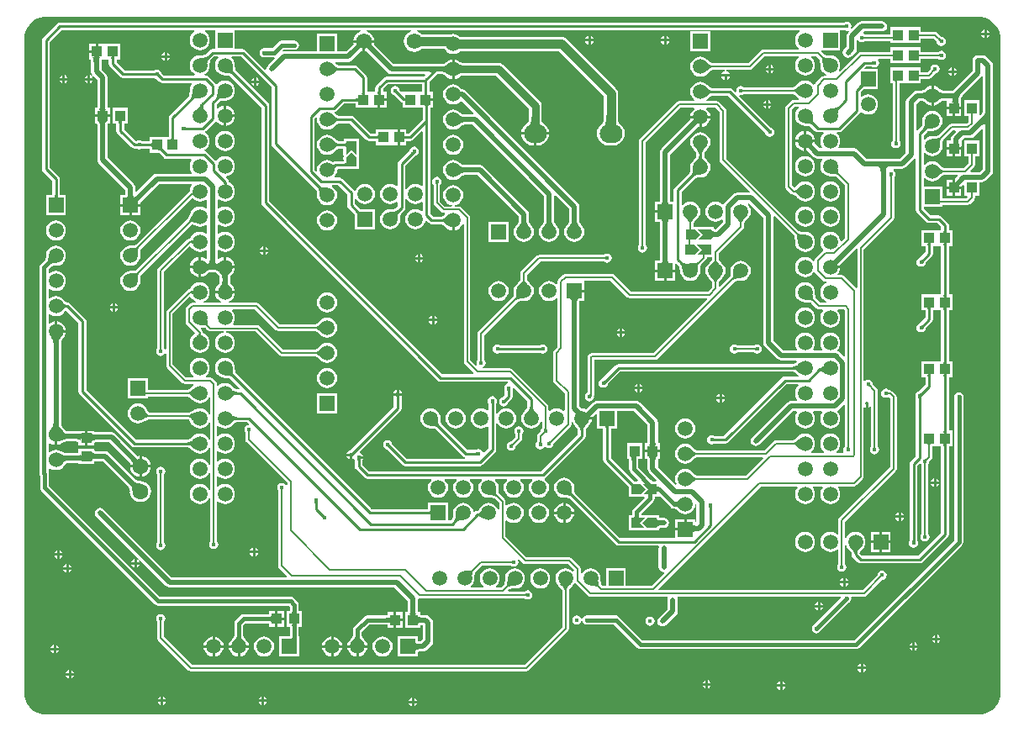
<source format=gbl>
G04*
G04 #@! TF.GenerationSoftware,Altium Limited,Altium Designer,19.1.7 (138)*
G04*
G04 Layer_Physical_Order=2*
G04 Layer_Color=16711680*
%FSLAX25Y25*%
%MOIN*%
G70*
G01*
G75*
%ADD10C,0.01000*%
%ADD12C,0.00800*%
%ADD14C,0.00600*%
%ADD17R,0.03937X0.04331*%
%ADD19R,0.03200X0.04000*%
%ADD33C,0.02000*%
%ADD34C,0.01500*%
%ADD35C,0.03000*%
%ADD36C,0.05906*%
%ADD37R,0.05906X0.05906*%
%ADD38C,0.06299*%
%ADD39R,0.05906X0.05906*%
%ADD40C,0.06200*%
%ADD41O,0.09053X0.07480*%
%ADD42C,0.06000*%
%ADD43C,0.01394*%
%ADD44C,0.01600*%
%ADD45R,0.04000X0.03200*%
%ADD46R,0.04331X0.03937*%
%ADD47C,0.03500*%
G36*
X8374Y276592D02*
X379278D01*
X380896Y276270D01*
X382420Y275639D01*
X383792Y274722D01*
X384958Y273556D01*
X385875Y272184D01*
X386506Y270660D01*
X386828Y269041D01*
Y268216D01*
Y8376D01*
X386828Y8374D01*
Y7549D01*
X386506Y5931D01*
X385875Y4407D01*
X384959Y3035D01*
X383792Y1868D01*
X382420Y952D01*
X380896Y320D01*
X379278Y-1D01*
X378453D01*
X8374Y-1D01*
X7549D01*
X5931Y320D01*
X4407Y952D01*
X3035Y1868D01*
X1868Y3035D01*
X952Y4407D01*
X320Y5931D01*
X-1Y7549D01*
Y8374D01*
Y268213D01*
X-1D01*
X-1Y268215D01*
X-1Y268216D01*
X-1Y268217D01*
Y269041D01*
X320Y270660D01*
X952Y272184D01*
X1868Y273556D01*
X3035Y274722D01*
X4407Y275639D01*
X5931Y276270D01*
X7549Y276592D01*
X8374Y276592D01*
D02*
G37*
%LPC*%
G36*
X340000Y275039D02*
X332000D01*
X331220Y274884D01*
X330558Y274442D01*
X328061Y271945D01*
X327673Y272264D01*
X327696Y272298D01*
X327835Y273000D01*
X327696Y273702D01*
X327298Y274298D01*
X326702Y274696D01*
X326000Y274835D01*
X325298Y274696D01*
X325049Y274529D01*
X14000D01*
X13415Y274413D01*
X12919Y274081D01*
X7419Y268581D01*
X7087Y268085D01*
X6971Y267500D01*
Y216500D01*
X7087Y215915D01*
X7419Y215419D01*
X10971Y211866D01*
Y205953D01*
X8547D01*
Y198047D01*
X16453D01*
Y205953D01*
X14029D01*
Y212500D01*
X13913Y213085D01*
X13581Y213581D01*
X10029Y217133D01*
Y266866D01*
X14634Y271471D01*
X67451D01*
X67550Y270971D01*
X67507Y270953D01*
X66681Y270319D01*
X66048Y269493D01*
X65649Y268532D01*
X65513Y267500D01*
X65649Y266468D01*
X66048Y265507D01*
X66681Y264681D01*
X67507Y264047D01*
X68468Y263649D01*
X69500Y263513D01*
X70532Y263649D01*
X71494Y264047D01*
X72320Y264681D01*
X72953Y265507D01*
X73351Y266468D01*
X73487Y267500D01*
X73351Y268532D01*
X72953Y269493D01*
X72320Y270319D01*
X71494Y270953D01*
X71451Y270971D01*
X71550Y271471D01*
X75055D01*
X75548Y271453D01*
X75548Y270971D01*
Y264029D01*
X74500D01*
X73915Y263913D01*
X73419Y263581D01*
X71674Y261837D01*
X71599Y261788D01*
X71479Y261728D01*
X71318Y261667D01*
X71116Y261611D01*
X70875Y261561D01*
X70607Y261522D01*
X69916Y261475D01*
X69607Y261473D01*
X69500Y261487D01*
X68468Y261351D01*
X67507Y260953D01*
X66681Y260319D01*
X66048Y259493D01*
X65649Y258532D01*
X65513Y257500D01*
X65649Y256468D01*
X66048Y255507D01*
X66681Y254681D01*
X67507Y254047D01*
X67550Y254029D01*
X67451Y253529D01*
X55133D01*
X54254Y254409D01*
X54196Y254702D01*
X53798Y255298D01*
X53202Y255696D01*
X52500Y255835D01*
X51798Y255696D01*
X51549Y255529D01*
X39634D01*
X36529Y258633D01*
Y259835D01*
X37968D01*
Y266165D01*
X32031D01*
Y266165D01*
X31670D01*
Y266165D01*
X29201D01*
Y263000D01*
X28701D01*
Y262500D01*
X25733D01*
Y260882D01*
X25725Y260843D01*
X25733Y260806D01*
Y259835D01*
X26398D01*
X26422Y259717D01*
X26461Y259306D01*
Y255000D01*
X26616Y254220D01*
X27058Y253558D01*
X27057Y253556D01*
X26651Y253272D01*
X26162Y253598D01*
X26000Y253631D01*
Y252500D01*
X27131D01*
X27098Y252662D01*
X26799Y253110D01*
X27170Y253414D01*
X27406Y253210D01*
X27188Y253429D01*
X27188Y253429D01*
X27417Y253200D01*
X28875Y251742D01*
Y241198D01*
X28863Y241057D01*
X28828Y240841D01*
X28789Y240687D01*
X28780Y240665D01*
X27945D01*
Y239692D01*
X27938Y239653D01*
X27945Y239615D01*
Y239559D01*
X27944Y239542D01*
X27945Y239537D01*
Y238000D01*
X33882D01*
Y239537D01*
X33884Y239542D01*
X33882Y239559D01*
Y239615D01*
X33890Y239653D01*
X33882Y239692D01*
Y240665D01*
X33047D01*
X33039Y240687D01*
X32999Y240841D01*
X32965Y241057D01*
X32953Y241198D01*
Y252586D01*
X32798Y253367D01*
X32356Y254028D01*
X30539Y255845D01*
Y259293D01*
X30552Y259442D01*
X30588Y259656D01*
X30628Y259807D01*
X30639Y259835D01*
X31670D01*
Y259835D01*
X32031D01*
Y259835D01*
X33471D01*
Y258000D01*
X33587Y257415D01*
X33919Y256919D01*
X37918Y252919D01*
X38415Y252587D01*
X39000Y252471D01*
X51549D01*
X51798Y252304D01*
X52091Y252246D01*
X53419Y250919D01*
X53915Y250587D01*
X54500Y250471D01*
X66167D01*
X66414Y249971D01*
X66048Y249493D01*
X65649Y248532D01*
X65513Y247500D01*
X65527Y247393D01*
X65525Y247085D01*
X65478Y246393D01*
X65440Y246125D01*
X65390Y245884D01*
X65333Y245683D01*
X65272Y245522D01*
X65212Y245401D01*
X65164Y245326D01*
X57717Y237880D01*
X57386Y237384D01*
X57269Y236799D01*
Y229165D01*
X55830D01*
X55830Y229165D01*
X55468D01*
Y229165D01*
X55330Y229165D01*
X49531D01*
Y227529D01*
X46451D01*
X46202Y227696D01*
X45500Y227835D01*
X44798Y227696D01*
X44549Y227529D01*
X44133D01*
X39529Y232134D01*
Y234335D01*
X40968D01*
Y240665D01*
X35032D01*
Y234335D01*
X36471D01*
Y231500D01*
X36587Y230915D01*
X36919Y230419D01*
X42419Y224919D01*
X42915Y224587D01*
X43500Y224471D01*
X44549D01*
X44798Y224304D01*
X45500Y224165D01*
X46202Y224304D01*
X46451Y224471D01*
X49531D01*
Y222835D01*
X53269D01*
X53513Y222627D01*
X55269Y220871D01*
X55765Y220540D01*
X56350Y220423D01*
X66131D01*
X66378Y219923D01*
X66048Y219493D01*
X65649Y218532D01*
X65513Y217500D01*
X65649Y216468D01*
X66048Y215507D01*
X66406Y215039D01*
X66160Y214539D01*
X52500D01*
X51720Y214384D01*
X51058Y213942D01*
X44501Y207385D01*
X44039Y207576D01*
Y209000D01*
X43884Y209780D01*
X43442Y210442D01*
X43442Y210442D01*
X32953Y220931D01*
Y233802D01*
X32965Y233943D01*
X32999Y234159D01*
X33039Y234313D01*
X33047Y234335D01*
X33882D01*
Y235308D01*
X33890Y235347D01*
X33882Y235385D01*
Y235441D01*
X33884Y235458D01*
X33882Y235463D01*
Y237000D01*
X27945D01*
Y235463D01*
X27944Y235458D01*
X27945Y235441D01*
Y235385D01*
X27938Y235347D01*
X27945Y235308D01*
Y234335D01*
X28780D01*
X28789Y234313D01*
X28828Y234159D01*
X28863Y233943D01*
X28875Y233802D01*
Y220086D01*
X29030Y219306D01*
X29472Y218644D01*
X39961Y208155D01*
Y206494D01*
X39948Y206345D01*
X39912Y206130D01*
X39871Y205978D01*
X39861Y205953D01*
X38047D01*
Y202500D01*
X42000D01*
X45953D01*
Y203069D01*
X53345Y210461D01*
X66160D01*
X66406Y209961D01*
X66048Y209493D01*
X65649Y208532D01*
X65524Y207582D01*
X65285Y207422D01*
X44245Y186382D01*
X44200Y186356D01*
X44084Y186305D01*
X43907Y186247D01*
X43675Y186188D01*
X43409Y186134D01*
X42242Y185996D01*
X42033Y185982D01*
X42000Y185987D01*
X41903Y185974D01*
X41778Y185966D01*
X41716Y185950D01*
X40968Y185851D01*
X40007Y185453D01*
X39181Y184819D01*
X38547Y183993D01*
X38149Y183032D01*
X38013Y182000D01*
X38149Y180968D01*
X38547Y180007D01*
X39181Y179181D01*
X40007Y178547D01*
X40968Y178149D01*
X42000Y178013D01*
X43032Y178149D01*
X43993Y178547D01*
X44819Y179181D01*
X45453Y180007D01*
X45851Y180968D01*
X45987Y182000D01*
X45957Y182230D01*
X45963Y182274D01*
X45938Y182708D01*
X45934Y183464D01*
X45953Y183756D01*
X45984Y184014D01*
X46024Y184221D01*
X46069Y184377D01*
X46111Y184479D01*
X46138Y184526D01*
X66316Y204705D01*
X66681Y204681D01*
X67507Y204047D01*
X68468Y203649D01*
X69500Y203513D01*
X70532Y203649D01*
X71494Y204047D01*
X71961Y204406D01*
X72461Y204159D01*
Y200841D01*
X71961Y200594D01*
X71494Y200953D01*
X70532Y201351D01*
X69500Y201487D01*
X68468Y201351D01*
X67507Y200953D01*
X66681Y200319D01*
X66048Y199493D01*
X65965Y199294D01*
X65942Y199266D01*
X65939Y199255D01*
X65932Y199246D01*
X64525Y196399D01*
X44389Y176264D01*
X44342Y176236D01*
X44233Y176190D01*
X44066Y176139D01*
X43846Y176089D01*
X43596Y176049D01*
X42470Y175973D01*
X42109Y175972D01*
X42000Y175987D01*
X40968Y175851D01*
X40007Y175453D01*
X39181Y174819D01*
X38547Y173993D01*
X38149Y173032D01*
X38013Y172000D01*
X38149Y170968D01*
X38547Y170007D01*
X39181Y169181D01*
X40007Y168547D01*
X40968Y168149D01*
X42000Y168013D01*
X43032Y168149D01*
X43993Y168547D01*
X44819Y169181D01*
X45453Y170007D01*
X45851Y170968D01*
X45987Y172000D01*
X45972Y172109D01*
X45974Y172488D01*
X45986Y172884D01*
X46048Y173586D01*
X46089Y173846D01*
X46139Y174066D01*
X46190Y174233D01*
X46236Y174342D01*
X46264Y174389D01*
X66267Y194393D01*
X66277Y194401D01*
X66300Y194414D01*
X66332Y194425D01*
X66391Y194434D01*
X66487Y194434D01*
X66626Y194415D01*
X66806Y194370D01*
X67025Y194292D01*
X67278Y194180D01*
X67451Y194090D01*
X67507Y194047D01*
X68468Y193649D01*
X69500Y193513D01*
X70532Y193649D01*
X71494Y194047D01*
X71961Y194406D01*
X72461Y194159D01*
Y190841D01*
X71961Y190594D01*
X71494Y190953D01*
X70532Y191351D01*
X69500Y191487D01*
X68468Y191351D01*
X67507Y190953D01*
X66681Y190319D01*
X66048Y189493D01*
X65937Y189226D01*
X65903Y189182D01*
X65835Y189049D01*
X65789Y188975D01*
X65749Y188923D01*
X65715Y188889D01*
X65688Y188867D01*
X65664Y188853D01*
X65640Y188841D01*
X65607Y188832D01*
X65569Y188826D01*
X65500D01*
X65469Y188819D01*
X65446Y188818D01*
X65385Y188803D01*
X64993Y188725D01*
X64563Y188437D01*
X53063Y176937D01*
X52775Y176507D01*
X52675Y176000D01*
Y145256D01*
X52304Y144702D01*
X52165Y144000D01*
X52304Y143298D01*
X52702Y142702D01*
X53298Y142304D01*
X54000Y142165D01*
X54702Y142304D01*
X55298Y142702D01*
X55674Y143266D01*
X55711Y143272D01*
X56174Y142998D01*
Y138500D01*
X56275Y137993D01*
X56563Y137563D01*
X62563Y131563D01*
X62993Y131275D01*
X63500Y131175D01*
X66975D01*
X67144Y130675D01*
X66681Y130319D01*
X66614Y130231D01*
X66346Y129965D01*
X66057Y129694D01*
X65517Y129241D01*
X65304Y129086D01*
X65113Y128966D01*
X64959Y128884D01*
X64849Y128839D01*
X64796Y128825D01*
X48953D01*
Y133453D01*
X41047D01*
Y125547D01*
X48953D01*
Y126174D01*
X64796D01*
X64849Y126161D01*
X64959Y126116D01*
X65113Y126034D01*
X65304Y125914D01*
X65509Y125765D01*
X66358Y125023D01*
X66614Y124768D01*
X66681Y124681D01*
X67507Y124047D01*
X68468Y123649D01*
X69500Y123513D01*
X70532Y123649D01*
X71494Y124047D01*
X72320Y124681D01*
X72953Y125507D01*
X73175Y126041D01*
X73674Y125942D01*
Y119058D01*
X73175Y118959D01*
X72953Y119493D01*
X72320Y120319D01*
X71494Y120953D01*
X70532Y121351D01*
X69500Y121487D01*
X68468Y121351D01*
X67872Y121104D01*
X67783Y121082D01*
X67515Y120956D01*
X67507Y120953D01*
X67506Y120952D01*
X65948Y120220D01*
X65125Y119872D01*
X64995Y119825D01*
X49622D01*
X49612Y119826D01*
X49575Y119836D01*
X49519Y119863D01*
X49437Y119918D01*
X49331Y120011D01*
X49207Y120148D01*
X49068Y120330D01*
X48921Y120560D01*
X48767Y120835D01*
X48601Y121178D01*
X48563Y121227D01*
X48453Y121493D01*
X47819Y122319D01*
X46993Y122953D01*
X46032Y123351D01*
X45000Y123487D01*
X43968Y123351D01*
X43007Y122953D01*
X42181Y122319D01*
X41547Y121493D01*
X41149Y120532D01*
X41013Y119500D01*
X41149Y118468D01*
X41547Y117507D01*
X42181Y116681D01*
X43007Y116047D01*
X43968Y115649D01*
X45000Y115513D01*
X46032Y115649D01*
X46629Y115896D01*
X46717Y115918D01*
X46986Y116044D01*
X46993Y116047D01*
X46995Y116048D01*
X48552Y116779D01*
X49375Y117128D01*
X49506Y117174D01*
X64878D01*
X64888Y117174D01*
X64925Y117164D01*
X64982Y117137D01*
X65063Y117082D01*
X65169Y116989D01*
X65294Y116852D01*
X65432Y116670D01*
X65580Y116440D01*
X65733Y116165D01*
X65900Y115822D01*
X65937Y115773D01*
X66048Y115507D01*
X66681Y114681D01*
X67507Y114047D01*
X68468Y113649D01*
X69500Y113513D01*
X70532Y113649D01*
X71494Y114047D01*
X72320Y114681D01*
X72953Y115507D01*
X73175Y116041D01*
X73674Y115942D01*
Y109058D01*
X73175Y108959D01*
X72953Y109493D01*
X72320Y110319D01*
X71494Y110953D01*
X70532Y111351D01*
X69500Y111487D01*
X68468Y111351D01*
X67507Y110953D01*
X66681Y110319D01*
X66616Y110234D01*
X66396Y110017D01*
X65873Y109561D01*
X65657Y109399D01*
X65451Y109264D01*
X65268Y109162D01*
X65112Y109091D01*
X64984Y109048D01*
X64897Y109029D01*
X44133D01*
X24529Y128633D01*
Y156000D01*
X24413Y156585D01*
X24081Y157081D01*
X18081Y163081D01*
X17585Y163413D01*
X17059Y163518D01*
X17058Y163518D01*
X17057Y163518D01*
X17000Y163529D01*
X16877D01*
X16774Y163547D01*
X16659Y163581D01*
X16537Y163631D01*
X16408Y163701D01*
X16270Y163793D01*
X16123Y163911D01*
X15969Y164055D01*
X15809Y164228D01*
X15626Y164451D01*
X15586Y164484D01*
X15558Y164526D01*
X15530Y164545D01*
X15319Y164819D01*
X14493Y165453D01*
X13532Y165851D01*
X12500Y165987D01*
X11468Y165851D01*
X10507Y165453D01*
X10034Y165090D01*
X9534Y165337D01*
Y168663D01*
X10034Y168910D01*
X10507Y168547D01*
X11468Y168149D01*
X12500Y168013D01*
X13532Y168149D01*
X14493Y168547D01*
X15319Y169181D01*
X15953Y170007D01*
X16351Y170968D01*
X16487Y172000D01*
X16351Y173032D01*
X15953Y173993D01*
X15319Y174819D01*
X14493Y175453D01*
X13532Y175851D01*
X12500Y175987D01*
X11468Y175851D01*
X10507Y175453D01*
X10034Y175090D01*
X9534Y175337D01*
Y176511D01*
X10613Y177590D01*
X10701Y177654D01*
X10838Y177733D01*
X10995Y177806D01*
X11176Y177871D01*
X11382Y177927D01*
X11614Y177971D01*
X11870Y178004D01*
X12153Y178023D01*
X12397Y178027D01*
X12500Y178013D01*
X13532Y178149D01*
X14493Y178547D01*
X15319Y179181D01*
X15953Y180007D01*
X16351Y180968D01*
X16487Y182000D01*
X16351Y183032D01*
X15953Y183993D01*
X15319Y184819D01*
X14493Y185453D01*
X13532Y185851D01*
X12500Y185987D01*
X11468Y185851D01*
X10507Y185453D01*
X9681Y184819D01*
X9047Y183993D01*
X8649Y183032D01*
X8513Y182000D01*
X8527Y181897D01*
X8523Y181653D01*
X8504Y181370D01*
X8471Y181114D01*
X8427Y180882D01*
X8371Y180676D01*
X8306Y180495D01*
X8233Y180338D01*
X8154Y180201D01*
X8090Y180113D01*
X6488Y178512D01*
X6101Y177933D01*
X5966Y177250D01*
Y95750D01*
X6101Y95067D01*
X6216Y94896D01*
Y90000D01*
X6352Y89317D01*
X6738Y88738D01*
X51738Y43738D01*
X52317Y43352D01*
X53000Y43216D01*
X104761D01*
X105215Y42761D01*
Y41332D01*
X105207Y41242D01*
X105195Y41165D01*
X104031D01*
Y34835D01*
X105195D01*
X105207Y34763D01*
X105215Y34671D01*
Y31117D01*
X105207Y31026D01*
X105195Y30953D01*
X101047D01*
Y23047D01*
X108953D01*
Y29903D01*
X108960Y29942D01*
X108960Y29944D01*
X108960Y29946D01*
X108953Y29983D01*
Y30953D01*
X108787D01*
X108784Y31005D01*
Y34671D01*
X108792Y34763D01*
X108804Y34835D01*
X109968D01*
Y41165D01*
X108805D01*
X108792Y41242D01*
X108784Y41332D01*
Y43500D01*
X108648Y44183D01*
X108261Y44762D01*
X108261Y44762D01*
X106762Y46262D01*
X106183Y46648D01*
X105500Y46784D01*
X53739D01*
X9784Y90739D01*
Y95500D01*
X9648Y96183D01*
X9534Y96354D01*
Y97603D01*
X10034Y97850D01*
X10483Y97506D01*
X11456Y97103D01*
X12500Y96965D01*
X13544Y97103D01*
X14517Y97506D01*
X15353Y98147D01*
X15994Y98983D01*
X16025Y99057D01*
X16084Y99149D01*
X16186Y99280D01*
X16291Y99389D01*
X16399Y99478D01*
X16512Y99551D01*
X16634Y99611D01*
X16769Y99660D01*
X16922Y99697D01*
X17021Y99711D01*
X21335D01*
Y99532D01*
X22305D01*
X22343Y99524D01*
X22382Y99532D01*
X22390D01*
X22427Y99528D01*
X22443Y99532D01*
X26537D01*
X26542Y99530D01*
X26559Y99532D01*
X26615D01*
X26653Y99524D01*
X26692Y99532D01*
X27665D01*
Y100366D01*
X27687Y100375D01*
X27841Y100415D01*
X28057Y100449D01*
X28197Y100461D01*
X31155D01*
X41308Y90308D01*
X41378Y90217D01*
X41483Y90054D01*
X41573Y89881D01*
X41651Y89697D01*
X41715Y89499D01*
X41766Y89285D01*
X41803Y89055D01*
X41825Y88807D01*
X41829Y88610D01*
X41815Y88500D01*
X41957Y87417D01*
X42375Y86407D01*
X43040Y85540D01*
X43907Y84875D01*
X44917Y84457D01*
X46000Y84315D01*
X47083Y84457D01*
X48093Y84875D01*
X48959Y85540D01*
X49625Y86407D01*
X50043Y87417D01*
X50185Y88500D01*
X50043Y89583D01*
X49625Y90593D01*
X48959Y91460D01*
X48093Y92125D01*
X47083Y92543D01*
X46000Y92685D01*
X45890Y92671D01*
X45693Y92675D01*
X45445Y92697D01*
X45215Y92734D01*
X45002Y92785D01*
X44803Y92849D01*
X44618Y92927D01*
X44446Y93017D01*
X44283Y93122D01*
X44192Y93192D01*
X33442Y103942D01*
X32780Y104384D01*
X32000Y104539D01*
X28198D01*
X28057Y104551D01*
X27841Y104585D01*
X27688Y104625D01*
X27665Y104634D01*
Y105469D01*
X26692D01*
X26653Y105476D01*
X26615Y105469D01*
X26559D01*
X26542Y105470D01*
X26537Y105469D01*
X21335D01*
Y103890D01*
X21307Y103879D01*
X21155Y103838D01*
X20942Y103802D01*
X20793Y103789D01*
X16393D01*
X16328Y103795D01*
X16120Y103827D01*
X15910Y103872D01*
X15697Y103931D01*
X15480Y104003D01*
X15271Y104086D01*
X14797Y104315D01*
X14610Y104423D01*
X14517Y104494D01*
X13544Y104897D01*
X12500Y105034D01*
X11456Y104897D01*
X10483Y104494D01*
X10034Y104150D01*
X9534Y104396D01*
Y107604D01*
X10034Y107850D01*
X10483Y107506D01*
X11456Y107103D01*
X12000Y107031D01*
Y111000D01*
X13000D01*
Y107031D01*
X13544Y107103D01*
X14517Y107506D01*
X14620Y107585D01*
X14845Y107718D01*
X15314Y107952D01*
X15520Y108036D01*
X15734Y108110D01*
X15946Y108170D01*
X16154Y108215D01*
X16360Y108248D01*
X16429Y108254D01*
X20793D01*
X20942Y108241D01*
X21155Y108206D01*
X21307Y108165D01*
X21335Y108154D01*
Y106618D01*
X24000D01*
Y109587D01*
Y112555D01*
X22390D01*
X22353Y112563D01*
X22348Y112562D01*
X22343Y112563D01*
X22305Y112555D01*
X21335D01*
Y112359D01*
X20946Y112332D01*
X17017D01*
X16917Y112346D01*
X16763Y112383D01*
X16625Y112433D01*
X16500Y112494D01*
X16384Y112569D01*
X16272Y112659D01*
X16164Y112769D01*
X16057Y112901D01*
X16016Y112963D01*
X15994Y113017D01*
X15353Y113853D01*
X15273Y113914D01*
X15153Y114040D01*
X15013Y114208D01*
X14893Y114377D01*
X14792Y114546D01*
X14708Y114716D01*
X14641Y114887D01*
X14589Y115063D01*
X14551Y115244D01*
X14539Y115341D01*
Y147740D01*
X14550Y147832D01*
X14586Y148010D01*
X14637Y148182D01*
X14702Y148349D01*
X14782Y148514D01*
X14879Y148677D01*
X14994Y148839D01*
X15127Y149001D01*
X15242Y149121D01*
X15319Y149181D01*
X15953Y150007D01*
X16351Y150968D01*
X16421Y151500D01*
X12500D01*
Y152000D01*
X12000D01*
Y155921D01*
X11468Y155851D01*
X10507Y155453D01*
X10034Y155090D01*
X9534Y155337D01*
Y158663D01*
X10034Y158910D01*
X10507Y158547D01*
X11468Y158149D01*
X12500Y158013D01*
X13532Y158149D01*
X14493Y158547D01*
X15319Y159181D01*
X15530Y159455D01*
X15558Y159474D01*
X15586Y159516D01*
X15626Y159549D01*
X15809Y159772D01*
X15969Y159945D01*
X16123Y160089D01*
X16270Y160207D01*
X16408Y160299D01*
X16492Y160345D01*
X21471Y155367D01*
Y128000D01*
X21587Y127415D01*
X21919Y126919D01*
X42419Y106419D01*
X42915Y106087D01*
X43500Y105971D01*
X64897D01*
X64984Y105952D01*
X65112Y105909D01*
X65268Y105838D01*
X65451Y105736D01*
X65657Y105601D01*
X65873Y105439D01*
X66396Y104983D01*
X66616Y104766D01*
X66681Y104681D01*
X67507Y104047D01*
X68468Y103649D01*
X69500Y103513D01*
X70532Y103649D01*
X71494Y104047D01*
X72320Y104681D01*
X72953Y105507D01*
X73175Y106041D01*
X73674Y105942D01*
Y99058D01*
X73175Y98959D01*
X72953Y99493D01*
X72320Y100319D01*
X71494Y100953D01*
X70532Y101351D01*
X69500Y101487D01*
X68468Y101351D01*
X67507Y100953D01*
X66681Y100319D01*
X66048Y99493D01*
X65649Y98532D01*
X65513Y97500D01*
X65649Y96468D01*
X66048Y95507D01*
X66681Y94681D01*
X67507Y94047D01*
X68468Y93649D01*
X69500Y93513D01*
X70532Y93649D01*
X71494Y94047D01*
X72320Y94681D01*
X72953Y95507D01*
X73175Y96041D01*
X73674Y95942D01*
Y89058D01*
X73175Y88959D01*
X72953Y89493D01*
X72320Y90319D01*
X71494Y90953D01*
X70532Y91351D01*
X69500Y91487D01*
X68468Y91351D01*
X67507Y90953D01*
X66681Y90319D01*
X66048Y89493D01*
X65649Y88532D01*
X65513Y87500D01*
X65649Y86468D01*
X66048Y85507D01*
X66681Y84681D01*
X67507Y84047D01*
X68468Y83649D01*
X69500Y83513D01*
X70532Y83649D01*
X71494Y84047D01*
X72320Y84681D01*
X72953Y85507D01*
X73175Y86041D01*
X73674Y85942D01*
Y68756D01*
X73304Y68202D01*
X73165Y67500D01*
X73304Y66798D01*
X73702Y66202D01*
X74298Y65804D01*
X75000Y65665D01*
X75702Y65804D01*
X76298Y66202D01*
X76696Y66798D01*
X76835Y67500D01*
X76696Y68202D01*
X76326Y68756D01*
Y84373D01*
X76825Y84570D01*
X77507Y84047D01*
X78468Y83649D01*
X79500Y83513D01*
X80532Y83649D01*
X81494Y84047D01*
X82319Y84681D01*
X82953Y85507D01*
X83351Y86468D01*
X83487Y87500D01*
X83351Y88532D01*
X82953Y89493D01*
X82319Y90319D01*
X81494Y90953D01*
X80532Y91351D01*
X79500Y91487D01*
X78468Y91351D01*
X77507Y90953D01*
X76825Y90430D01*
X76326Y90627D01*
Y94373D01*
X76825Y94570D01*
X77507Y94047D01*
X78468Y93649D01*
X79500Y93513D01*
X80532Y93649D01*
X81494Y94047D01*
X82319Y94681D01*
X82953Y95507D01*
X83351Y96468D01*
X83487Y97500D01*
X83351Y98532D01*
X82953Y99493D01*
X82319Y100319D01*
X81494Y100953D01*
X80532Y101351D01*
X79500Y101487D01*
X78468Y101351D01*
X77507Y100953D01*
X76825Y100430D01*
X76326Y100627D01*
Y104373D01*
X76825Y104570D01*
X77507Y104047D01*
X78468Y103649D01*
X79500Y103513D01*
X80532Y103649D01*
X81494Y104047D01*
X82319Y104681D01*
X82953Y105507D01*
X83351Y106468D01*
X83487Y107500D01*
X83351Y108532D01*
X82953Y109493D01*
X82319Y110319D01*
X81494Y110953D01*
X80532Y111351D01*
X79500Y111487D01*
X78468Y111351D01*
X77507Y110953D01*
X76825Y110430D01*
X76326Y110627D01*
Y114373D01*
X76825Y114570D01*
X77507Y114047D01*
X78468Y113649D01*
X79500Y113513D01*
X80532Y113649D01*
X81494Y114047D01*
X82319Y114681D01*
X82385Y114766D01*
X82605Y114983D01*
X83127Y115439D01*
X83344Y115601D01*
X83550Y115736D01*
X83732Y115838D01*
X83889Y115909D01*
X84016Y115952D01*
X84104Y115971D01*
X88367D01*
X89038Y115299D01*
X88829Y114801D01*
X88298Y114696D01*
X87702Y114298D01*
X87304Y113702D01*
X87165Y113000D01*
X87304Y112298D01*
X87674Y111744D01*
Y109000D01*
X87775Y108493D01*
X88063Y108063D01*
X104174Y91951D01*
Y91003D01*
X103711Y90728D01*
X103674Y90734D01*
X103298Y91298D01*
X102702Y91696D01*
X102000Y91835D01*
X101298Y91696D01*
X100702Y91298D01*
X100304Y90702D01*
X100165Y90000D01*
X100304Y89298D01*
X100674Y88744D01*
Y59000D01*
X100775Y58493D01*
X101063Y58063D01*
X104124Y55001D01*
X103933Y54539D01*
X58345D01*
X31442Y81442D01*
X30780Y81884D01*
X30000Y82039D01*
X29220Y81884D01*
X28558Y81442D01*
X28116Y80780D01*
X27961Y80000D01*
X28116Y79220D01*
X28558Y78558D01*
X45429Y61688D01*
X45110Y61299D01*
X44938Y61414D01*
X44662Y61598D01*
X44500Y61631D01*
Y60500D01*
X45631D01*
X45598Y60662D01*
X45414Y60938D01*
X45299Y61110D01*
X45688Y61429D01*
X56058Y51058D01*
X56720Y50616D01*
X57500Y50461D01*
X146655D01*
X151961Y45155D01*
Y41198D01*
X151949Y41057D01*
X151915Y40841D01*
X151875Y40688D01*
X151866Y40665D01*
X151031D01*
Y39692D01*
X151023Y39653D01*
X151031Y39615D01*
Y39559D01*
X151030Y39542D01*
X151031Y39537D01*
Y36728D01*
X150992Y36531D01*
X151031Y36334D01*
Y34335D01*
X156968D01*
Y35361D01*
X156993Y35372D01*
X157146Y35412D01*
X157360Y35448D01*
X157461Y35457D01*
X157961Y35357D01*
Y29845D01*
X157155Y29039D01*
X156494D01*
X156344Y29052D01*
X156130Y29088D01*
X155978Y29129D01*
X155953Y29139D01*
Y30953D01*
X148047D01*
Y23047D01*
X155953D01*
Y24861D01*
X155978Y24871D01*
X156130Y24912D01*
X156344Y24948D01*
X156494Y24961D01*
X158000D01*
X158780Y25116D01*
X159442Y25558D01*
X161442Y27558D01*
X161884Y28220D01*
X162039Y29000D01*
Y36468D01*
X161884Y37249D01*
X161442Y37910D01*
X160410Y38942D01*
X159748Y39384D01*
X158968Y39539D01*
X157509D01*
X157464Y39543D01*
X156976Y39653D01*
X156968Y39692D01*
Y40665D01*
X156134D01*
X156125Y40687D01*
X156085Y40841D01*
X156051Y41057D01*
X156039Y41197D01*
Y45756D01*
X156430Y46148D01*
X156498Y46174D01*
X156514Y46174D01*
X198244D01*
X198798Y45804D01*
X199500Y45665D01*
X200202Y45804D01*
X200798Y46202D01*
X201196Y46798D01*
X201335Y47500D01*
X201196Y48202D01*
X200798Y48798D01*
X200202Y49196D01*
X199500Y49335D01*
X198798Y49196D01*
X198244Y48825D01*
X191853D01*
X191662Y49287D01*
X192111Y49736D01*
X192158Y49764D01*
X192267Y49810D01*
X192434Y49861D01*
X192654Y49911D01*
X192904Y49951D01*
X194030Y50027D01*
X194391Y50028D01*
X194500Y50013D01*
X195532Y50149D01*
X196493Y50547D01*
X197319Y51181D01*
X197953Y52007D01*
X198351Y52968D01*
X198487Y54000D01*
X198351Y55032D01*
X197953Y55993D01*
X197319Y56819D01*
X196493Y57453D01*
X195532Y57851D01*
X194500Y57987D01*
X193468Y57851D01*
X192507Y57453D01*
X191681Y56819D01*
X191047Y55993D01*
X190649Y55032D01*
X190513Y54000D01*
X190527Y53891D01*
X190526Y53512D01*
X190514Y53116D01*
X190452Y52414D01*
X190411Y52154D01*
X190361Y51934D01*
X190310Y51767D01*
X190264Y51658D01*
X190236Y51611D01*
X189051Y50425D01*
X187156D01*
X186986Y50925D01*
X187319Y51181D01*
X187953Y52007D01*
X188351Y52968D01*
X188487Y54000D01*
X188351Y55032D01*
X187953Y55993D01*
X187319Y56819D01*
X186493Y57453D01*
X185532Y57851D01*
X184500Y57987D01*
X183468Y57851D01*
X182507Y57453D01*
X181681Y56819D01*
X181047Y55993D01*
X180649Y55032D01*
X180513Y54000D01*
X180649Y52968D01*
X181047Y52007D01*
X181681Y51181D01*
X182014Y50925D01*
X181844Y50425D01*
X177156D01*
X176986Y50925D01*
X177319Y51181D01*
X177953Y52007D01*
X178351Y52968D01*
X178487Y54000D01*
X178472Y54110D01*
X178474Y54488D01*
X178486Y54884D01*
X178548Y55586D01*
X178589Y55846D01*
X178639Y56066D01*
X178690Y56233D01*
X178736Y56342D01*
X178764Y56389D01*
X181549Y59175D01*
X192744D01*
X193298Y58804D01*
X194000Y58665D01*
X194702Y58804D01*
X195298Y59202D01*
X195696Y59798D01*
X195835Y60500D01*
X195696Y61202D01*
X195654Y61264D01*
X196043Y61583D01*
X197563Y60063D01*
X197993Y59775D01*
X198500Y59675D01*
X215451D01*
X217850Y57276D01*
X217813Y56996D01*
X217435Y56861D01*
X217289Y56842D01*
X216493Y57453D01*
X215532Y57851D01*
X214500Y57987D01*
X213468Y57851D01*
X212507Y57453D01*
X211681Y56819D01*
X211047Y55993D01*
X210649Y55032D01*
X210513Y54000D01*
X210649Y52968D01*
X211047Y52007D01*
X211681Y51181D01*
X211769Y51114D01*
X212035Y50845D01*
X212306Y50556D01*
X212759Y50016D01*
X212913Y49803D01*
X213034Y49612D01*
X213116Y49458D01*
X213161Y49348D01*
X213175Y49296D01*
Y34549D01*
X198451Y19826D01*
X66549D01*
X55326Y31049D01*
Y36744D01*
X55696Y37298D01*
X55835Y38000D01*
X55696Y38702D01*
X55298Y39298D01*
X54702Y39696D01*
X54000Y39835D01*
X53298Y39696D01*
X52702Y39298D01*
X52304Y38702D01*
X52165Y38000D01*
X52304Y37298D01*
X52675Y36744D01*
Y30500D01*
X52775Y29993D01*
X53063Y29563D01*
X65063Y17563D01*
X65493Y17275D01*
X66000Y17175D01*
X199000D01*
X199507Y17275D01*
X199937Y17563D01*
X215437Y33063D01*
X215725Y33493D01*
X215826Y34000D01*
Y49296D01*
X215839Y49348D01*
X215884Y49458D01*
X215966Y49612D01*
X216087Y49803D01*
X216235Y50008D01*
X216977Y50858D01*
X217231Y51114D01*
X217319Y51181D01*
X217940Y51990D01*
X217963Y52008D01*
X218526Y52085D01*
X223448Y47163D01*
X223879Y46875D01*
X224386Y46775D01*
X254916D01*
X255152Y46334D01*
X255116Y46280D01*
X254961Y45500D01*
Y41845D01*
X251558Y38442D01*
X251116Y37780D01*
X250961Y37000D01*
X251116Y36220D01*
X251558Y35558D01*
X252220Y35116D01*
X253000Y34961D01*
X253780Y35116D01*
X254442Y35558D01*
X258442Y39558D01*
X258884Y40220D01*
X259039Y41000D01*
Y45500D01*
X258884Y46280D01*
X258848Y46334D01*
X259084Y46775D01*
X323598D01*
X323789Y46313D01*
X312919Y35443D01*
X312702Y35298D01*
X312304Y34702D01*
X312165Y34000D01*
X312304Y33298D01*
X312702Y32702D01*
X313298Y32304D01*
X314000Y32165D01*
X314702Y32304D01*
X315298Y32702D01*
X315443Y32919D01*
X327080Y44557D01*
X327298Y44702D01*
X327696Y45298D01*
X327835Y46000D01*
X327781Y46275D01*
X328191Y46775D01*
X332850D01*
X333357Y46875D01*
X333787Y47163D01*
X340049Y53425D01*
X340702Y53554D01*
X341298Y53952D01*
X341696Y54548D01*
X341835Y55250D01*
X341696Y55952D01*
X341298Y56548D01*
X340702Y56946D01*
X340000Y57085D01*
X339298Y56946D01*
X338702Y56548D01*
X338304Y55952D01*
X338175Y55299D01*
X332301Y49426D01*
X251534D01*
X251343Y49887D01*
X292030Y90575D01*
X306247D01*
X306493Y90074D01*
X306048Y89493D01*
X305649Y88532D01*
X305514Y87500D01*
X305649Y86468D01*
X306048Y85507D01*
X306681Y84681D01*
X307507Y84047D01*
X308468Y83649D01*
X309500Y83513D01*
X310532Y83649D01*
X311494Y84047D01*
X312319Y84681D01*
X312953Y85507D01*
X313351Y86468D01*
X313487Y87500D01*
X313351Y88532D01*
X312953Y89493D01*
X312507Y90074D01*
X312754Y90575D01*
X316247D01*
X316494Y90074D01*
X316048Y89493D01*
X315649Y88532D01*
X315513Y87500D01*
X315649Y86468D01*
X316048Y85507D01*
X316681Y84681D01*
X317507Y84047D01*
X318468Y83649D01*
X319500Y83513D01*
X320532Y83649D01*
X321494Y84047D01*
X322320Y84681D01*
X322953Y85507D01*
X323351Y86468D01*
X323487Y87500D01*
X323351Y88532D01*
X322953Y89493D01*
X322507Y90074D01*
X322754Y90575D01*
X328900D01*
X329407Y90675D01*
X329837Y90963D01*
X332437Y93563D01*
X332725Y93993D01*
X332825Y94500D01*
X332825Y94500D01*
Y121714D01*
X333266Y121949D01*
X333338Y121902D01*
X333500Y121869D01*
Y123500D01*
X334500D01*
Y121869D01*
X334662Y121902D01*
X335174Y122244D01*
X335402Y122188D01*
X335675Y122052D01*
Y106256D01*
X335304Y105702D01*
X335165Y105000D01*
X335304Y104298D01*
X335702Y103702D01*
X336298Y103304D01*
X337000Y103165D01*
X337702Y103304D01*
X338298Y103702D01*
X338696Y104298D01*
X338835Y105000D01*
X338696Y105702D01*
X338326Y106256D01*
Y128500D01*
X338225Y129007D01*
X337937Y129437D01*
X336326Y131049D01*
X336196Y131702D01*
X335798Y132298D01*
X335202Y132696D01*
X334500Y132835D01*
X333798Y132696D01*
X333326Y132380D01*
X332825Y132565D01*
Y184451D01*
X344437Y196063D01*
X344725Y196493D01*
X344826Y197000D01*
Y213244D01*
X345196Y213798D01*
X345335Y214500D01*
X345196Y215202D01*
X344798Y215798D01*
X344554Y215961D01*
X344705Y216461D01*
X348000D01*
X348780Y216616D01*
X349442Y217058D01*
X352942Y220558D01*
X352971Y220601D01*
X353471Y220449D01*
Y200000D01*
X353587Y199415D01*
X353919Y198919D01*
X357419Y195419D01*
X357915Y195087D01*
X358500Y194971D01*
X361866D01*
X363471Y193367D01*
Y192165D01*
X362170D01*
X362031Y192165D01*
X361670D01*
X361531Y192165D01*
X355733D01*
Y185835D01*
X357172D01*
Y183335D01*
X355091Y181254D01*
X354798Y181196D01*
X354202Y180798D01*
X353804Y180202D01*
X353665Y179500D01*
X353804Y178798D01*
X354202Y178202D01*
X354798Y177804D01*
X355500Y177665D01*
X356202Y177804D01*
X356798Y178202D01*
X357196Y178798D01*
X357254Y179091D01*
X359783Y181620D01*
X360114Y182116D01*
X360231Y182701D01*
Y185835D01*
X361531D01*
X361670Y185835D01*
X362031D01*
X362170Y185835D01*
X363471D01*
Y166665D01*
X362170D01*
X362031Y166665D01*
X361670D01*
X361531Y166665D01*
X355733D01*
Y160335D01*
X357172D01*
Y157335D01*
X355091Y155254D01*
X354798Y155196D01*
X354202Y154798D01*
X353804Y154202D01*
X353665Y153500D01*
X353804Y152798D01*
X354202Y152202D01*
X354798Y151804D01*
X355500Y151665D01*
X356202Y151804D01*
X356798Y152202D01*
X357196Y152798D01*
X357254Y153091D01*
X359783Y155620D01*
X360114Y156116D01*
X360231Y156701D01*
Y160335D01*
X361531D01*
X361670Y160335D01*
X362031D01*
X362170Y160335D01*
X363471D01*
Y140165D01*
X362170D01*
X362031Y140165D01*
X361670D01*
X361531Y140165D01*
X355733D01*
Y133835D01*
X357172D01*
Y130835D01*
X354591Y128254D01*
X354298Y128196D01*
X353702Y127798D01*
X353304Y127202D01*
X353165Y126500D01*
X353304Y125798D01*
X353471Y125549D01*
Y102386D01*
X351419Y100334D01*
X351087Y99838D01*
X350971Y99253D01*
Y68951D01*
X350804Y68702D01*
X350665Y68000D01*
X350804Y67298D01*
X351202Y66702D01*
X351798Y66304D01*
X352500Y66165D01*
X353202Y66304D01*
X353798Y66702D01*
X354196Y67298D01*
X354335Y68000D01*
X354196Y68702D01*
X354029Y68951D01*
Y98619D01*
X354905Y99495D01*
X355549Y99432D01*
X355573Y99396D01*
Y71604D01*
X355304Y71202D01*
X355165Y70500D01*
X355304Y69798D01*
X355702Y69202D01*
X356298Y68804D01*
X357000Y68665D01*
X357702Y68804D01*
X358298Y69202D01*
X358696Y69798D01*
X358835Y70500D01*
X358696Y71202D01*
X358427Y71604D01*
Y99396D01*
X358696Y99798D01*
X358790Y100271D01*
X359711Y101192D01*
X360020Y101655D01*
X360129Y102201D01*
X360129Y102201D01*
Y106335D01*
X361531D01*
X361670Y106335D01*
X362031D01*
X362170Y106335D01*
X363471D01*
Y72133D01*
X354366Y63029D01*
X332134D01*
X331081Y64082D01*
X331091Y64111D01*
X331162Y64268D01*
X331264Y64451D01*
X331399Y64657D01*
X331561Y64873D01*
X332017Y65395D01*
X332234Y65615D01*
X332319Y65681D01*
X332953Y66507D01*
X333351Y67468D01*
X333487Y68500D01*
X333351Y69532D01*
X332953Y70493D01*
X332319Y71319D01*
X331493Y71953D01*
X330532Y72351D01*
X329500Y72487D01*
X328468Y72351D01*
X327507Y71953D01*
X326681Y71319D01*
X326047Y70493D01*
X325826Y69958D01*
X325325Y70057D01*
Y76451D01*
X345437Y96563D01*
X345725Y96993D01*
X345826Y97500D01*
Y126000D01*
X345725Y126507D01*
X345437Y126937D01*
X344129Y128246D01*
X343699Y128533D01*
X343191Y128634D01*
X342907D01*
X342798Y128798D01*
X342202Y129196D01*
X341500Y129335D01*
X340798Y129196D01*
X340202Y128798D01*
X339804Y128202D01*
X339665Y127500D01*
X339804Y126798D01*
X340202Y126202D01*
X340798Y125804D01*
X341500Y125665D01*
X342202Y125804D01*
X342370Y125916D01*
X342432Y125938D01*
X342469Y125959D01*
X342480Y125965D01*
X342492Y125970D01*
X342503Y125974D01*
X342516Y125978D01*
X342530Y125981D01*
X342533Y125982D01*
X342548Y125983D01*
X342642D01*
X343175Y125451D01*
Y98049D01*
X323063Y77937D01*
X322775Y77507D01*
X322674Y77000D01*
Y71627D01*
X322175Y71430D01*
X321493Y71953D01*
X320532Y72351D01*
X319500Y72487D01*
X318468Y72351D01*
X317507Y71953D01*
X316681Y71319D01*
X316047Y70493D01*
X315649Y69532D01*
X315513Y68500D01*
X315649Y67468D01*
X316047Y66507D01*
X316681Y65681D01*
X317507Y65047D01*
X318468Y64649D01*
X319500Y64513D01*
X320532Y64649D01*
X321493Y65047D01*
X322175Y65570D01*
X322674Y65373D01*
Y59756D01*
X322304Y59202D01*
X322165Y58500D01*
X322304Y57798D01*
X322702Y57202D01*
X323298Y56804D01*
X324000Y56665D01*
X324702Y56804D01*
X325298Y57202D01*
X325696Y57798D01*
X325835Y58500D01*
X325696Y59202D01*
X325325Y59756D01*
Y66943D01*
X325826Y67042D01*
X326047Y66507D01*
X326681Y65681D01*
X326766Y65615D01*
X326983Y65395D01*
X327439Y64873D01*
X327601Y64657D01*
X327736Y64451D01*
X327838Y64268D01*
X327909Y64111D01*
X327952Y63984D01*
X327971Y63896D01*
Y63500D01*
X328087Y62915D01*
X328419Y62419D01*
X330419Y60419D01*
X330915Y60087D01*
X331500Y59971D01*
X355000D01*
X355585Y60087D01*
X356081Y60419D01*
X366081Y70419D01*
X366413Y70915D01*
X366529Y71500D01*
Y106335D01*
X367968D01*
Y112665D01*
X366529D01*
Y133835D01*
X367968D01*
Y140165D01*
X366529D01*
Y160335D01*
X367968D01*
Y166665D01*
X366529D01*
Y185835D01*
X367968D01*
Y192165D01*
X366529D01*
Y194000D01*
X366413Y194585D01*
X366081Y195081D01*
X363581Y197581D01*
X363085Y197913D01*
X362500Y198029D01*
X359134D01*
X356529Y200634D01*
Y201547D01*
X363953D01*
Y202174D01*
X374000D01*
X374507Y202275D01*
X374937Y202563D01*
X376524Y204149D01*
X376811Y204579D01*
X376912Y205087D01*
Y205835D01*
X378555D01*
Y211126D01*
X379665D01*
X380446Y211281D01*
X381107Y211723D01*
X383442Y214058D01*
X383884Y214720D01*
X384039Y215500D01*
Y237599D01*
Y257500D01*
X383884Y258280D01*
X383442Y258942D01*
X381442Y260942D01*
X380780Y261384D01*
X380000Y261539D01*
X378000D01*
X377220Y261384D01*
X376558Y260942D01*
X376116Y260280D01*
X375961Y259500D01*
Y255345D01*
X368155Y247539D01*
X364260D01*
X364168Y247550D01*
X363990Y247586D01*
X363818Y247637D01*
X363650Y247702D01*
X363486Y247782D01*
X363323Y247879D01*
X363161Y247993D01*
X362999Y248127D01*
X362879Y248242D01*
X362819Y248319D01*
X361993Y248953D01*
X361032Y249351D01*
X360500Y249421D01*
Y245500D01*
Y241579D01*
X361032Y241649D01*
X361993Y242047D01*
X362819Y242681D01*
X362879Y242758D01*
X362999Y242873D01*
X363161Y243006D01*
X363323Y243121D01*
X363486Y243218D01*
X363650Y243298D01*
X363818Y243363D01*
X363990Y243413D01*
X364168Y243450D01*
X364260Y243461D01*
X365531D01*
Y241000D01*
X368500D01*
X371468D01*
Y242615D01*
X371476Y242653D01*
X371472Y242677D01*
X371475Y242700D01*
X371468Y242726D01*
Y243665D01*
X371468Y243665D01*
X371286Y244165D01*
X371287Y244167D01*
X371363Y244446D01*
X371462Y244714D01*
X371582Y244973D01*
X371725Y245225D01*
X371891Y245470D01*
X372041Y245657D01*
X379442Y253058D01*
X379461Y253086D01*
X379961Y252935D01*
Y239626D01*
X379935Y239388D01*
X379879Y239097D01*
X379802Y238818D01*
X379704Y238550D01*
X379584Y238291D01*
X379441Y238039D01*
X379274Y237794D01*
X379125Y237607D01*
X379055Y237537D01*
X378555Y237744D01*
Y243665D01*
X372618D01*
Y237335D01*
X374261D01*
Y234987D01*
X373600Y234326D01*
X367500D01*
X366993Y234225D01*
X366563Y233937D01*
X362389Y229764D01*
X362342Y229736D01*
X362233Y229690D01*
X362066Y229639D01*
X361846Y229589D01*
X361596Y229549D01*
X360470Y229473D01*
X360109Y229472D01*
X360000Y229487D01*
X358968Y229351D01*
X358007Y228953D01*
X357181Y228319D01*
X357029Y228122D01*
X356529Y228292D01*
Y229867D01*
X357826Y231163D01*
X357901Y231212D01*
X358022Y231272D01*
X358183Y231332D01*
X358384Y231389D01*
X358625Y231439D01*
X358893Y231478D01*
X359585Y231525D01*
X359893Y231527D01*
X360000Y231513D01*
X361032Y231649D01*
X361993Y232047D01*
X362819Y232681D01*
X363453Y233507D01*
X363851Y234468D01*
X363987Y235500D01*
X363851Y236532D01*
X363453Y237493D01*
X362819Y238319D01*
X361993Y238953D01*
X361032Y239351D01*
X360000Y239487D01*
X358968Y239351D01*
X358007Y238953D01*
X357181Y238319D01*
X356547Y237493D01*
X356149Y236532D01*
X356013Y235500D01*
X356027Y235393D01*
X356025Y235085D01*
X355978Y234393D01*
X355939Y234125D01*
X355890Y233884D01*
X355833Y233683D01*
X355772Y233522D01*
X355712Y233401D01*
X355663Y233326D01*
X354039Y231702D01*
X353563Y231865D01*
X353539Y231884D01*
Y242155D01*
X354845Y243461D01*
X355740D01*
X355832Y243450D01*
X356010Y243413D01*
X356182Y243363D01*
X356349Y243298D01*
X356514Y243218D01*
X356677Y243121D01*
X356839Y243006D01*
X357001Y242873D01*
X357121Y242758D01*
X357181Y242681D01*
X358007Y242047D01*
X358968Y241649D01*
X359500Y241579D01*
Y245500D01*
Y249421D01*
X358968Y249351D01*
X358007Y248953D01*
X357181Y248319D01*
X357121Y248242D01*
X357001Y248127D01*
X356839Y247993D01*
X356677Y247879D01*
X356514Y247782D01*
X356349Y247702D01*
X356182Y247637D01*
X356010Y247586D01*
X355832Y247550D01*
X355740Y247539D01*
X354000D01*
X353220Y247384D01*
X352558Y246942D01*
X350058Y244442D01*
X349616Y243780D01*
X349461Y243000D01*
Y222845D01*
X347155Y220539D01*
X333845D01*
X330395Y223989D01*
X329733Y224431D01*
X328953Y224586D01*
X322877D01*
X322631Y225086D01*
X322953Y225507D01*
X323351Y226468D01*
X323487Y227500D01*
X323351Y228532D01*
X322953Y229493D01*
X322320Y230319D01*
X322122Y230471D01*
X322292Y230971D01*
X323000D01*
X323585Y231087D01*
X324081Y231419D01*
X331081Y238419D01*
X331353Y238825D01*
X331842Y238990D01*
X331937Y238985D01*
X332507Y238547D01*
X333468Y238149D01*
X334500Y238013D01*
X335532Y238149D01*
X336493Y238547D01*
X337319Y239181D01*
X337953Y240007D01*
X338351Y240968D01*
X338487Y242000D01*
X338351Y243032D01*
X337953Y243993D01*
X337319Y244819D01*
X336493Y245453D01*
X335532Y245851D01*
X334500Y245987D01*
X333468Y245851D01*
X332507Y245453D01*
X332029Y245087D01*
X331529Y245333D01*
Y246866D01*
X332461Y247798D01*
X332622Y247947D01*
X332742Y248044D01*
X332747Y248047D01*
X332935D01*
X332974Y248040D01*
X333012Y248047D01*
X338453D01*
Y255953D01*
X333242D01*
X333051Y256415D01*
X333607Y256971D01*
X336049D01*
X336298Y256804D01*
X337000Y256665D01*
X337702Y256804D01*
X338298Y257202D01*
X338696Y257798D01*
X338835Y258500D01*
X338696Y259202D01*
X338380Y259675D01*
X338565Y260174D01*
X343233D01*
Y258335D01*
X349031D01*
X349170Y258335D01*
X349532D01*
X349670Y258335D01*
X355469D01*
Y260174D01*
X362244D01*
X362798Y259804D01*
X363500Y259665D01*
X364202Y259804D01*
X364798Y260202D01*
X365196Y260798D01*
X365335Y261500D01*
X365196Y262202D01*
X364798Y262798D01*
X364202Y263196D01*
X363500Y263335D01*
X362798Y263196D01*
X362244Y262825D01*
X355469D01*
Y264665D01*
X349670D01*
X349532Y264665D01*
X349170D01*
X349031Y264665D01*
X343233D01*
Y262825D01*
X331500D01*
X330993Y262725D01*
X330563Y262437D01*
X323358Y255232D01*
X322953Y255507D01*
X323351Y256468D01*
X323487Y257500D01*
X323351Y258532D01*
X322953Y259493D01*
X322320Y260319D01*
X321494Y260953D01*
X320532Y261351D01*
X319500Y261487D01*
X319391Y261472D01*
X319012Y261474D01*
X318616Y261486D01*
X317914Y261547D01*
X317654Y261589D01*
X317434Y261639D01*
X317267Y261690D01*
X317158Y261736D01*
X317111Y261764D01*
X315827Y263047D01*
X316034Y263547D01*
X323453D01*
X323453Y271453D01*
X323946Y271471D01*
X325049D01*
X325298Y271304D01*
X326000Y271165D01*
X326702Y271304D01*
X326736Y271327D01*
X327055Y270939D01*
X326558Y270442D01*
X326116Y269780D01*
X325961Y269000D01*
Y264845D01*
X325058Y263942D01*
X324616Y263280D01*
X324461Y262500D01*
X324616Y261720D01*
X325058Y261058D01*
X325720Y260616D01*
X326500Y260461D01*
X327280Y260616D01*
X327942Y261058D01*
X329442Y262558D01*
X329884Y263220D01*
X330039Y264000D01*
Y267295D01*
X330539Y267446D01*
X330702Y267202D01*
X331298Y266804D01*
X332000Y266665D01*
X332702Y266804D01*
X333256Y267175D01*
X343233D01*
Y266335D01*
X349031D01*
X349170Y266335D01*
X349532D01*
X349670Y266335D01*
X355469D01*
Y268175D01*
X360451D01*
X361674Y266951D01*
X361804Y266298D01*
X362202Y265702D01*
X362798Y265304D01*
X363500Y265165D01*
X364202Y265304D01*
X364798Y265702D01*
X365196Y266298D01*
X365335Y267000D01*
X365196Y267702D01*
X364798Y268298D01*
X364202Y268696D01*
X363549Y268826D01*
X361937Y270437D01*
X361507Y270725D01*
X361000Y270826D01*
X355469D01*
Y272665D01*
X349670D01*
X349532Y272665D01*
X349170D01*
X349031Y272665D01*
X343233D01*
Y269826D01*
X333256D01*
X332779Y270144D01*
X332661Y270651D01*
X332919Y270961D01*
X340000D01*
X340780Y271116D01*
X341442Y271558D01*
X341884Y272220D01*
X342039Y273000D01*
X341884Y273780D01*
X341442Y274442D01*
X340780Y274884D01*
X340000Y275039D01*
D02*
G37*
G36*
X381500Y271631D02*
Y270500D01*
X382631D01*
X382598Y270662D01*
X382223Y271223D01*
X381662Y271598D01*
X381500Y271631D01*
D02*
G37*
G36*
X380500D02*
X380338Y271598D01*
X379777Y271223D01*
X379402Y270662D01*
X379369Y270500D01*
X380500D01*
Y271631D01*
D02*
G37*
G36*
X382631Y269500D02*
X381500D01*
Y268369D01*
X381662Y268402D01*
X382223Y268777D01*
X382598Y269338D01*
X382631Y269500D01*
D02*
G37*
G36*
X380500D02*
X379369D01*
X379402Y269338D01*
X379777Y268777D01*
X380338Y268402D01*
X380500Y268369D01*
Y269500D01*
D02*
G37*
G36*
X28201Y266165D02*
X25733D01*
Y263500D01*
X28201D01*
Y266165D01*
D02*
G37*
G36*
X56500Y262631D02*
Y261500D01*
X57631D01*
X57598Y261662D01*
X57223Y262223D01*
X56662Y262598D01*
X56500Y262631D01*
D02*
G37*
G36*
X55500D02*
X55338Y262598D01*
X54777Y262223D01*
X54402Y261662D01*
X54369Y261500D01*
X55500D01*
Y262631D01*
D02*
G37*
G36*
X57631Y260500D02*
X56500D01*
Y259369D01*
X56662Y259402D01*
X57223Y259777D01*
X57598Y260338D01*
X57631Y260500D01*
D02*
G37*
G36*
X55500D02*
X54369D01*
X54402Y260338D01*
X54777Y259777D01*
X55338Y259402D01*
X55500Y259369D01*
Y260500D01*
D02*
G37*
G36*
X368500Y256631D02*
Y255500D01*
X369631D01*
X369598Y255662D01*
X369223Y256223D01*
X368662Y256598D01*
X368500Y256631D01*
D02*
G37*
G36*
X367500D02*
X367338Y256598D01*
X366777Y256223D01*
X366402Y255662D01*
X366369Y255500D01*
X367500D01*
Y256631D01*
D02*
G37*
G36*
X361000Y257835D02*
X360298Y257696D01*
X359702Y257298D01*
X359304Y256702D01*
X359174Y256049D01*
X357951Y254825D01*
X355469D01*
Y256665D01*
X349670D01*
X349532Y256665D01*
X349170D01*
X349031Y256665D01*
X343233D01*
Y250335D01*
X344175D01*
Y227756D01*
X343804Y227202D01*
X343665Y226500D01*
X343804Y225798D01*
X344202Y225202D01*
X344798Y224804D01*
X345500Y224665D01*
X346202Y224804D01*
X346798Y225202D01*
X347196Y225798D01*
X347335Y226500D01*
X347196Y227202D01*
X346826Y227756D01*
Y250335D01*
X349031D01*
X349170Y250335D01*
X349532D01*
X349670Y250335D01*
X355469D01*
Y252174D01*
X358500D01*
X359007Y252275D01*
X359437Y252563D01*
X361049Y254174D01*
X361702Y254304D01*
X362298Y254702D01*
X362696Y255298D01*
X362835Y256000D01*
X362696Y256702D01*
X362298Y257298D01*
X361702Y257696D01*
X361000Y257835D01*
D02*
G37*
G36*
X369631Y254500D02*
X368500D01*
Y253369D01*
X368662Y253402D01*
X369223Y253777D01*
X369598Y254338D01*
X369631Y254500D01*
D02*
G37*
G36*
X367500D02*
X366369D01*
X366402Y254338D01*
X366777Y253777D01*
X367338Y253402D01*
X367500Y253369D01*
Y254500D01*
D02*
G37*
G36*
X25000Y253631D02*
X24838Y253598D01*
X24277Y253223D01*
X23902Y252662D01*
X23869Y252500D01*
X25000D01*
Y253631D01*
D02*
G37*
G36*
X16000D02*
Y252500D01*
X17131D01*
X17098Y252662D01*
X16723Y253223D01*
X16162Y253598D01*
X16000Y253631D01*
D02*
G37*
G36*
X15000D02*
X14838Y253598D01*
X14277Y253223D01*
X13902Y252662D01*
X13869Y252500D01*
X15000D01*
Y253631D01*
D02*
G37*
G36*
X27131Y251500D02*
X26000D01*
Y250369D01*
X26162Y250402D01*
X26723Y250777D01*
X27098Y251338D01*
X27131Y251500D01*
D02*
G37*
G36*
X25000D02*
X23869D01*
X23902Y251338D01*
X24277Y250777D01*
X24838Y250402D01*
X25000Y250369D01*
Y251500D01*
D02*
G37*
G36*
X17131D02*
X16000D01*
Y250369D01*
X16162Y250402D01*
X16723Y250777D01*
X17098Y251338D01*
X17131Y251500D01*
D02*
G37*
G36*
X15000D02*
X13869D01*
X13902Y251338D01*
X14277Y250777D01*
X14838Y250402D01*
X15000Y250369D01*
Y251500D01*
D02*
G37*
G36*
X371468Y240000D02*
X369000D01*
Y237335D01*
X371468D01*
Y240000D01*
D02*
G37*
G36*
X368000D02*
X365531D01*
Y237335D01*
X368000D01*
Y240000D01*
D02*
G37*
G36*
X45953Y201500D02*
X42500D01*
Y198047D01*
X45953D01*
Y201500D01*
D02*
G37*
G36*
X41500D02*
X38047D01*
Y198047D01*
X41500D01*
Y201500D01*
D02*
G37*
G36*
X42000Y195987D02*
X40968Y195851D01*
X40007Y195453D01*
X39181Y194819D01*
X38547Y193993D01*
X38149Y193032D01*
X38013Y192000D01*
X38149Y190968D01*
X38547Y190007D01*
X39181Y189181D01*
X40007Y188547D01*
X40968Y188149D01*
X42000Y188013D01*
X43032Y188149D01*
X43993Y188547D01*
X44819Y189181D01*
X45453Y190007D01*
X45851Y190968D01*
X45987Y192000D01*
X45851Y193032D01*
X45453Y193993D01*
X44819Y194819D01*
X43993Y195453D01*
X43032Y195851D01*
X42000Y195987D01*
D02*
G37*
G36*
X12500D02*
X11468Y195851D01*
X10507Y195453D01*
X9681Y194819D01*
X9047Y193993D01*
X8649Y193032D01*
X8513Y192000D01*
X8649Y190968D01*
X9047Y190007D01*
X9681Y189181D01*
X10507Y188547D01*
X11468Y188149D01*
X12500Y188013D01*
X13532Y188149D01*
X14493Y188547D01*
X15319Y189181D01*
X15953Y190007D01*
X16351Y190968D01*
X16487Y192000D01*
X16351Y193032D01*
X15953Y193993D01*
X15319Y194819D01*
X14493Y195453D01*
X13532Y195851D01*
X12500Y195987D01*
D02*
G37*
G36*
X36000Y163131D02*
Y162000D01*
X37131D01*
X37098Y162162D01*
X36723Y162723D01*
X36162Y163098D01*
X36000Y163131D01*
D02*
G37*
G36*
X35000D02*
X34838Y163098D01*
X34277Y162723D01*
X33902Y162162D01*
X33869Y162000D01*
X35000D01*
Y163131D01*
D02*
G37*
G36*
X37131Y161000D02*
X36000D01*
Y159869D01*
X36162Y159902D01*
X36723Y160277D01*
X37098Y160838D01*
X37131Y161000D01*
D02*
G37*
G36*
X35000D02*
X33869D01*
X33902Y160838D01*
X34277Y160277D01*
X34838Y159902D01*
X35000Y159869D01*
Y161000D01*
D02*
G37*
G36*
X13000Y155921D02*
Y152500D01*
X16421D01*
X16351Y153032D01*
X15953Y153993D01*
X15319Y154819D01*
X14493Y155453D01*
X13532Y155851D01*
X13000Y155921D01*
D02*
G37*
G36*
X46500Y102620D02*
Y99000D01*
X50120D01*
X50043Y99583D01*
X49625Y100593D01*
X48959Y101460D01*
X48093Y102125D01*
X47083Y102543D01*
X46500Y102620D01*
D02*
G37*
G36*
X26653Y112563D02*
X26615Y112555D01*
X25000D01*
Y109587D01*
Y106618D01*
X27665D01*
Y107858D01*
X27700Y107872D01*
X27850Y107913D01*
X28062Y107948D01*
X28210Y107961D01*
X33655D01*
X41979Y99637D01*
X41957Y99583D01*
X41880Y99000D01*
X45500D01*
Y102620D01*
X44917Y102543D01*
X44863Y102521D01*
X35942Y111442D01*
X35280Y111884D01*
X34500Y112039D01*
X28019D01*
X27995Y112040D01*
X27753Y112062D01*
X27665Y112075D01*
Y112555D01*
X26692D01*
X26653Y112563D01*
D02*
G37*
G36*
X50120Y98000D02*
X46500D01*
Y94380D01*
X47083Y94457D01*
X48093Y94875D01*
X48959Y95540D01*
X49625Y96407D01*
X50043Y97417D01*
X50120Y98000D01*
D02*
G37*
G36*
X45500D02*
X41880D01*
X41957Y97417D01*
X42375Y96407D01*
X43040Y95540D01*
X43907Y94875D01*
X44917Y94457D01*
X45500Y94380D01*
Y98000D01*
D02*
G37*
G36*
X361500Y93631D02*
Y92500D01*
X362631D01*
X362598Y92662D01*
X362223Y93223D01*
X361662Y93598D01*
X361500Y93631D01*
D02*
G37*
G36*
X360500D02*
X360338Y93598D01*
X359777Y93223D01*
X359402Y92662D01*
X359369Y92500D01*
X360500D01*
Y93631D01*
D02*
G37*
G36*
X362631Y91500D02*
X361500D01*
Y90369D01*
X361662Y90402D01*
X362223Y90777D01*
X362598Y91338D01*
X362631Y91500D01*
D02*
G37*
G36*
X360500D02*
X359369D01*
X359402Y91338D01*
X359777Y90777D01*
X360338Y90402D01*
X360500Y90369D01*
Y91500D01*
D02*
G37*
G36*
X347500Y80131D02*
Y79000D01*
X348631D01*
X348598Y79162D01*
X348223Y79723D01*
X347662Y80098D01*
X347500Y80131D01*
D02*
G37*
G36*
X346500D02*
X346338Y80098D01*
X345777Y79723D01*
X345402Y79162D01*
X345369Y79000D01*
X346500D01*
Y80131D01*
D02*
G37*
G36*
X348631Y78000D02*
X347500D01*
Y76869D01*
X347662Y76902D01*
X348223Y77277D01*
X348598Y77838D01*
X348631Y78000D01*
D02*
G37*
G36*
X346500D02*
X345369D01*
X345402Y77838D01*
X345777Y77277D01*
X346338Y76902D01*
X346500Y76869D01*
Y78000D01*
D02*
G37*
G36*
X343453Y72453D02*
X340000D01*
Y69000D01*
X343453D01*
Y72453D01*
D02*
G37*
G36*
X339000D02*
X335547D01*
Y69000D01*
X339000D01*
Y72453D01*
D02*
G37*
G36*
X54000Y98335D02*
X53298Y98196D01*
X52702Y97798D01*
X52304Y97202D01*
X52165Y96500D01*
X52304Y95798D01*
X52675Y95244D01*
Y68256D01*
X52304Y67702D01*
X52165Y67000D01*
X52304Y66298D01*
X52702Y65702D01*
X53298Y65304D01*
X54000Y65165D01*
X54702Y65304D01*
X55298Y65702D01*
X55696Y66298D01*
X55835Y67000D01*
X55696Y67702D01*
X55326Y68256D01*
Y95244D01*
X55696Y95798D01*
X55835Y96500D01*
X55696Y97202D01*
X55298Y97798D01*
X54702Y98196D01*
X54000Y98335D01*
D02*
G37*
G36*
X91500Y66131D02*
Y65000D01*
X92631D01*
X92598Y65162D01*
X92223Y65723D01*
X91662Y66098D01*
X91500Y66131D01*
D02*
G37*
G36*
X90500D02*
X90338Y66098D01*
X89777Y65723D01*
X89402Y65162D01*
X89369Y65000D01*
X90500D01*
Y66131D01*
D02*
G37*
G36*
X343453Y68000D02*
X340000D01*
Y64547D01*
X343453D01*
Y68000D01*
D02*
G37*
G36*
X339000D02*
X335547D01*
Y64547D01*
X339000D01*
Y68000D01*
D02*
G37*
G36*
X309500Y72487D02*
X308468Y72351D01*
X307507Y71953D01*
X306681Y71319D01*
X306047Y70493D01*
X305649Y69532D01*
X305513Y68500D01*
X305649Y67468D01*
X306047Y66507D01*
X306681Y65681D01*
X307507Y65047D01*
X308468Y64649D01*
X309500Y64513D01*
X310532Y64649D01*
X311493Y65047D01*
X312319Y65681D01*
X312953Y66507D01*
X313351Y67468D01*
X313487Y68500D01*
X313351Y69532D01*
X312953Y70493D01*
X312319Y71319D01*
X311493Y71953D01*
X310532Y72351D01*
X309500Y72487D01*
D02*
G37*
G36*
X14000Y65131D02*
Y64000D01*
X15131D01*
X15098Y64162D01*
X14723Y64723D01*
X14162Y65098D01*
X14000Y65131D01*
D02*
G37*
G36*
X13000D02*
X12838Y65098D01*
X12277Y64723D01*
X11902Y64162D01*
X11869Y64000D01*
X13000D01*
Y65131D01*
D02*
G37*
G36*
X92631Y64000D02*
X91500D01*
Y62869D01*
X91662Y62902D01*
X92223Y63277D01*
X92598Y63838D01*
X92631Y64000D01*
D02*
G37*
G36*
X90500D02*
X89369D01*
X89402Y63838D01*
X89777Y63277D01*
X90338Y62902D01*
X90500Y62869D01*
Y64000D01*
D02*
G37*
G36*
X15131Y63000D02*
X14000D01*
Y61869D01*
X14162Y61902D01*
X14723Y62277D01*
X15098Y62838D01*
X15131Y63000D01*
D02*
G37*
G36*
X13000D02*
X11869D01*
X11902Y62838D01*
X12277Y62277D01*
X12838Y61902D01*
X13000Y61869D01*
Y63000D01*
D02*
G37*
G36*
X43500Y61631D02*
X43338Y61598D01*
X42777Y61223D01*
X42402Y60662D01*
X42369Y60500D01*
X43500D01*
Y61631D01*
D02*
G37*
G36*
X17500Y59631D02*
Y58500D01*
X18631D01*
X18598Y58662D01*
X18223Y59223D01*
X17662Y59598D01*
X17500Y59631D01*
D02*
G37*
G36*
X16500D02*
X16338Y59598D01*
X15777Y59223D01*
X15402Y58662D01*
X15369Y58500D01*
X16500D01*
Y59631D01*
D02*
G37*
G36*
X45631Y59500D02*
X44500D01*
Y58369D01*
X44662Y58402D01*
X45223Y58777D01*
X45598Y59338D01*
X45631Y59500D01*
D02*
G37*
G36*
X43500D02*
X42369D01*
X42402Y59338D01*
X42777Y58777D01*
X43338Y58402D01*
X43500Y58369D01*
Y59500D01*
D02*
G37*
G36*
X18631Y57500D02*
X17500D01*
Y56369D01*
X17662Y56402D01*
X18223Y56777D01*
X18598Y57338D01*
X18631Y57500D01*
D02*
G37*
G36*
X16500D02*
X15369D01*
X15402Y57338D01*
X15777Y56777D01*
X16338Y56402D01*
X16500Y56369D01*
Y57500D01*
D02*
G37*
G36*
X325500Y54131D02*
Y53000D01*
X326631D01*
X326598Y53162D01*
X326223Y53723D01*
X325662Y54098D01*
X325500Y54131D01*
D02*
G37*
G36*
X324500D02*
X324338Y54098D01*
X323777Y53723D01*
X323402Y53162D01*
X323369Y53000D01*
X324500D01*
Y54131D01*
D02*
G37*
G36*
X326631Y52000D02*
X325500D01*
Y50869D01*
X325662Y50902D01*
X326223Y51277D01*
X326598Y51838D01*
X326631Y52000D01*
D02*
G37*
G36*
X324500D02*
X323369D01*
X323402Y51838D01*
X323777Y51277D01*
X324338Y50902D01*
X324500Y50869D01*
Y52000D01*
D02*
G37*
G36*
X204500Y57987D02*
X203468Y57851D01*
X202507Y57453D01*
X201681Y56819D01*
X201047Y55993D01*
X200649Y55032D01*
X200513Y54000D01*
X200649Y52968D01*
X201047Y52007D01*
X201681Y51181D01*
X202507Y50547D01*
X203468Y50149D01*
X204500Y50013D01*
X205532Y50149D01*
X206493Y50547D01*
X207319Y51181D01*
X207953Y52007D01*
X208351Y52968D01*
X208487Y54000D01*
X208351Y55032D01*
X207953Y55993D01*
X207319Y56819D01*
X206493Y57453D01*
X205532Y57851D01*
X204500Y57987D01*
D02*
G37*
G36*
X315500Y44631D02*
Y43500D01*
X316631D01*
X316598Y43662D01*
X316223Y44223D01*
X315662Y44598D01*
X315500Y44631D01*
D02*
G37*
G36*
X314500D02*
X314338Y44598D01*
X313777Y44223D01*
X313402Y43662D01*
X313369Y43500D01*
X314500D01*
Y44631D01*
D02*
G37*
G36*
X316631Y42500D02*
X315500D01*
Y41369D01*
X315662Y41402D01*
X316223Y41777D01*
X316598Y42338D01*
X316631Y42500D01*
D02*
G37*
G36*
X314500D02*
X313369D01*
X313402Y42338D01*
X313777Y41777D01*
X314338Y41402D01*
X314500Y41369D01*
Y42500D01*
D02*
G37*
G36*
X99413Y41165D02*
X96945D01*
Y39804D01*
X96873Y39792D01*
X96782Y39784D01*
X87000D01*
X87000Y39784D01*
X86317Y39649D01*
X85738Y39262D01*
X85738Y39262D01*
X83738Y37262D01*
X83351Y36683D01*
X83216Y36000D01*
Y31453D01*
X83199Y31345D01*
X83158Y31192D01*
X83098Y31030D01*
X83016Y30856D01*
X82910Y30671D01*
X82778Y30475D01*
X82620Y30271D01*
X82433Y30057D01*
X82263Y29882D01*
X82181Y29819D01*
X81547Y28993D01*
X81149Y28032D01*
X81079Y27500D01*
X85000D01*
X88921D01*
X88851Y28032D01*
X88453Y28993D01*
X87819Y29819D01*
X87737Y29882D01*
X87567Y30057D01*
X87380Y30271D01*
X87222Y30475D01*
X87090Y30671D01*
X86984Y30856D01*
X86902Y31030D01*
X86842Y31192D01*
X86801Y31345D01*
X86784Y31453D01*
Y35261D01*
X87739Y36216D01*
X96782D01*
X96873Y36208D01*
X96945Y36196D01*
Y34835D01*
X99413D01*
Y38000D01*
Y41165D01*
D02*
G37*
G36*
X102882D02*
X100413D01*
Y38500D01*
X102882D01*
Y41165D01*
D02*
G37*
G36*
X149882Y40665D02*
X147413D01*
Y38000D01*
X149882D01*
Y40665D01*
D02*
G37*
G36*
X248000Y38835D02*
X247298Y38696D01*
X246702Y38298D01*
X246304Y37702D01*
X246165Y37000D01*
X246304Y36298D01*
X246702Y35702D01*
X247298Y35304D01*
X248000Y35165D01*
X248702Y35304D01*
X249298Y35702D01*
X249696Y36298D01*
X249835Y37000D01*
X249696Y37702D01*
X249298Y38298D01*
X248702Y38696D01*
X248000Y38835D01*
D02*
G37*
G36*
X102882Y37500D02*
X100413D01*
Y34835D01*
X102882D01*
Y37500D01*
D02*
G37*
G36*
X149882Y37000D02*
X147413D01*
Y34335D01*
X149882D01*
Y37000D01*
D02*
G37*
G36*
X146413Y40665D02*
X143945D01*
Y39304D01*
X143874Y39292D01*
X143782Y39284D01*
X135879D01*
X135196Y39149D01*
X134617Y38762D01*
X130738Y34883D01*
X130351Y34304D01*
X130216Y33621D01*
Y31453D01*
X130199Y31345D01*
X130158Y31192D01*
X130098Y31030D01*
X130016Y30856D01*
X129910Y30671D01*
X129778Y30475D01*
X129620Y30271D01*
X129433Y30057D01*
X129263Y29882D01*
X129181Y29819D01*
X128547Y28993D01*
X128149Y28032D01*
X128079Y27500D01*
X132000D01*
X135921D01*
X135851Y28032D01*
X135453Y28993D01*
X134819Y29819D01*
X134737Y29882D01*
X134567Y30057D01*
X134380Y30271D01*
X134222Y30475D01*
X134090Y30671D01*
X133984Y30856D01*
X133902Y31030D01*
X133842Y31192D01*
X133801Y31345D01*
X133784Y31453D01*
Y32882D01*
X136618Y35716D01*
X143782D01*
X143874Y35708D01*
X143945Y35696D01*
Y34335D01*
X146413D01*
Y37500D01*
Y40665D01*
D02*
G37*
G36*
X362000Y31631D02*
Y30500D01*
X363131D01*
X363098Y30662D01*
X362723Y31223D01*
X362162Y31598D01*
X362000Y31631D01*
D02*
G37*
G36*
X361000D02*
X360838Y31598D01*
X360277Y31223D01*
X359902Y30662D01*
X359869Y30500D01*
X361000D01*
Y31631D01*
D02*
G37*
G36*
X370500Y127835D02*
X369798Y127696D01*
X369202Y127298D01*
X368804Y126702D01*
X368665Y126000D01*
X368716Y125744D01*
Y69239D01*
X329011Y29534D01*
X244989D01*
X235762Y38762D01*
X235183Y39149D01*
X234500Y39284D01*
X223256D01*
X223000Y39335D01*
X222298Y39196D01*
X221702Y38798D01*
X221304Y38202D01*
X221255Y37953D01*
X220745D01*
X220696Y38202D01*
X220298Y38798D01*
X219702Y39196D01*
X219000Y39335D01*
X218298Y39196D01*
X217702Y38798D01*
X217304Y38202D01*
X217165Y37500D01*
X217304Y36798D01*
X217702Y36202D01*
X218298Y35804D01*
X219000Y35665D01*
X219702Y35804D01*
X220298Y36202D01*
X220696Y36798D01*
X220745Y37047D01*
X221255D01*
X221304Y36798D01*
X221702Y36202D01*
X222298Y35804D01*
X223000Y35665D01*
X223256Y35716D01*
X233761D01*
X242988Y26488D01*
X242988Y26488D01*
X243567Y26101D01*
X244250Y25966D01*
X329750D01*
X330433Y26101D01*
X331012Y26488D01*
X371762Y67238D01*
X371762Y67238D01*
X372148Y67817D01*
X372284Y68500D01*
Y125744D01*
X372335Y126000D01*
X372196Y126702D01*
X371798Y127298D01*
X371202Y127696D01*
X370500Y127835D01*
D02*
G37*
G36*
X363131Y29500D02*
X362000D01*
Y28369D01*
X362162Y28402D01*
X362723Y28777D01*
X363098Y29338D01*
X363131Y29500D01*
D02*
G37*
G36*
X361000D02*
X359869D01*
X359902Y29338D01*
X360277Y28777D01*
X360838Y28402D01*
X361000Y28369D01*
Y29500D01*
D02*
G37*
G36*
X122500Y30921D02*
Y27500D01*
X125921D01*
X125851Y28032D01*
X125453Y28993D01*
X124819Y29819D01*
X123993Y30453D01*
X123032Y30851D01*
X122500Y30921D01*
D02*
G37*
G36*
X75500D02*
Y27500D01*
X78921D01*
X78851Y28032D01*
X78453Y28993D01*
X77819Y29819D01*
X76993Y30453D01*
X76032Y30851D01*
X75500Y30921D01*
D02*
G37*
G36*
X353000Y28631D02*
Y27500D01*
X354131D01*
X354098Y27662D01*
X353723Y28223D01*
X353162Y28598D01*
X353000Y28631D01*
D02*
G37*
G36*
X352000D02*
X351838Y28598D01*
X351277Y28223D01*
X350902Y27662D01*
X350869Y27500D01*
X352000D01*
Y28631D01*
D02*
G37*
G36*
X74500Y30921D02*
X73968Y30851D01*
X73007Y30453D01*
X72181Y29819D01*
X71547Y28993D01*
X71149Y28032D01*
X71079Y27500D01*
X74500D01*
Y30921D01*
D02*
G37*
G36*
X121500D02*
X120968Y30851D01*
X120007Y30453D01*
X119181Y29819D01*
X118547Y28993D01*
X118149Y28032D01*
X118079Y27500D01*
X121500D01*
Y30921D01*
D02*
G37*
G36*
X12500Y27631D02*
Y26500D01*
X13631D01*
X13598Y26662D01*
X13223Y27223D01*
X12662Y27598D01*
X12500Y27631D01*
D02*
G37*
G36*
X11500D02*
X11338Y27598D01*
X10777Y27223D01*
X10402Y26662D01*
X10369Y26500D01*
X11500D01*
Y27631D01*
D02*
G37*
G36*
X354131Y26500D02*
X353000D01*
Y25369D01*
X353162Y25402D01*
X353723Y25777D01*
X354098Y26338D01*
X354131Y26500D01*
D02*
G37*
G36*
X352000D02*
X350869D01*
X350902Y26338D01*
X351277Y25777D01*
X351838Y25402D01*
X352000Y25369D01*
Y26500D01*
D02*
G37*
G36*
X13631Y25500D02*
X12500D01*
Y24369D01*
X12662Y24402D01*
X13223Y24777D01*
X13598Y25338D01*
X13631Y25500D01*
D02*
G37*
G36*
X11500D02*
X10369D01*
X10402Y25338D01*
X10777Y24777D01*
X11338Y24402D01*
X11500Y24369D01*
Y25500D01*
D02*
G37*
G36*
X135921Y26500D02*
X132500D01*
Y23079D01*
X133032Y23149D01*
X133993Y23547D01*
X134819Y24181D01*
X135453Y25007D01*
X135851Y25968D01*
X135921Y26500D01*
D02*
G37*
G36*
X125921D02*
X122500D01*
Y23079D01*
X123032Y23149D01*
X123993Y23547D01*
X124819Y24181D01*
X125453Y25007D01*
X125851Y25968D01*
X125921Y26500D01*
D02*
G37*
G36*
X88921D02*
X85500D01*
Y23079D01*
X86032Y23149D01*
X86993Y23547D01*
X87819Y24181D01*
X88453Y25007D01*
X88851Y25968D01*
X88921Y26500D01*
D02*
G37*
G36*
X78921D02*
X75500D01*
Y23079D01*
X76032Y23149D01*
X76993Y23547D01*
X77819Y24181D01*
X78453Y25007D01*
X78851Y25968D01*
X78921Y26500D01*
D02*
G37*
G36*
X131500D02*
X128079D01*
X128149Y25968D01*
X128547Y25007D01*
X129181Y24181D01*
X130007Y23547D01*
X130968Y23149D01*
X131500Y23079D01*
Y26500D01*
D02*
G37*
G36*
X121500D02*
X118079D01*
X118149Y25968D01*
X118547Y25007D01*
X119181Y24181D01*
X120007Y23547D01*
X120968Y23149D01*
X121500Y23079D01*
Y26500D01*
D02*
G37*
G36*
X84500D02*
X81079D01*
X81149Y25968D01*
X81547Y25007D01*
X82181Y24181D01*
X83007Y23547D01*
X83968Y23149D01*
X84500Y23079D01*
Y26500D01*
D02*
G37*
G36*
X74500D02*
X71079D01*
X71149Y25968D01*
X71547Y25007D01*
X72181Y24181D01*
X73007Y23547D01*
X73968Y23149D01*
X74500Y23079D01*
Y26500D01*
D02*
G37*
G36*
X142000Y30987D02*
X140968Y30851D01*
X140007Y30453D01*
X139181Y29819D01*
X138547Y28993D01*
X138149Y28032D01*
X138013Y27000D01*
X138149Y25968D01*
X138547Y25007D01*
X139181Y24181D01*
X140007Y23547D01*
X140968Y23149D01*
X142000Y23013D01*
X143032Y23149D01*
X143993Y23547D01*
X144819Y24181D01*
X145453Y25007D01*
X145851Y25968D01*
X145987Y27000D01*
X145851Y28032D01*
X145453Y28993D01*
X144819Y29819D01*
X143993Y30453D01*
X143032Y30851D01*
X142000Y30987D01*
D02*
G37*
G36*
X95000D02*
X93968Y30851D01*
X93007Y30453D01*
X92181Y29819D01*
X91547Y28993D01*
X91149Y28032D01*
X91013Y27000D01*
X91149Y25968D01*
X91547Y25007D01*
X92181Y24181D01*
X93007Y23547D01*
X93968Y23149D01*
X95000Y23013D01*
X96032Y23149D01*
X96993Y23547D01*
X97819Y24181D01*
X98453Y25007D01*
X98851Y25968D01*
X98987Y27000D01*
X98851Y28032D01*
X98453Y28993D01*
X97819Y29819D01*
X96993Y30453D01*
X96032Y30851D01*
X95000Y30987D01*
D02*
G37*
G36*
X332500Y20131D02*
Y19000D01*
X333631D01*
X333598Y19162D01*
X333223Y19723D01*
X332662Y20098D01*
X332500Y20131D01*
D02*
G37*
G36*
X331500D02*
X331338Y20098D01*
X330777Y19723D01*
X330402Y19162D01*
X330369Y19000D01*
X331500D01*
Y20131D01*
D02*
G37*
G36*
X333631Y18000D02*
X332500D01*
Y16869D01*
X332662Y16902D01*
X333223Y17277D01*
X333598Y17838D01*
X333631Y18000D01*
D02*
G37*
G36*
X331500D02*
X330369D01*
X330402Y17838D01*
X330777Y17277D01*
X331338Y16902D01*
X331500Y16869D01*
Y18000D01*
D02*
G37*
G36*
X18500Y17631D02*
Y16500D01*
X19631D01*
X19598Y16662D01*
X19223Y17223D01*
X18662Y17598D01*
X18500Y17631D01*
D02*
G37*
G36*
X17500D02*
X17338Y17598D01*
X16777Y17223D01*
X16402Y16662D01*
X16369Y16500D01*
X17500D01*
Y17631D01*
D02*
G37*
G36*
X19631Y15500D02*
X18500D01*
Y14369D01*
X18662Y14402D01*
X19223Y14777D01*
X19598Y15338D01*
X19631Y15500D01*
D02*
G37*
G36*
X17500D02*
X16369D01*
X16402Y15338D01*
X16777Y14777D01*
X17338Y14402D01*
X17500Y14369D01*
Y15500D01*
D02*
G37*
G36*
X271000Y13631D02*
Y12500D01*
X272131D01*
X272098Y12662D01*
X271723Y13223D01*
X271162Y13598D01*
X271000Y13631D01*
D02*
G37*
G36*
X270000D02*
X269838Y13598D01*
X269277Y13223D01*
X268902Y12662D01*
X268869Y12500D01*
X270000D01*
Y13631D01*
D02*
G37*
G36*
X300500Y13131D02*
Y12000D01*
X301631D01*
X301598Y12162D01*
X301223Y12723D01*
X300662Y13098D01*
X300500Y13131D01*
D02*
G37*
G36*
X299500D02*
X299338Y13098D01*
X298777Y12723D01*
X298402Y12162D01*
X298369Y12000D01*
X299500D01*
Y13131D01*
D02*
G37*
G36*
X272131Y11500D02*
X271000D01*
Y10369D01*
X271162Y10402D01*
X271723Y10777D01*
X272098Y11338D01*
X272131Y11500D01*
D02*
G37*
G36*
X270000D02*
X268869D01*
X268902Y11338D01*
X269277Y10777D01*
X269838Y10402D01*
X270000Y10369D01*
Y11500D01*
D02*
G37*
G36*
X301631Y11000D02*
X300500D01*
Y9869D01*
X300662Y9902D01*
X301223Y10277D01*
X301598Y10838D01*
X301631Y11000D01*
D02*
G37*
G36*
X299500D02*
X298369D01*
X298402Y10838D01*
X298777Y10277D01*
X299338Y9902D01*
X299500Y9869D01*
Y11000D01*
D02*
G37*
G36*
X95000Y7131D02*
Y6000D01*
X96131D01*
X96098Y6162D01*
X95723Y6723D01*
X95162Y7098D01*
X95000Y7131D01*
D02*
G37*
G36*
X94000D02*
X93838Y7098D01*
X93277Y6723D01*
X92902Y6162D01*
X92869Y6000D01*
X94000D01*
Y7131D01*
D02*
G37*
G36*
X55000D02*
Y6000D01*
X56131D01*
X56098Y6162D01*
X55723Y6723D01*
X55162Y7098D01*
X55000Y7131D01*
D02*
G37*
G36*
X54000D02*
X53838Y7098D01*
X53277Y6723D01*
X52902Y6162D01*
X52869Y6000D01*
X54000D01*
Y7131D01*
D02*
G37*
G36*
X154500Y6631D02*
Y5500D01*
X155631D01*
X155598Y5662D01*
X155223Y6223D01*
X154662Y6598D01*
X154500Y6631D01*
D02*
G37*
G36*
X153500D02*
X153338Y6598D01*
X152777Y6223D01*
X152402Y5662D01*
X152369Y5500D01*
X153500D01*
Y6631D01*
D02*
G37*
G36*
X96131Y5000D02*
X95000D01*
Y3869D01*
X95162Y3902D01*
X95723Y4277D01*
X96098Y4838D01*
X96131Y5000D01*
D02*
G37*
G36*
X94000D02*
X92869D01*
X92902Y4838D01*
X93277Y4277D01*
X93838Y3902D01*
X94000Y3869D01*
Y5000D01*
D02*
G37*
G36*
X56131D02*
X55000D01*
Y3869D01*
X55162Y3902D01*
X55723Y4277D01*
X56098Y4838D01*
X56131Y5000D01*
D02*
G37*
G36*
X54000D02*
X52869D01*
X52902Y4838D01*
X53277Y4277D01*
X53838Y3902D01*
X54000Y3869D01*
Y5000D01*
D02*
G37*
G36*
X155631Y4500D02*
X154500D01*
Y3369D01*
X154662Y3402D01*
X155223Y3777D01*
X155598Y4338D01*
X155631Y4500D01*
D02*
G37*
G36*
X153500D02*
X152369D01*
X152402Y4338D01*
X152777Y3777D01*
X153338Y3402D01*
X153500Y3369D01*
Y4500D01*
D02*
G37*
%LPD*%
G36*
X325429Y272440D02*
X325413Y272451D01*
X325389Y272462D01*
X325356Y272471D01*
X325315Y272478D01*
X325266Y272485D01*
X325143Y272495D01*
X324896Y272500D01*
Y273500D01*
X324986Y273501D01*
X325315Y273522D01*
X325356Y273529D01*
X325389Y273538D01*
X325413Y273549D01*
X325429Y273560D01*
Y272440D01*
D02*
G37*
G36*
X354451Y270043D02*
X354469Y269992D01*
X354500Y269947D01*
X354542Y269908D01*
X354597Y269875D01*
X354665Y269848D01*
X354744Y269827D01*
X354836Y269812D01*
X354940Y269803D01*
X355057Y269800D01*
Y269200D01*
X354940Y269197D01*
X354836Y269188D01*
X354744Y269173D01*
X354665Y269152D01*
X354597Y269125D01*
X354542Y269092D01*
X354500Y269053D01*
X354469Y269008D01*
X354451Y268957D01*
X354445Y268900D01*
Y270100D01*
X354451Y270043D01*
D02*
G37*
G36*
X332624Y269011D02*
X332679Y268966D01*
X332737Y268927D01*
X332798Y268894D01*
X332861Y268865D01*
X332928Y268842D01*
X332997Y268823D01*
X333069Y268810D01*
X333144Y268803D01*
X333222Y268800D01*
Y268200D01*
X333144Y268197D01*
X333069Y268190D01*
X332997Y268177D01*
X332928Y268158D01*
X332861Y268135D01*
X332798Y268106D01*
X332737Y268073D01*
X332679Y268034D01*
X332624Y267989D01*
X332571Y267940D01*
Y269060D01*
X332624Y269011D01*
D02*
G37*
G36*
X344257Y267900D02*
X344251Y267957D01*
X344233Y268008D01*
X344202Y268053D01*
X344159Y268092D01*
X344104Y268125D01*
X344037Y268152D01*
X343957Y268173D01*
X343865Y268188D01*
X343761Y268197D01*
X343645Y268200D01*
Y268800D01*
X343761Y268803D01*
X343865Y268812D01*
X343957Y268827D01*
X344037Y268848D01*
X344104Y268875D01*
X344159Y268908D01*
X344202Y268947D01*
X344233Y268992D01*
X344251Y269043D01*
X344257Y269100D01*
Y267900D01*
D02*
G37*
G36*
X362905Y268023D02*
X362964Y267975D01*
X363024Y267934D01*
X363086Y267898D01*
X363149Y267867D01*
X363214Y267842D01*
X363281Y267823D01*
X363350Y267810D01*
X363420Y267802D01*
X363492Y267800D01*
X362700Y267008D01*
X362698Y267080D01*
X362690Y267150D01*
X362677Y267219D01*
X362658Y267286D01*
X362633Y267351D01*
X362602Y267414D01*
X362566Y267476D01*
X362525Y267536D01*
X362477Y267595D01*
X362424Y267652D01*
X362848Y268076D01*
X362905Y268023D01*
D02*
G37*
G36*
X156810Y269090D02*
X156934Y269019D01*
X157085Y268956D01*
X157264Y268901D01*
X157471Y268855D01*
X157705Y268817D01*
X158257Y268767D01*
X158919Y268750D01*
Y265250D01*
X158574Y265246D01*
X157705Y265183D01*
X157471Y265145D01*
X157264Y265099D01*
X157085Y265044D01*
X156934Y264981D01*
X156810Y264910D01*
X156714Y264830D01*
Y269170D01*
X156810Y269090D01*
D02*
G37*
G36*
X168716Y268659D02*
X167316Y264769D01*
X167257Y264861D01*
X167168Y264942D01*
X167049Y265015D01*
X166899Y265077D01*
X166720Y265130D01*
X166510Y265173D01*
X166271Y265207D01*
X165702Y265245D01*
X165372Y265250D01*
X165450Y268750D01*
X168716Y268659D01*
D02*
G37*
G36*
X172185Y268007D02*
X172290Y267953D01*
X172423Y267905D01*
X172584Y267864D01*
X172774Y267829D01*
X173239Y267778D01*
X173818Y267753D01*
X174150Y267750D01*
Y264250D01*
X173818Y264247D01*
X172774Y264171D01*
X172584Y264136D01*
X172423Y264095D01*
X172290Y264047D01*
X172185Y263993D01*
X172109Y263933D01*
Y268067D01*
X172185Y268007D01*
D02*
G37*
G36*
X362929Y260940D02*
X362876Y260989D01*
X362821Y261034D01*
X362763Y261073D01*
X362702Y261106D01*
X362639Y261135D01*
X362572Y261158D01*
X362503Y261177D01*
X362431Y261190D01*
X362356Y261197D01*
X362278Y261200D01*
Y261800D01*
X362356Y261803D01*
X362431Y261810D01*
X362503Y261823D01*
X362572Y261842D01*
X362639Y261865D01*
X362702Y261894D01*
X362763Y261927D01*
X362821Y261966D01*
X362876Y262011D01*
X362929Y262060D01*
Y260940D01*
D02*
G37*
G36*
X354451Y262043D02*
X354469Y261992D01*
X354500Y261947D01*
X354542Y261908D01*
X354597Y261875D01*
X354665Y261848D01*
X354744Y261827D01*
X354836Y261812D01*
X354940Y261803D01*
X355057Y261800D01*
Y261200D01*
X354940Y261197D01*
X354836Y261188D01*
X354744Y261173D01*
X354665Y261152D01*
X354597Y261125D01*
X354542Y261092D01*
X354500Y261053D01*
X354469Y261008D01*
X354451Y260957D01*
X354445Y260900D01*
Y262100D01*
X354451Y262043D01*
D02*
G37*
G36*
X344257Y260900D02*
X344251Y260957D01*
X344233Y261008D01*
X344202Y261053D01*
X344159Y261092D01*
X344104Y261125D01*
X344037Y261152D01*
X343957Y261173D01*
X343865Y261188D01*
X343761Y261197D01*
X343645Y261200D01*
Y261800D01*
X343761Y261803D01*
X343865Y261812D01*
X343957Y261827D01*
X344037Y261848D01*
X344104Y261875D01*
X344159Y261908D01*
X344202Y261947D01*
X344233Y261992D01*
X344251Y262043D01*
X344257Y262100D01*
Y260900D01*
D02*
G37*
G36*
X35905Y260848D02*
X35820Y260818D01*
X35745Y260768D01*
X35680Y260697D01*
X35625Y260606D01*
X35580Y260494D01*
X35545Y260363D01*
X35520Y260211D01*
X35505Y260039D01*
X35500Y259847D01*
X34500D01*
X34495Y260039D01*
X34480Y260211D01*
X34455Y260363D01*
X34420Y260494D01*
X34375Y260606D01*
X34320Y260697D01*
X34255Y260768D01*
X34180Y260818D01*
X34095Y260848D01*
X34000Y260859D01*
X36000D01*
X35905Y260848D01*
D02*
G37*
G36*
X30310Y260838D02*
X30140Y260777D01*
X29990Y260676D01*
X29860Y260535D01*
X29750Y260354D01*
X29660Y260133D01*
X29590Y259871D01*
X29540Y259570D01*
X29510Y259228D01*
X29500Y258847D01*
X27500D01*
X27492Y259227D01*
X27432Y259867D01*
X27379Y260127D01*
X27311Y260347D01*
X27228Y260527D01*
X27130Y260667D01*
X27017Y260767D01*
X26888Y260827D01*
X26745Y260847D01*
X30500Y260859D01*
X30310Y260838D01*
D02*
G37*
G36*
X336429Y257940D02*
X336413Y257951D01*
X336388Y257962D01*
X336356Y257971D01*
X336315Y257978D01*
X336266Y257985D01*
X336143Y257995D01*
X335895Y258000D01*
Y259000D01*
X335986Y259001D01*
X336315Y259022D01*
X336356Y259029D01*
X336388Y259038D01*
X336413Y259049D01*
X336429Y259060D01*
Y257940D01*
D02*
G37*
G36*
X73164Y260457D02*
X73025Y260296D01*
X72901Y260105D01*
X72792Y259886D01*
X72698Y259636D01*
X72620Y259358D01*
X72556Y259051D01*
X72508Y258715D01*
X72456Y257954D01*
X72453Y257529D01*
X69530Y260453D01*
X69954Y260456D01*
X70715Y260507D01*
X71051Y260556D01*
X71359Y260619D01*
X71637Y260698D01*
X71886Y260792D01*
X72105Y260901D01*
X72296Y261025D01*
X72457Y261164D01*
X73164Y260457D01*
D02*
G37*
G36*
X316524Y260925D02*
X316703Y260822D01*
X316918Y260731D01*
X317171Y260653D01*
X317461Y260587D01*
X317789Y260535D01*
X318555Y260468D01*
X318994Y260454D01*
X319471Y260453D01*
X316548Y257529D01*
X316546Y258005D01*
X316465Y259211D01*
X316413Y259539D01*
X316347Y259829D01*
X316269Y260082D01*
X316178Y260297D01*
X316075Y260476D01*
X315958Y260617D01*
X316382Y261042D01*
X316524Y260925D01*
D02*
G37*
G36*
X167891Y257040D02*
X168940Y257061D01*
Y254939D01*
X168898Y254950D01*
X168798Y254961D01*
X168421Y254978D01*
X167891Y254982D01*
Y253933D01*
X167679Y254136D01*
X167459Y254317D01*
X167232Y254477D01*
X166999Y254616D01*
X166758Y254733D01*
X166510Y254829D01*
X166256Y254904D01*
X165994Y254957D01*
X165726Y254989D01*
X165450Y255000D01*
Y257000D01*
X165726Y257011D01*
X165994Y257043D01*
X166256Y257096D01*
X166510Y257171D01*
X166758Y257267D01*
X166999Y257384D01*
X167232Y257523D01*
X167459Y257683D01*
X167679Y257864D01*
X167891Y258067D01*
Y257040D01*
D02*
G37*
G36*
X270446Y258731D02*
X271356Y257936D01*
X271625Y257742D01*
X271876Y257583D01*
X272110Y257459D01*
X272327Y257371D01*
X272527Y257318D01*
X272709Y257300D01*
Y256700D01*
X272527Y256682D01*
X272327Y256629D01*
X272110Y256541D01*
X271876Y256417D01*
X271625Y256258D01*
X271356Y256064D01*
X270767Y255569D01*
X270446Y255269D01*
X270109Y254933D01*
Y259067D01*
X270446Y258731D01*
D02*
G37*
G36*
X122411Y257769D02*
X122985Y257268D01*
X123258Y257064D01*
X123520Y256892D01*
X123772Y256751D01*
X124015Y256641D01*
X124247Y256563D01*
X124469Y256516D01*
X124682Y256500D01*
Y255500D01*
X124469Y255484D01*
X124247Y255437D01*
X124015Y255359D01*
X123772Y255249D01*
X123520Y255108D01*
X123258Y254936D01*
X122985Y254732D01*
X122411Y254231D01*
X122109Y253933D01*
Y258067D01*
X122411Y257769D01*
D02*
G37*
G36*
X82456Y257046D02*
X82508Y256286D01*
X82556Y255949D01*
X82620Y255642D01*
X82699Y255363D01*
X82792Y255115D01*
X82901Y254895D01*
X83025Y254704D01*
X83164Y254543D01*
X82457Y253836D01*
X82296Y253975D01*
X82105Y254099D01*
X81886Y254208D01*
X81637Y254302D01*
X81359Y254380D01*
X81051Y254444D01*
X80715Y254493D01*
X79954Y254544D01*
X79530Y254547D01*
X82453Y257470D01*
X82456Y257046D01*
D02*
G37*
G36*
X163500Y256000D02*
X162915Y255586D01*
X163501Y255000D01*
X163431Y254986D01*
X163340Y254945D01*
X163227Y254876D01*
X163092Y254779D01*
X162757Y254503D01*
X162092Y253882D01*
X161827Y253620D01*
X161126Y254321D01*
X161086Y254293D01*
X161200Y254427D01*
X161260Y254547D01*
X161266Y254654D01*
X161218Y254745D01*
X161116Y254823D01*
X160960Y254887D01*
X160749Y254936D01*
X160166Y254993D01*
X159793Y255000D01*
X163500Y257000D01*
Y256000D01*
D02*
G37*
G36*
X51929Y253440D02*
X51913Y253451D01*
X51889Y253462D01*
X51856Y253471D01*
X51815Y253478D01*
X51766Y253485D01*
X51643Y253495D01*
X51395Y253500D01*
Y254500D01*
X51486Y254501D01*
X51815Y254522D01*
X51856Y254529D01*
X51889Y254538D01*
X51913Y254549D01*
X51929Y254560D01*
Y253440D01*
D02*
G37*
G36*
X53303Y253973D02*
X53313Y253948D01*
X53330Y253919D01*
X53353Y253885D01*
X53383Y253845D01*
X53464Y253751D01*
X53635Y253573D01*
X52927Y252866D01*
X52863Y252929D01*
X52615Y253147D01*
X52581Y253170D01*
X52552Y253187D01*
X52527Y253197D01*
X52508Y253200D01*
X53300Y253992D01*
X53303Y253973D01*
D02*
G37*
G36*
X332974Y249059D02*
X332896Y249116D01*
X332804Y249144D01*
X332698D01*
X332577Y249116D01*
X332443Y249059D01*
X332295Y248974D01*
X332132Y248861D01*
X331955Y248720D01*
X331559Y248352D01*
X330852Y249059D01*
X331050Y249264D01*
X331361Y249632D01*
X331474Y249795D01*
X331559Y249943D01*
X331616Y250078D01*
X331644Y250198D01*
Y250304D01*
X331616Y250396D01*
X331559Y250473D01*
X332974Y249059D01*
D02*
G37*
G36*
X97971Y248867D02*
Y226500D01*
X98087Y225915D01*
X98419Y225419D01*
X115663Y208174D01*
X115712Y208099D01*
X115772Y207978D01*
X115832Y207817D01*
X115890Y207616D01*
X115939Y207375D01*
X115978Y207107D01*
X116025Y206415D01*
X116027Y206107D01*
X116013Y206000D01*
X116149Y204968D01*
X116547Y204007D01*
X117181Y203181D01*
X118007Y202547D01*
X118968Y202149D01*
X120000Y202013D01*
X121032Y202149D01*
X121993Y202547D01*
X122819Y203181D01*
X123453Y204007D01*
X123851Y204968D01*
X123987Y206000D01*
X123851Y207032D01*
X123453Y207993D01*
X122819Y208819D01*
X121993Y209453D01*
X121950Y209471D01*
X122050Y209971D01*
X124366D01*
X127971Y206366D01*
Y202000D01*
X128087Y201415D01*
X128419Y200919D01*
X130803Y198535D01*
X130951Y198375D01*
X131047Y198255D01*
Y192547D01*
X138953D01*
Y200453D01*
X133247D01*
X133003Y200660D01*
X131029Y202634D01*
Y204450D01*
X131529Y204550D01*
X131547Y204507D01*
X132181Y203681D01*
X133007Y203047D01*
X133968Y202649D01*
X135000Y202513D01*
X136032Y202649D01*
X136993Y203047D01*
X137819Y203681D01*
X138453Y204507D01*
X138851Y205468D01*
X138987Y206500D01*
X138851Y207532D01*
X138453Y208493D01*
X137819Y209319D01*
X136993Y209953D01*
X136032Y210351D01*
X135000Y210487D01*
X133968Y210351D01*
X133007Y209953D01*
X132181Y209319D01*
X131547Y208493D01*
X131302Y207902D01*
X130738Y207847D01*
X130581Y208081D01*
X126081Y212581D01*
X125585Y212913D01*
X125000Y213029D01*
X123333D01*
X123087Y213529D01*
X123453Y214007D01*
X123851Y214968D01*
X123987Y216000D01*
X123983Y216028D01*
X124302Y216496D01*
X128400D01*
X128548Y216525D01*
X132500D01*
Y220026D01*
X132520Y220125D01*
Y221125D01*
X132500Y221223D01*
Y221725D01*
X132500Y221725D01*
X132520Y222125D01*
X132520Y222217D01*
Y225125D01*
X132500Y225223D01*
Y228475D01*
X126500D01*
Y227529D01*
X124604D01*
X124516Y227548D01*
X124389Y227591D01*
X124232Y227662D01*
X124049Y227764D01*
X123843Y227899D01*
X123627Y228061D01*
X123105Y228517D01*
X122885Y228734D01*
X122819Y228819D01*
X121993Y229453D01*
X121032Y229851D01*
X120000Y229987D01*
X118968Y229851D01*
X118007Y229453D01*
X117181Y228819D01*
X116547Y227993D01*
X116149Y227032D01*
X116013Y226000D01*
X116149Y224968D01*
X116547Y224007D01*
X117181Y223181D01*
X118007Y222547D01*
X118968Y222149D01*
X120000Y222013D01*
X121032Y222149D01*
X121993Y222547D01*
X122819Y223181D01*
X122885Y223266D01*
X123105Y223483D01*
X123627Y223939D01*
X123844Y224101D01*
X124049Y224236D01*
X124232Y224338D01*
X124389Y224409D01*
X124516Y224452D01*
X124604Y224471D01*
X126480D01*
Y222217D01*
X126480Y222125D01*
X126500Y221725D01*
X126500Y221725D01*
Y221223D01*
X126480Y221125D01*
Y220125D01*
X126500Y220026D01*
Y219554D01*
X123352D01*
X122767Y219438D01*
X122364Y219168D01*
X121993Y219453D01*
X121032Y219851D01*
X120000Y219987D01*
X118968Y219851D01*
X118007Y219453D01*
X117181Y218819D01*
X116547Y217993D01*
X116149Y217032D01*
X116013Y216000D01*
X116041Y215792D01*
X115592Y215571D01*
X115029Y216133D01*
Y236367D01*
X115637Y236974D01*
X116111Y236741D01*
X116013Y236000D01*
X116149Y234968D01*
X116547Y234007D01*
X117181Y233181D01*
X118007Y232547D01*
X118968Y232149D01*
X120000Y232013D01*
X121032Y232149D01*
X121993Y232547D01*
X122819Y233181D01*
X122885Y233266D01*
X123105Y233483D01*
X123627Y233939D01*
X123844Y234101D01*
X124049Y234236D01*
X124232Y234338D01*
X124389Y234409D01*
X124516Y234452D01*
X124604Y234471D01*
X128867D01*
X135419Y227919D01*
X135915Y227587D01*
X136500Y227471D01*
X139233D01*
Y225835D01*
X145170D01*
Y225835D01*
X145531D01*
Y225835D01*
X148000D01*
Y229000D01*
Y232165D01*
X145531D01*
Y232165D01*
X145170D01*
Y232165D01*
X139233D01*
Y230529D01*
X137134D01*
X130581Y237081D01*
X130085Y237413D01*
X129500Y237529D01*
X124604D01*
X124516Y237548D01*
X124389Y237591D01*
X124232Y237662D01*
X124049Y237764D01*
X123843Y237899D01*
X123627Y238061D01*
X123105Y238517D01*
X123050Y238570D01*
X123066Y238802D01*
X123136Y239092D01*
X123175Y239147D01*
X123581Y239419D01*
X126527Y242364D01*
X131382D01*
Y240728D01*
X137319D01*
Y240728D01*
X137681D01*
Y240728D01*
X140149D01*
Y243894D01*
X140649D01*
Y244394D01*
X143618D01*
Y247059D01*
X142179D01*
Y248016D01*
X144133Y249971D01*
X157620D01*
Y247059D01*
X156319D01*
X156181Y247059D01*
X155819D01*
X155681Y247059D01*
X149882D01*
X149882Y247059D01*
Y247059D01*
X149441Y247222D01*
X148754Y247909D01*
X148696Y248202D01*
X148298Y248798D01*
X147702Y249196D01*
X147000Y249335D01*
X146298Y249196D01*
X145702Y248798D01*
X145304Y248202D01*
X145165Y247500D01*
X145304Y246798D01*
X145702Y246202D01*
X146298Y245804D01*
X146591Y245746D01*
X149328Y243010D01*
X149824Y242678D01*
X149882Y242666D01*
Y240728D01*
X155681D01*
X155819Y240728D01*
X156181D01*
X156319Y240728D01*
X157923D01*
Y236086D01*
X152366Y230529D01*
X151469D01*
Y232165D01*
X149000D01*
Y229000D01*
Y225835D01*
X151469D01*
Y227471D01*
X153000D01*
X153585Y227587D01*
X154081Y227919D01*
X157461Y231298D01*
X157923Y231107D01*
Y209869D01*
X157423Y209623D01*
X156993Y209953D01*
X156032Y210351D01*
X155000Y210487D01*
X153968Y210351D01*
X153007Y209953D01*
X152181Y209319D01*
X151547Y208493D01*
X151529Y208450D01*
X151029Y208550D01*
Y217866D01*
X154909Y221746D01*
X155202Y221804D01*
X155798Y222202D01*
X156196Y222798D01*
X156335Y223500D01*
X156196Y224202D01*
X155798Y224798D01*
X155202Y225196D01*
X154500Y225335D01*
X153798Y225196D01*
X153202Y224798D01*
X152804Y224202D01*
X152746Y223909D01*
X148419Y219581D01*
X148087Y219085D01*
X147971Y218500D01*
Y209833D01*
X147471Y209587D01*
X146993Y209953D01*
X146032Y210351D01*
X145000Y210487D01*
X143968Y210351D01*
X143007Y209953D01*
X142181Y209319D01*
X141547Y208493D01*
X141149Y207532D01*
X141013Y206500D01*
X141149Y205468D01*
X141547Y204507D01*
X142181Y203681D01*
X143007Y203047D01*
X143968Y202649D01*
X145000Y202513D01*
X146032Y202649D01*
X146993Y203047D01*
X147471Y203413D01*
X147971Y203167D01*
Y201634D01*
X147174Y200837D01*
X147099Y200788D01*
X146978Y200728D01*
X146817Y200668D01*
X146616Y200610D01*
X146375Y200561D01*
X146107Y200522D01*
X145415Y200475D01*
X145107Y200473D01*
X145000Y200487D01*
X143968Y200351D01*
X143007Y199953D01*
X142181Y199319D01*
X141547Y198493D01*
X141149Y197532D01*
X141013Y196500D01*
X141149Y195468D01*
X141547Y194507D01*
X142181Y193681D01*
X143007Y193047D01*
X143968Y192649D01*
X145000Y192513D01*
X146032Y192649D01*
X146993Y193047D01*
X147819Y193681D01*
X148453Y194507D01*
X148851Y195468D01*
X148987Y196500D01*
X148973Y196607D01*
X148975Y196915D01*
X149022Y197607D01*
X149061Y197875D01*
X149110Y198116D01*
X149168Y198317D01*
X149228Y198478D01*
X149288Y198599D01*
X149337Y198674D01*
X150581Y199919D01*
X150913Y200415D01*
X151029Y201000D01*
Y204450D01*
X151529Y204550D01*
X151547Y204507D01*
X152181Y203681D01*
X153007Y203047D01*
X153968Y202649D01*
X155000Y202513D01*
X156032Y202649D01*
X156993Y203047D01*
X157423Y203377D01*
X157923Y203131D01*
Y199869D01*
X157423Y199623D01*
X156993Y199953D01*
X156032Y200351D01*
X155000Y200487D01*
X153968Y200351D01*
X153007Y199953D01*
X152181Y199319D01*
X151547Y198493D01*
X151149Y197532D01*
X151013Y196500D01*
X151149Y195468D01*
X151547Y194507D01*
X152181Y193681D01*
X153007Y193047D01*
X153968Y192649D01*
X155000Y192513D01*
X156032Y192649D01*
X156993Y193047D01*
X157819Y193681D01*
X158453Y194507D01*
X158851Y195468D01*
X158890Y195765D01*
X159364Y195926D01*
X160371Y194919D01*
X160868Y194587D01*
X161453Y194471D01*
X165396D01*
X165484Y194452D01*
X165611Y194409D01*
X165768Y194338D01*
X165951Y194236D01*
X166157Y194101D01*
X166373Y193939D01*
X166895Y193483D01*
X167115Y193266D01*
X167181Y193181D01*
X168007Y192547D01*
X168968Y192149D01*
X169500Y192079D01*
Y196000D01*
X170500D01*
Y192079D01*
X171032Y192149D01*
X171993Y192547D01*
X172819Y193181D01*
X173453Y194007D01*
X173674Y194542D01*
X174174Y194443D01*
Y140000D01*
X174275Y139493D01*
X174563Y139063D01*
X178096Y135529D01*
X177889Y135029D01*
X165633D01*
X97029Y203633D01*
Y241500D01*
X96913Y242086D01*
X96581Y242582D01*
X83837Y255326D01*
X83788Y255401D01*
X83728Y255522D01*
X83668Y255683D01*
X83611Y255884D01*
X83561Y256125D01*
X83522Y256393D01*
X83475Y257085D01*
X83473Y257393D01*
X83487Y257500D01*
X83351Y258532D01*
X82953Y259493D01*
X82319Y260319D01*
X82122Y260471D01*
X82292Y260971D01*
X85866D01*
X97971Y248867D01*
D02*
G37*
G36*
X284624Y248011D02*
X284679Y247966D01*
X284737Y247927D01*
X284798Y247894D01*
X284861Y247865D01*
X284928Y247842D01*
X284997Y247823D01*
X285069Y247810D01*
X285144Y247803D01*
X285222Y247800D01*
Y247200D01*
X285144Y247197D01*
X285069Y247190D01*
X284997Y247177D01*
X284928Y247158D01*
X284861Y247135D01*
X284798Y247106D01*
X284737Y247073D01*
X284679Y247034D01*
X284624Y246989D01*
X284571Y246940D01*
Y248060D01*
X284624Y248011D01*
D02*
G37*
G36*
X147803Y247473D02*
X147813Y247448D01*
X147830Y247419D01*
X147853Y247385D01*
X147883Y247345D01*
X147964Y247251D01*
X148135Y247073D01*
X147427Y246365D01*
X147363Y246429D01*
X147115Y246647D01*
X147081Y246670D01*
X147052Y246687D01*
X147027Y246697D01*
X147008Y246700D01*
X147800Y247492D01*
X147803Y247473D01*
D02*
G37*
G36*
X159654Y246855D02*
X159669Y246683D01*
X159694Y246531D01*
X159729Y246399D01*
X159774Y246288D01*
X159829Y246197D01*
X159894Y246126D01*
X159969Y246076D01*
X160054Y246045D01*
X160149Y246035D01*
X158149D01*
X158244Y246045D01*
X158329Y246076D01*
X158404Y246126D01*
X158469Y246197D01*
X158524Y246288D01*
X158569Y246399D01*
X158604Y246531D01*
X158629Y246683D01*
X158644Y246855D01*
X158649Y247047D01*
X159649D01*
X159654Y246855D01*
D02*
G37*
G36*
X141154D02*
X141169Y246683D01*
X141194Y246531D01*
X141229Y246399D01*
X141274Y246288D01*
X141329Y246197D01*
X141394Y246126D01*
X141469Y246076D01*
X141554Y246045D01*
X141649Y246035D01*
X139649D01*
X139744Y246045D01*
X139829Y246076D01*
X139904Y246126D01*
X139969Y246197D01*
X140024Y246288D01*
X140069Y246399D01*
X140104Y246531D01*
X140129Y246683D01*
X140144Y246855D01*
X140149Y247047D01*
X141149D01*
X141154Y246855D01*
D02*
G37*
G36*
X134855D02*
X134871Y246683D01*
X134896Y246531D01*
X134931Y246399D01*
X134976Y246288D01*
X135030Y246197D01*
X135096Y246126D01*
X135170Y246076D01*
X135256Y246045D01*
X135351Y246035D01*
X133351D01*
X133446Y246045D01*
X133530Y246076D01*
X133606Y246126D01*
X133670Y246197D01*
X133726Y246288D01*
X133771Y246399D01*
X133806Y246531D01*
X133830Y246683D01*
X133845Y246855D01*
X133851Y247047D01*
X134851D01*
X134855Y246855D01*
D02*
G37*
G36*
X304849Y246161D02*
X304959Y246116D01*
X305113Y246034D01*
X305304Y245914D01*
X305508Y245765D01*
X306358Y245023D01*
X306614Y244769D01*
X306681Y244681D01*
X307144Y244325D01*
X306975Y243826D01*
X305000D01*
X304493Y243725D01*
X304063Y243437D01*
X302063Y241437D01*
X301775Y241007D01*
X301675Y240500D01*
Y209500D01*
X301775Y208993D01*
X302063Y208563D01*
X304063Y206563D01*
X304493Y206275D01*
X304843Y206206D01*
X304924Y206183D01*
X304976Y206179D01*
X305000Y206174D01*
X305041D01*
X305053Y206174D01*
X305122Y206158D01*
X305213Y206126D01*
X305326Y206069D01*
X305460Y205985D01*
X305612Y205869D01*
X305770Y205730D01*
X306164Y205310D01*
X306371Y205054D01*
X306413Y205019D01*
X306443Y204974D01*
X306471Y204955D01*
X306681Y204681D01*
X307507Y204047D01*
X308468Y203649D01*
X309500Y203513D01*
X310532Y203649D01*
X311494Y204047D01*
X312319Y204681D01*
X312953Y205507D01*
X313351Y206468D01*
X313487Y207500D01*
X313351Y208532D01*
X312953Y209493D01*
X312319Y210319D01*
X311494Y210953D01*
X310532Y211351D01*
X309500Y211487D01*
X308468Y211351D01*
X307507Y210953D01*
X306681Y210319D01*
X306471Y210045D01*
X306443Y210027D01*
X306413Y209981D01*
X306371Y209946D01*
X306155Y209679D01*
X305962Y209462D01*
X305781Y209280D01*
X305612Y209131D01*
X305460Y209015D01*
X305398Y208976D01*
X304326Y210049D01*
Y239951D01*
X305549Y241175D01*
X306975D01*
X307144Y240674D01*
X306681Y240319D01*
X306048Y239493D01*
X305649Y238532D01*
X305514Y237500D01*
X305649Y236468D01*
X306048Y235507D01*
X306681Y234681D01*
X307507Y234047D01*
X308468Y233649D01*
X309500Y233513D01*
X309607Y233527D01*
X309916Y233525D01*
X310607Y233478D01*
X310875Y233439D01*
X311116Y233389D01*
X311318Y233332D01*
X311479Y233272D01*
X311599Y233212D01*
X311674Y233163D01*
X313419Y231419D01*
X313915Y231087D01*
X314500Y230971D01*
X316709D01*
X316879Y230471D01*
X316681Y230319D01*
X316048Y229493D01*
X315649Y228532D01*
X315513Y227500D01*
X315649Y226468D01*
X316048Y225507D01*
X316370Y225086D01*
X316123Y224586D01*
X315298D01*
X313359Y226525D01*
X313421Y227000D01*
X310000D01*
Y223579D01*
X310475Y223641D01*
X313011Y221105D01*
X313673Y220663D01*
X314453Y220508D01*
X316196D01*
X316442Y220008D01*
X316048Y219493D01*
X315649Y218532D01*
X315513Y217500D01*
X315649Y216468D01*
X316048Y215507D01*
X316681Y214681D01*
X317507Y214047D01*
X318468Y213649D01*
X319500Y213513D01*
X319610Y213528D01*
X319988Y213526D01*
X320384Y213514D01*
X321086Y213452D01*
X321346Y213411D01*
X321567Y213361D01*
X321733Y213310D01*
X321842Y213264D01*
X321889Y213236D01*
X325174Y209951D01*
Y189034D01*
X323951Y187811D01*
X323423Y187990D01*
X323351Y188532D01*
X322953Y189493D01*
X322320Y190319D01*
X321494Y190953D01*
X320532Y191351D01*
X319500Y191487D01*
X318468Y191351D01*
X317507Y190953D01*
X316681Y190319D01*
X316048Y189493D01*
X315649Y188532D01*
X315513Y187500D01*
X315649Y186468D01*
X316048Y185507D01*
X316681Y184681D01*
X316730Y184643D01*
X316705Y184032D01*
X316563Y183937D01*
X313563Y180937D01*
X313275Y180507D01*
X313179Y180021D01*
X313120Y179984D01*
X312674Y179856D01*
X312319Y180319D01*
X311494Y180953D01*
X310532Y181351D01*
X309500Y181487D01*
X308468Y181351D01*
X307507Y180953D01*
X306681Y180319D01*
X306048Y179493D01*
X305649Y178532D01*
X305514Y177500D01*
X305649Y176468D01*
X306048Y175507D01*
X306681Y174681D01*
X307507Y174047D01*
X308468Y173649D01*
X309500Y173513D01*
X310532Y173649D01*
X311494Y174047D01*
X312319Y174681D01*
X312824Y175338D01*
X312857Y175349D01*
X313338Y175332D01*
X313402Y175303D01*
X313563Y175063D01*
X316563Y172063D01*
X316993Y171775D01*
X317500Y171675D01*
X317943D01*
X318042Y171175D01*
X317507Y170953D01*
X316681Y170319D01*
X316048Y169493D01*
X315649Y168532D01*
X315513Y167500D01*
X315649Y166468D01*
X316048Y165507D01*
X316681Y164681D01*
X317507Y164047D01*
X318042Y163826D01*
X317943Y163326D01*
X315549D01*
X313764Y165111D01*
X313737Y165158D01*
X313691Y165267D01*
X313639Y165434D01*
X313590Y165654D01*
X313549Y165904D01*
X313474Y167030D01*
X313473Y167391D01*
X313487Y167500D01*
X313351Y168532D01*
X312953Y169493D01*
X312319Y170319D01*
X311494Y170953D01*
X310532Y171351D01*
X309500Y171487D01*
X308468Y171351D01*
X307507Y170953D01*
X306681Y170319D01*
X306048Y169493D01*
X305649Y168532D01*
X305514Y167500D01*
X305649Y166468D01*
X306048Y165507D01*
X306681Y164681D01*
X307507Y164047D01*
X308468Y163649D01*
X309500Y163513D01*
X309610Y163528D01*
X309988Y163526D01*
X310384Y163514D01*
X311086Y163452D01*
X311346Y163411D01*
X311566Y163361D01*
X311733Y163310D01*
X311842Y163264D01*
X311890Y163236D01*
X314063Y161063D01*
X314493Y160775D01*
X315000Y160675D01*
X316373D01*
X316570Y160175D01*
X316048Y159493D01*
X315649Y158532D01*
X315513Y157500D01*
X315649Y156468D01*
X316048Y155507D01*
X316681Y154681D01*
X317507Y154047D01*
X318468Y153649D01*
X319500Y153513D01*
X320532Y153649D01*
X321494Y154047D01*
X322320Y154681D01*
X322953Y155507D01*
X323351Y156468D01*
X323487Y157500D01*
X323351Y158532D01*
X322953Y159493D01*
X322430Y160175D01*
X322628Y160675D01*
X324951D01*
X325428Y160198D01*
Y142114D01*
X324966Y141923D01*
X322947Y143942D01*
X322536Y144217D01*
X322482Y144332D01*
X322432Y144816D01*
X322439Y144837D01*
X322953Y145507D01*
X323351Y146468D01*
X323487Y147500D01*
X323351Y148532D01*
X322953Y149493D01*
X322320Y150319D01*
X321494Y150953D01*
X320532Y151351D01*
X319500Y151487D01*
X318468Y151351D01*
X317507Y150953D01*
X316681Y150319D01*
X316048Y149493D01*
X315649Y148532D01*
X315513Y147500D01*
X315649Y146468D01*
X316048Y145507D01*
X316406Y145039D01*
X316160Y144539D01*
X312841D01*
X312594Y145039D01*
X312953Y145507D01*
X313351Y146468D01*
X313487Y147500D01*
X313351Y148532D01*
X312953Y149493D01*
X312319Y150319D01*
X311494Y150953D01*
X310532Y151351D01*
X309500Y151487D01*
X308468Y151351D01*
X307507Y150953D01*
X306681Y150319D01*
X306048Y149493D01*
X305649Y148532D01*
X305514Y147500D01*
X305649Y146468D01*
X306048Y145507D01*
X306406Y145039D01*
X306160Y144539D01*
X300845D01*
X297039Y148345D01*
Y197380D01*
X297539Y197587D01*
X305237Y189889D01*
X305264Y189842D01*
X305310Y189733D01*
X305361Y189566D01*
X305411Y189346D01*
X305451Y189096D01*
X305527Y187970D01*
X305528Y187609D01*
X305514Y187500D01*
X305649Y186468D01*
X306048Y185507D01*
X306681Y184681D01*
X307507Y184047D01*
X308468Y183649D01*
X309500Y183513D01*
X310532Y183649D01*
X311494Y184047D01*
X312319Y184681D01*
X312953Y185507D01*
X313351Y186468D01*
X313487Y187500D01*
X313351Y188532D01*
X312953Y189493D01*
X312319Y190319D01*
X311494Y190953D01*
X310532Y191351D01*
X309500Y191487D01*
X309391Y191472D01*
X309013Y191474D01*
X308616Y191486D01*
X307914Y191548D01*
X307655Y191589D01*
X307434Y191639D01*
X307267Y191690D01*
X307158Y191736D01*
X307111Y191764D01*
X278326Y220549D01*
Y239500D01*
X278225Y240007D01*
X277937Y240437D01*
X275437Y242937D01*
X275007Y243225D01*
X274500Y243325D01*
X270526D01*
X270356Y243826D01*
X270819Y244181D01*
X270885Y244266D01*
X271105Y244483D01*
X271627Y244939D01*
X271843Y245101D01*
X272049Y245236D01*
X272232Y245338D01*
X272389Y245409D01*
X272516Y245452D01*
X272604Y245471D01*
X278867D01*
X293746Y230591D01*
X293804Y230298D01*
X294202Y229702D01*
X294798Y229304D01*
X295500Y229165D01*
X296202Y229304D01*
X296798Y229702D01*
X297196Y230298D01*
X297335Y231000D01*
X297196Y231702D01*
X296798Y232298D01*
X296202Y232696D01*
X295909Y232754D01*
X283386Y245277D01*
X283632Y245738D01*
X284000Y245665D01*
X284702Y245804D01*
X285256Y246175D01*
X304796D01*
X304849Y246161D01*
D02*
G37*
G36*
X307392Y245433D02*
X307054Y245769D01*
X306144Y246564D01*
X305876Y246758D01*
X305624Y246917D01*
X305390Y247041D01*
X305173Y247129D01*
X304974Y247182D01*
X304791Y247200D01*
Y247800D01*
X304974Y247818D01*
X305173Y247871D01*
X305390Y247959D01*
X305624Y248083D01*
X305876Y248242D01*
X306144Y248436D01*
X306733Y248931D01*
X307054Y249231D01*
X307392Y249567D01*
Y245433D01*
D02*
G37*
G36*
X270411Y248769D02*
X270985Y248268D01*
X271258Y248064D01*
X271520Y247892D01*
X271772Y247751D01*
X272015Y247641D01*
X272247Y247563D01*
X272469Y247516D01*
X272682Y247500D01*
Y246500D01*
X272469Y246484D01*
X272247Y246437D01*
X272015Y246359D01*
X271772Y246249D01*
X271520Y246108D01*
X271258Y245936D01*
X270985Y245732D01*
X270411Y245231D01*
X270109Y244933D01*
Y249067D01*
X270411Y248769D01*
D02*
G37*
G36*
X79471Y244547D02*
X79047Y244544D01*
X78286Y244493D01*
X77949Y244444D01*
X77642Y244380D01*
X77364Y244302D01*
X77115Y244208D01*
X76895Y244099D01*
X76705Y243975D01*
X76543Y243836D01*
X75836Y244543D01*
X75975Y244704D01*
X76099Y244895D01*
X76208Y245114D01*
X76302Y245363D01*
X76381Y245642D01*
X76444Y245949D01*
X76493Y246286D01*
X76545Y247046D01*
X76548Y247470D01*
X79471Y244547D01*
D02*
G37*
G36*
X69471D02*
X69047Y244544D01*
X68286Y244493D01*
X67949Y244444D01*
X67642Y244380D01*
X67364Y244302D01*
X67115Y244208D01*
X66895Y244099D01*
X66705Y243975D01*
X66543Y243836D01*
X65836Y244543D01*
X65975Y244704D01*
X66099Y244895D01*
X66208Y245114D01*
X66302Y245363D01*
X66381Y245642D01*
X66444Y245949D01*
X66493Y246286D01*
X66545Y247046D01*
X66548Y247470D01*
X69471Y244547D01*
D02*
G37*
G36*
X76879Y260471D02*
X76681Y260319D01*
X76048Y259493D01*
X75649Y258532D01*
X75513Y257500D01*
X75649Y256468D01*
X76048Y255507D01*
X76681Y254681D01*
X77507Y254047D01*
X78468Y253649D01*
X79500Y253513D01*
X79607Y253527D01*
X79916Y253525D01*
X80607Y253478D01*
X80875Y253439D01*
X81116Y253390D01*
X81318Y253332D01*
X81479Y253272D01*
X81599Y253212D01*
X81674Y253163D01*
X93971Y240867D01*
Y203000D01*
X94087Y202415D01*
X94419Y201919D01*
X163919Y132419D01*
X164415Y132087D01*
X165000Y131971D01*
X191568D01*
X191699Y131785D01*
X191477Y131231D01*
X191298Y131196D01*
X190702Y130798D01*
X190304Y130202D01*
X190165Y129500D01*
X190304Y128798D01*
X190471Y128549D01*
Y126634D01*
X189591Y125754D01*
X189298Y125696D01*
X188702Y125298D01*
X188304Y124702D01*
X188165Y124000D01*
X188304Y123298D01*
X188702Y122702D01*
X189298Y122304D01*
X190000Y122165D01*
X190702Y122304D01*
X191298Y122702D01*
X191696Y123298D01*
X191754Y123591D01*
X193081Y124919D01*
X193413Y125415D01*
X193529Y126000D01*
Y128549D01*
X193696Y128798D01*
X193801Y129329D01*
X194299Y129539D01*
X199471Y124366D01*
Y122104D01*
X199452Y122016D01*
X199409Y121889D01*
X199338Y121732D01*
X199236Y121549D01*
X199101Y121343D01*
X198939Y121127D01*
X198483Y120605D01*
X198266Y120385D01*
X198181Y120319D01*
X197547Y119493D01*
X197149Y118532D01*
X197013Y117500D01*
X197149Y116468D01*
X197547Y115507D01*
X198181Y114681D01*
X199007Y114047D01*
X199968Y113649D01*
X201000Y113513D01*
X202032Y113649D01*
X202993Y114047D01*
X203819Y114681D01*
X204453Y115507D01*
X204675Y116042D01*
X205174Y115943D01*
Y113756D01*
X204804Y113202D01*
X204675Y112549D01*
X203563Y111437D01*
X203275Y111007D01*
X203174Y110500D01*
Y108256D01*
X202804Y107702D01*
X202665Y107000D01*
X202804Y106298D01*
X203202Y105702D01*
X203798Y105304D01*
X204500Y105165D01*
X205202Y105304D01*
X205798Y105702D01*
X206116Y106179D01*
X206533Y106245D01*
X206690Y106221D01*
X206702Y106202D01*
X207298Y105804D01*
X208000Y105665D01*
X208702Y105804D01*
X209298Y106202D01*
X209696Y106798D01*
X209825Y107451D01*
X216437Y114063D01*
X216725Y114493D01*
X216826Y115000D01*
Y115943D01*
X217325Y116042D01*
X217547Y115507D01*
X218181Y114681D01*
X218266Y114615D01*
X218483Y114395D01*
X218939Y113873D01*
X219101Y113656D01*
X219236Y113451D01*
X219338Y113268D01*
X219409Y113111D01*
X219452Y112984D01*
X219471Y112896D01*
Y111134D01*
X204867Y96529D01*
X136634D01*
X134029Y99133D01*
Y101049D01*
X134196Y101298D01*
X134236Y101500D01*
X132500D01*
Y102500D01*
X134236D01*
X134196Y102702D01*
X133798Y103298D01*
X133202Y103696D01*
X133088Y103718D01*
X132924Y104261D01*
X149081Y120419D01*
X149413Y120915D01*
X149529Y121500D01*
Y126049D01*
X149696Y126298D01*
X149736Y126500D01*
X146264D01*
X146304Y126298D01*
X146471Y126049D01*
Y122134D01*
X129091Y104754D01*
X128798Y104696D01*
X128202Y104298D01*
X127804Y103702D01*
X127764Y103500D01*
X129500D01*
Y103000D01*
X130000D01*
Y101264D01*
X130202Y101304D01*
X130317Y101381D01*
X130841Y101243D01*
X130971Y101049D01*
Y98500D01*
X131087Y97915D01*
X131419Y97419D01*
X134919Y93919D01*
X135415Y93587D01*
X136000Y93471D01*
X161208D01*
X161378Y92971D01*
X161181Y92819D01*
X160547Y91993D01*
X160149Y91032D01*
X160013Y90000D01*
X160149Y88968D01*
X160547Y88007D01*
X161181Y87181D01*
X162007Y86547D01*
X162968Y86149D01*
X164000Y86013D01*
X165032Y86149D01*
X165993Y86547D01*
X166819Y87181D01*
X167453Y88007D01*
X167851Y88968D01*
X167987Y90000D01*
X167851Y91032D01*
X167453Y91993D01*
X166819Y92819D01*
X166622Y92971D01*
X166791Y93471D01*
X171209D01*
X171378Y92971D01*
X171181Y92819D01*
X170547Y91993D01*
X170149Y91032D01*
X170013Y90000D01*
X170149Y88968D01*
X170547Y88007D01*
X171181Y87181D01*
X172007Y86547D01*
X172968Y86149D01*
X174000Y86013D01*
X175032Y86149D01*
X175993Y86547D01*
X176819Y87181D01*
X177453Y88007D01*
X177851Y88968D01*
X177987Y90000D01*
X177851Y91032D01*
X177453Y91993D01*
X176819Y92819D01*
X176622Y92971D01*
X176792Y93471D01*
X181209D01*
X181378Y92971D01*
X181181Y92819D01*
X180547Y91993D01*
X180149Y91032D01*
X180013Y90000D01*
X180149Y88968D01*
X180547Y88007D01*
X181181Y87181D01*
X182007Y86547D01*
X182968Y86149D01*
X184000Y86013D01*
X184109Y86027D01*
X184488Y86026D01*
X184884Y86014D01*
X185586Y85952D01*
X185846Y85911D01*
X186066Y85861D01*
X186233Y85810D01*
X186342Y85764D01*
X186389Y85736D01*
X188174Y83951D01*
Y81557D01*
X187674Y81458D01*
X187453Y81993D01*
X186819Y82819D01*
X185993Y83453D01*
X185032Y83851D01*
X184000Y83987D01*
X182968Y83851D01*
X182007Y83453D01*
X181181Y82819D01*
X180547Y81993D01*
X180448Y81754D01*
X180431Y81734D01*
X180419Y81700D01*
X180397Y81671D01*
X180275Y81424D01*
X180168Y81242D01*
X180066Y81096D01*
X179970Y80984D01*
X179884Y80903D01*
X179809Y80848D01*
X179744Y80813D01*
X179683Y80791D01*
X179632Y80779D01*
X179547D01*
X179490Y80768D01*
X179478Y80767D01*
X179455Y80761D01*
X178962Y80663D01*
X178466Y80331D01*
X178450Y80315D01*
X177922Y80495D01*
X177851Y81032D01*
X177453Y81993D01*
X176819Y82819D01*
X175993Y83453D01*
X175032Y83851D01*
X174000Y83987D01*
X172968Y83851D01*
X172007Y83453D01*
X171181Y82819D01*
X170547Y81993D01*
X170149Y81032D01*
X170013Y80000D01*
X170027Y79893D01*
X170025Y79585D01*
X169978Y78893D01*
X169939Y78625D01*
X169889Y78384D01*
X169833Y78183D01*
X169772Y78022D01*
X169712Y77901D01*
X169663Y77826D01*
X168914Y77077D01*
X167953D01*
Y83953D01*
X160047D01*
Y81529D01*
X137634D01*
X83837Y135326D01*
X83788Y135401D01*
X83728Y135522D01*
X83668Y135683D01*
X83611Y135884D01*
X83561Y136125D01*
X83522Y136393D01*
X83475Y137085D01*
X83473Y137393D01*
X83487Y137500D01*
X83351Y138532D01*
X82953Y139493D01*
X82319Y140319D01*
X81494Y140953D01*
X80532Y141351D01*
X79500Y141487D01*
X78468Y141351D01*
X77507Y140953D01*
X76681Y140319D01*
X76048Y139493D01*
X75649Y138532D01*
X75513Y137500D01*
X75649Y136468D01*
X76048Y135507D01*
X76681Y134681D01*
X77507Y134047D01*
X78468Y133649D01*
X79500Y133513D01*
X79607Y133527D01*
X79916Y133525D01*
X80607Y133478D01*
X80875Y133439D01*
X81116Y133389D01*
X81318Y133333D01*
X81479Y133272D01*
X81599Y133212D01*
X81674Y133163D01*
X85308Y129529D01*
X85101Y129029D01*
X84104D01*
X84016Y129048D01*
X83889Y129091D01*
X83732Y129162D01*
X83550Y129264D01*
X83344Y129399D01*
X83127Y129561D01*
X82605Y130017D01*
X82385Y130234D01*
X82319Y130319D01*
X81494Y130953D01*
X80532Y131351D01*
X79500Y131487D01*
X78468Y131351D01*
X77507Y130953D01*
X76825Y130430D01*
X76326Y130627D01*
Y131000D01*
X76225Y131507D01*
X75937Y131937D01*
X74437Y133437D01*
X74007Y133725D01*
X73500Y133826D01*
X72026D01*
X71856Y134326D01*
X72320Y134681D01*
X72953Y135507D01*
X73351Y136468D01*
X73487Y137500D01*
X73351Y138532D01*
X72953Y139493D01*
X72320Y140319D01*
X71494Y140953D01*
X70532Y141351D01*
X69500Y141487D01*
X68468Y141351D01*
X67507Y140953D01*
X66681Y140319D01*
X66048Y139493D01*
X65649Y138532D01*
X65513Y137500D01*
X65649Y136468D01*
X66048Y135507D01*
X66681Y134681D01*
X67144Y134326D01*
X66975Y133826D01*
X64049D01*
X58825Y139049D01*
Y158951D01*
X65462Y165587D01*
X65484Y165599D01*
X66039Y165508D01*
X66065Y165484D01*
X66681Y164681D01*
X67507Y164047D01*
X68042Y163826D01*
X67943Y163326D01*
X66500D01*
X65993Y163225D01*
X65563Y162937D01*
X64310Y161685D01*
X64023Y161255D01*
X63922Y160748D01*
Y155738D01*
X64023Y155231D01*
X64310Y154801D01*
X67585Y151526D01*
X67510Y150972D01*
X67476Y150929D01*
X66681Y150319D01*
X66048Y149493D01*
X65649Y148532D01*
X65513Y147500D01*
X65649Y146468D01*
X66048Y145507D01*
X66681Y144681D01*
X67507Y144047D01*
X68468Y143649D01*
X69500Y143513D01*
X70532Y143649D01*
X71494Y144047D01*
X72320Y144681D01*
X72953Y145507D01*
X73351Y146468D01*
X73487Y147500D01*
X73351Y148532D01*
X72953Y149493D01*
X72320Y150319D01*
X71494Y150953D01*
X71208Y151071D01*
X71160Y151108D01*
X71030Y151173D01*
X70961Y151216D01*
X70913Y151253D01*
X70882Y151283D01*
X70863Y151307D01*
X70851Y151327D01*
X70841Y151350D01*
X70832Y151380D01*
X70826Y151417D01*
Y151486D01*
X70820Y151516D01*
X70819Y151539D01*
X70803Y151600D01*
X70725Y151993D01*
X70438Y152423D01*
X69834Y153027D01*
X69955Y153421D01*
X70043Y153525D01*
X70384Y153514D01*
X71086Y153452D01*
X71346Y153411D01*
X71566Y153361D01*
X71733Y153310D01*
X71842Y153264D01*
X71890Y153236D01*
X72816Y152310D01*
X73246Y152023D01*
X73753Y151922D01*
X78973D01*
X79006Y151422D01*
X78468Y151351D01*
X77507Y150953D01*
X76681Y150319D01*
X76048Y149493D01*
X75649Y148532D01*
X75513Y147500D01*
X75649Y146468D01*
X76048Y145507D01*
X76681Y144681D01*
X77507Y144047D01*
X78468Y143649D01*
X79500Y143513D01*
X80532Y143649D01*
X81494Y144047D01*
X82319Y144681D01*
X82953Y145507D01*
X83351Y146468D01*
X83487Y147500D01*
X83351Y148532D01*
X82953Y149493D01*
X82319Y150319D01*
X81494Y150953D01*
X80532Y151351D01*
X79995Y151422D01*
X80028Y151922D01*
X91704D01*
X101063Y142563D01*
X101493Y142275D01*
X102000Y142174D01*
X115296D01*
X115348Y142161D01*
X115458Y142116D01*
X115612Y142034D01*
X115803Y141913D01*
X116008Y141765D01*
X116858Y141023D01*
X117114Y140769D01*
X117181Y140681D01*
X118007Y140047D01*
X118968Y139649D01*
X120000Y139513D01*
X121032Y139649D01*
X121993Y140047D01*
X122819Y140681D01*
X123453Y141507D01*
X123851Y142468D01*
X123987Y143500D01*
X123851Y144532D01*
X123453Y145493D01*
X122819Y146319D01*
X121993Y146953D01*
X121032Y147351D01*
X120000Y147487D01*
X118968Y147351D01*
X118007Y146953D01*
X117181Y146319D01*
X117114Y146231D01*
X116845Y145965D01*
X116556Y145694D01*
X116016Y145240D01*
X115803Y145087D01*
X115612Y144966D01*
X115458Y144884D01*
X115348Y144839D01*
X115296Y144825D01*
X102549D01*
X93190Y154184D01*
X92760Y154472D01*
X92253Y154573D01*
X82867D01*
X82620Y155073D01*
X82953Y155507D01*
X83351Y156468D01*
X83487Y157500D01*
X83351Y158532D01*
X82953Y159493D01*
X82430Y160175D01*
X82628Y160675D01*
X91451D01*
X99563Y152563D01*
X99993Y152275D01*
X100500Y152174D01*
X115296D01*
X115348Y152161D01*
X115458Y152116D01*
X115612Y152034D01*
X115803Y151913D01*
X116008Y151765D01*
X116858Y151023D01*
X117114Y150768D01*
X117181Y150681D01*
X118007Y150047D01*
X118968Y149649D01*
X120000Y149513D01*
X121032Y149649D01*
X121993Y150047D01*
X122819Y150681D01*
X123453Y151507D01*
X123851Y152468D01*
X123987Y153500D01*
X123851Y154532D01*
X123453Y155493D01*
X122819Y156319D01*
X121993Y156953D01*
X121032Y157351D01*
X120000Y157487D01*
X118968Y157351D01*
X118007Y156953D01*
X117181Y156319D01*
X117114Y156231D01*
X116845Y155965D01*
X116556Y155694D01*
X116016Y155240D01*
X115803Y155087D01*
X115612Y154966D01*
X115458Y154884D01*
X115348Y154839D01*
X115296Y154825D01*
X101049D01*
X92937Y162937D01*
X92507Y163225D01*
X92000Y163326D01*
X81058D01*
X80958Y163826D01*
X81494Y164047D01*
X82319Y164681D01*
X82953Y165507D01*
X83351Y166468D01*
X83421Y167000D01*
X79500D01*
X75579D01*
X75649Y166468D01*
X76048Y165507D01*
X76681Y164681D01*
X77507Y164047D01*
X78042Y163826D01*
X77943Y163326D01*
X71058D01*
X70958Y163826D01*
X71494Y164047D01*
X72320Y164681D01*
X72953Y165507D01*
X73351Y166468D01*
X73487Y167500D01*
X73351Y168532D01*
X72953Y169493D01*
X72320Y170319D01*
X71494Y170953D01*
X70532Y171351D01*
X69500Y171487D01*
X68468Y171351D01*
X67507Y170953D01*
X66681Y170319D01*
X66048Y169493D01*
X65937Y169226D01*
X65903Y169182D01*
X65835Y169049D01*
X65789Y168975D01*
X65749Y168923D01*
X65715Y168889D01*
X65688Y168867D01*
X65664Y168852D01*
X65640Y168842D01*
X65607Y168832D01*
X65569Y168825D01*
X65500D01*
X65469Y168819D01*
X65446Y168818D01*
X65385Y168802D01*
X64993Y168725D01*
X64563Y168437D01*
X56563Y160437D01*
X56275Y160007D01*
X56174Y159500D01*
Y145002D01*
X55711Y144729D01*
X55674Y144734D01*
X55326Y145256D01*
Y175451D01*
X65462Y185587D01*
X65484Y185599D01*
X66039Y185508D01*
X66065Y185484D01*
X66681Y184681D01*
X67507Y184047D01*
X68468Y183649D01*
X69500Y183513D01*
X70532Y183649D01*
X71494Y184047D01*
X71961Y184406D01*
X72461Y184159D01*
Y180841D01*
X71961Y180594D01*
X71494Y180953D01*
X70532Y181351D01*
X70000Y181421D01*
Y177500D01*
Y173579D01*
X70532Y173649D01*
X71494Y174047D01*
X72320Y174681D01*
X72379Y174758D01*
X72499Y174873D01*
X72661Y175006D01*
X72823Y175121D01*
X72986Y175218D01*
X73151Y175298D01*
X73318Y175363D01*
X73490Y175414D01*
X73668Y175450D01*
X73760Y175461D01*
X75240D01*
X75332Y175450D01*
X75510Y175414D01*
X75682Y175363D01*
X75850Y175298D01*
X76015Y175218D01*
X76178Y175121D01*
X76340Y175006D01*
X76502Y174873D01*
X76622Y174758D01*
X76681Y174681D01*
X76759Y174621D01*
X76873Y174502D01*
X77007Y174339D01*
X77121Y174177D01*
X77218Y174014D01*
X77298Y173849D01*
X77363Y173682D01*
X77414Y173510D01*
X77450Y173332D01*
X77461Y173240D01*
Y171760D01*
X77450Y171668D01*
X77414Y171490D01*
X77363Y171318D01*
X77298Y171151D01*
X77218Y170986D01*
X77121Y170823D01*
X77007Y170661D01*
X76873Y170499D01*
X76759Y170379D01*
X76681Y170319D01*
X76048Y169493D01*
X75649Y168532D01*
X75579Y168000D01*
X79500D01*
X83421D01*
X83351Y168532D01*
X82953Y169493D01*
X82319Y170319D01*
X82242Y170379D01*
X82128Y170499D01*
X81994Y170661D01*
X81879Y170823D01*
X81783Y170986D01*
X81702Y171151D01*
X81637Y171318D01*
X81587Y171490D01*
X81551Y171668D01*
X81539Y171760D01*
Y173240D01*
X81551Y173332D01*
X81587Y173510D01*
X81637Y173682D01*
X81702Y173849D01*
X81783Y174014D01*
X81879Y174177D01*
X81994Y174339D01*
X82128Y174501D01*
X82242Y174621D01*
X82319Y174681D01*
X82953Y175507D01*
X83351Y176468D01*
X83421Y177000D01*
X79500D01*
Y177500D01*
X79000D01*
Y181421D01*
X78468Y181351D01*
X77507Y180953D01*
X77039Y180594D01*
X76539Y180841D01*
Y184159D01*
X77039Y184406D01*
X77507Y184047D01*
X78468Y183649D01*
X79500Y183513D01*
X80532Y183649D01*
X81494Y184047D01*
X82319Y184681D01*
X82953Y185507D01*
X83351Y186468D01*
X83487Y187500D01*
X83351Y188532D01*
X82953Y189493D01*
X82319Y190319D01*
X81494Y190953D01*
X80532Y191351D01*
X79500Y191487D01*
X78468Y191351D01*
X77507Y190953D01*
X77039Y190594D01*
X76539Y190841D01*
Y194159D01*
X77039Y194406D01*
X77507Y194047D01*
X78468Y193649D01*
X79500Y193513D01*
X80532Y193649D01*
X81494Y194047D01*
X82319Y194681D01*
X82953Y195507D01*
X83351Y196468D01*
X83487Y197500D01*
X83351Y198532D01*
X82953Y199493D01*
X82319Y200319D01*
X81494Y200953D01*
X80532Y201351D01*
X79500Y201487D01*
X78468Y201351D01*
X77507Y200953D01*
X77039Y200594D01*
X76539Y200841D01*
Y204159D01*
X77039Y204406D01*
X77507Y204047D01*
X78468Y203649D01*
X79500Y203513D01*
X80532Y203649D01*
X81494Y204047D01*
X82319Y204681D01*
X82953Y205507D01*
X83351Y206468D01*
X83487Y207500D01*
X83351Y208532D01*
X82953Y209493D01*
X82319Y210319D01*
X81494Y210953D01*
X81030Y211145D01*
Y211203D01*
X80913Y211788D01*
X80582Y212284D01*
X79816Y213050D01*
X79995Y213578D01*
X80532Y213649D01*
X81494Y214047D01*
X82319Y214681D01*
X82953Y215507D01*
X83351Y216468D01*
X83487Y217500D01*
X83351Y218532D01*
X82953Y219493D01*
X82319Y220319D01*
X81494Y220953D01*
X80532Y221351D01*
X79500Y221487D01*
X78468Y221351D01*
X77507Y220953D01*
X76681Y220319D01*
X76320Y219848D01*
X75656Y219804D01*
X72426Y223034D01*
X71930Y223366D01*
X71848Y223382D01*
X71474Y223954D01*
X71494Y224047D01*
X72320Y224681D01*
X72953Y225507D01*
X73351Y226468D01*
X73487Y227500D01*
X73351Y228532D01*
X72953Y229493D01*
X72320Y230319D01*
X71767Y230743D01*
X71782Y231354D01*
X71879Y231419D01*
X75656Y235196D01*
X76070Y235237D01*
X76289Y235191D01*
X76681Y234681D01*
X77507Y234047D01*
X78468Y233649D01*
X79000Y233579D01*
Y237500D01*
Y241421D01*
X78468Y241351D01*
X77507Y240953D01*
X76709Y240340D01*
X76528Y240371D01*
X76209Y240479D01*
Y242046D01*
X77326Y243163D01*
X77401Y243212D01*
X77522Y243272D01*
X77683Y243333D01*
X77884Y243390D01*
X78125Y243439D01*
X78393Y243478D01*
X79085Y243525D01*
X79394Y243527D01*
X79500Y243513D01*
X80532Y243649D01*
X81494Y244047D01*
X82319Y244681D01*
X82953Y245507D01*
X83351Y246468D01*
X83487Y247500D01*
X83351Y248532D01*
X82953Y249493D01*
X82319Y250319D01*
X81494Y250953D01*
X80532Y251351D01*
X79500Y251487D01*
X78468Y251351D01*
X77507Y250953D01*
X76681Y250319D01*
X76439Y250004D01*
X76219Y249997D01*
X75925Y250082D01*
X75894Y250114D01*
X75581Y250581D01*
X73081Y253081D01*
X72585Y253413D01*
X72000Y253529D01*
X71550D01*
X71451Y254029D01*
X71494Y254047D01*
X72320Y254681D01*
X72953Y255507D01*
X73351Y256468D01*
X73487Y257500D01*
X73473Y257607D01*
X73475Y257915D01*
X73522Y258607D01*
X73561Y258875D01*
X73611Y259116D01*
X73668Y259317D01*
X73729Y259478D01*
X73788Y259599D01*
X73837Y259674D01*
X75134Y260971D01*
X76709D01*
X76879Y260471D01*
D02*
G37*
G36*
X362321Y247364D02*
X362541Y247183D01*
X362768Y247023D01*
X363001Y246884D01*
X363242Y246767D01*
X363490Y246671D01*
X363744Y246596D01*
X364006Y246543D01*
X364274Y246511D01*
X364550Y246500D01*
Y244500D01*
X364274Y244489D01*
X364006Y244457D01*
X363744Y244404D01*
X363490Y244329D01*
X363242Y244233D01*
X363001Y244116D01*
X362768Y243977D01*
X362541Y243817D01*
X362321Y243636D01*
X362109Y243433D01*
Y247567D01*
X362321Y247364D01*
D02*
G37*
G36*
X357891Y243433D02*
X357679Y243636D01*
X357459Y243817D01*
X357232Y243977D01*
X356999Y244116D01*
X356758Y244233D01*
X356510Y244329D01*
X356256Y244404D01*
X355994Y244457D01*
X355726Y244489D01*
X355450Y244500D01*
Y246500D01*
X355726Y246511D01*
X355994Y246543D01*
X356256Y246596D01*
X356510Y246671D01*
X356758Y246767D01*
X356999Y246884D01*
X357232Y247023D01*
X357459Y247183D01*
X357679Y247364D01*
X357891Y247567D01*
Y243433D01*
D02*
G37*
G36*
X132406Y242894D02*
X132396Y242989D01*
X132366Y243074D01*
X132315Y243149D01*
X132245Y243214D01*
X132153Y243269D01*
X132042Y243314D01*
X131911Y243349D01*
X131759Y243374D01*
X131587Y243389D01*
X131394Y243394D01*
Y244394D01*
X131587Y244399D01*
X131759Y244414D01*
X131911Y244439D01*
X132042Y244474D01*
X132153Y244519D01*
X132245Y244574D01*
X132315Y244639D01*
X132366Y244714D01*
X132396Y244799D01*
X132406Y244894D01*
Y242894D01*
D02*
G37*
G36*
X371311Y246377D02*
X371071Y246076D01*
X370858Y245764D01*
X370674Y245440D01*
X370519Y245105D01*
X370392Y244758D01*
X370293Y244398D01*
X370222Y244028D01*
X370197Y243807D01*
X370238Y243153D01*
X370270Y242973D01*
X370308Y242833D01*
X370352Y242733D01*
X370401Y242673D01*
X370457Y242653D01*
X367165D01*
X367355Y242673D01*
X367525Y242733D01*
X367675Y242833D01*
X367805Y242973D01*
X367915Y243153D01*
X368005Y243373D01*
X368075Y243633D01*
X368125Y243933D01*
X368155Y244273D01*
X368165Y244653D01*
X369585D01*
X369165Y245665D01*
X371580Y246665D01*
X371311Y246377D01*
D02*
G37*
G36*
X160358Y241730D02*
X160273Y241700D01*
X160198Y241650D01*
X160133Y241580D01*
X160078Y241490D01*
X160033Y241380D01*
X159998Y241250D01*
X159973Y241100D01*
X159958Y240930D01*
X159953Y240740D01*
X158953D01*
X158948Y240930D01*
X158933Y241100D01*
X158908Y241250D01*
X158873Y241380D01*
X158828Y241490D01*
X158773Y241580D01*
X158708Y241650D01*
X158633Y241700D01*
X158548Y241730D01*
X158453Y241740D01*
X160453D01*
X160358Y241730D01*
D02*
G37*
G36*
X31923Y241273D02*
X31952Y240933D01*
X32000Y240633D01*
X32067Y240373D01*
X32153Y240153D01*
X32258Y239973D01*
X32383Y239833D01*
X32526Y239733D01*
X32689Y239673D01*
X32870Y239653D01*
X28957D01*
X29139Y239673D01*
X29302Y239733D01*
X29445Y239833D01*
X29570Y239973D01*
X29675Y240153D01*
X29761Y240373D01*
X29828Y240633D01*
X29875Y240933D01*
X29904Y241273D01*
X29914Y241653D01*
X31914D01*
X31923Y241273D01*
D02*
G37*
G36*
X70750Y241947D02*
X70762Y241712D01*
X70796Y241470D01*
X70852Y241219D01*
X70932Y240961D01*
X71034Y240694D01*
X71158Y240420D01*
X71306Y240137D01*
X71669Y239549D01*
X71884Y239243D01*
X68280Y240189D01*
X68560Y240327D01*
X68809Y240473D01*
X69030Y240628D01*
X69221Y240791D01*
X69383Y240963D01*
X69515Y241144D01*
X69618Y241333D01*
X69691Y241531D01*
X69735Y241738D01*
X69750Y241953D01*
X70750Y241947D01*
D02*
G37*
G36*
X376130Y238352D02*
X376079Y238334D01*
X376034Y238303D01*
X375995Y238261D01*
X375962Y238206D01*
X375935Y238138D01*
X375914Y238059D01*
X375899Y237967D01*
X375890Y237863D01*
X375887Y237747D01*
X375287D01*
X375284Y237863D01*
X375275Y237967D01*
X375260Y238059D01*
X375239Y238138D01*
X375212Y238206D01*
X375179Y238261D01*
X375140Y238303D01*
X375095Y238334D01*
X375044Y238352D01*
X374987Y238359D01*
X376187D01*
X376130Y238352D01*
D02*
G37*
G36*
X323164Y240457D02*
X323025Y240296D01*
X322901Y240105D01*
X322792Y239885D01*
X322698Y239636D01*
X322620Y239358D01*
X322556Y239051D01*
X322508Y238715D01*
X322456Y237954D01*
X322453Y237529D01*
X319530Y240453D01*
X319954Y240456D01*
X320715Y240507D01*
X321051Y240556D01*
X321359Y240619D01*
X321637Y240698D01*
X321886Y240792D01*
X322106Y240901D01*
X322296Y241025D01*
X322457Y241164D01*
X323164Y240457D01*
D02*
G37*
G36*
X38905Y235337D02*
X38820Y235307D01*
X38745Y235257D01*
X38680Y235187D01*
X38625Y235097D01*
X38580Y234987D01*
X38545Y234857D01*
X38520Y234707D01*
X38505Y234537D01*
X38500Y234347D01*
X37500D01*
X37495Y234537D01*
X37480Y234707D01*
X37455Y234857D01*
X37420Y234987D01*
X37375Y235097D01*
X37320Y235187D01*
X37255Y235257D01*
X37180Y235307D01*
X37095Y235337D01*
X37000Y235347D01*
X39000D01*
X38905Y235337D01*
D02*
G37*
G36*
X122411Y237769D02*
X122985Y237268D01*
X123258Y237064D01*
X123520Y236892D01*
X123772Y236751D01*
X124015Y236641D01*
X124247Y236563D01*
X124469Y236516D01*
X124682Y236500D01*
Y235500D01*
X124469Y235484D01*
X124247Y235437D01*
X124015Y235359D01*
X123772Y235249D01*
X123520Y235108D01*
X123258Y234936D01*
X122985Y234732D01*
X122411Y234231D01*
X122109Y233933D01*
Y238067D01*
X122411Y237769D01*
D02*
G37*
G36*
X312456Y237046D02*
X312508Y236285D01*
X312556Y235949D01*
X312620Y235642D01*
X312699Y235364D01*
X312792Y235115D01*
X312901Y234895D01*
X313025Y234704D01*
X313164Y234543D01*
X312457Y233836D01*
X312296Y233975D01*
X312105Y234099D01*
X311886Y234208D01*
X311637Y234302D01*
X311359Y234381D01*
X311051Y234444D01*
X310715Y234493D01*
X309954Y234544D01*
X309530Y234547D01*
X312453Y237471D01*
X312456Y237046D01*
D02*
G37*
G36*
X32689Y235327D02*
X32526Y235267D01*
X32383Y235167D01*
X32258Y235027D01*
X32153Y234847D01*
X32067Y234627D01*
X32000Y234367D01*
X31952Y234067D01*
X31923Y233727D01*
X31914Y233347D01*
X29914D01*
X29904Y233727D01*
X29875Y234067D01*
X29828Y234367D01*
X29761Y234627D01*
X29675Y234847D01*
X29570Y235027D01*
X29445Y235167D01*
X29302Y235267D01*
X29139Y235327D01*
X28957Y235347D01*
X32870D01*
X32689Y235327D01*
D02*
G37*
G36*
X383000Y237599D02*
X381000Y233185D01*
X380986Y233550D01*
X380943Y233848D01*
X380873Y234077D01*
X380774Y234238D01*
X380646Y234331D01*
X380491Y234355D01*
X380307Y234312D01*
X380095Y234200D01*
X379854Y234019D01*
X379586Y233770D01*
Y236599D01*
X379854Y236888D01*
X380095Y237188D01*
X380307Y237500D01*
X380491Y237824D01*
X380646Y238159D01*
X380774Y238507D01*
X380873Y238866D01*
X380943Y239236D01*
X380986Y239619D01*
X381000Y240013D01*
X383000Y237599D01*
D02*
G37*
G36*
X234267Y236741D02*
X234407Y235287D01*
X234528Y234697D01*
X234685Y234197D01*
X234877Y233789D01*
X235103Y233471D01*
X235364Y233244D01*
X235660Y233108D01*
X235991Y233062D01*
X229009D01*
X229340Y233108D01*
X229636Y233244D01*
X229897Y233471D01*
X230123Y233789D01*
X230315Y234197D01*
X230471Y234697D01*
X230593Y235287D01*
X230680Y235969D01*
X230733Y236741D01*
X230750Y237603D01*
X234250D01*
X234267Y236741D01*
D02*
G37*
G36*
X63587Y233049D02*
X63612Y233038D01*
X63644Y233029D01*
X63685Y233022D01*
X63734Y233015D01*
X63857Y233005D01*
X64104Y233000D01*
Y232000D01*
X64014Y231999D01*
X63685Y231978D01*
X63644Y231971D01*
X63612Y231962D01*
X63587Y231951D01*
X63571Y231940D01*
Y233060D01*
X63587Y233049D01*
D02*
G37*
G36*
X359970Y232547D02*
X359546Y232544D01*
X358786Y232493D01*
X358449Y232444D01*
X358142Y232381D01*
X357863Y232302D01*
X357614Y232208D01*
X357395Y232099D01*
X357204Y231975D01*
X357043Y231836D01*
X356336Y232543D01*
X356475Y232704D01*
X356599Y232895D01*
X356708Y233115D01*
X356802Y233364D01*
X356880Y233642D01*
X356944Y233949D01*
X356993Y234285D01*
X357044Y235046D01*
X357047Y235471D01*
X359970Y232547D01*
D02*
G37*
G36*
X295137Y232071D02*
X295385Y231853D01*
X295419Y231830D01*
X295448Y231813D01*
X295473Y231803D01*
X295492Y231800D01*
X294700Y231008D01*
X294697Y231027D01*
X294687Y231052D01*
X294670Y231081D01*
X294647Y231115D01*
X294617Y231155D01*
X294536Y231249D01*
X294366Y231427D01*
X295073Y232135D01*
X295137Y232071D01*
D02*
G37*
G36*
X59304Y228963D02*
X59319Y228793D01*
X59344Y228643D01*
X59379Y228513D01*
X59424Y228403D01*
X59479Y228313D01*
X59544Y228243D01*
X59619Y228193D01*
X59704Y228163D01*
X59799Y228153D01*
X57799D01*
X57894Y228163D01*
X57979Y228193D01*
X58054Y228243D01*
X58119Y228313D01*
X58174Y228403D01*
X58219Y228513D01*
X58254Y228643D01*
X58279Y228793D01*
X58294Y228963D01*
X58299Y229153D01*
X59299D01*
X59304Y228963D01*
D02*
G37*
G36*
X150455Y229905D02*
X150485Y229820D01*
X150536Y229745D01*
X150606Y229680D01*
X150698Y229625D01*
X150809Y229580D01*
X150940Y229545D01*
X151092Y229520D01*
X151264Y229505D01*
X151456Y229500D01*
Y228500D01*
X151264Y228495D01*
X151092Y228480D01*
X150940Y228455D01*
X150809Y228420D01*
X150698Y228375D01*
X150606Y228320D01*
X150536Y228255D01*
X150485Y228180D01*
X150455Y228095D01*
X150444Y228000D01*
Y230000D01*
X150455Y229905D01*
D02*
G37*
G36*
X140257Y228000D02*
X140247Y228095D01*
X140217Y228180D01*
X140166Y228255D01*
X140095Y228320D01*
X140004Y228375D01*
X139893Y228420D01*
X139761Y228455D01*
X139609Y228480D01*
X139437Y228495D01*
X139245Y228500D01*
Y229500D01*
X139437Y229505D01*
X139609Y229520D01*
X139761Y229545D01*
X139893Y229580D01*
X140004Y229625D01*
X140095Y229680D01*
X140166Y229745D01*
X140217Y229820D01*
X140247Y229905D01*
X140257Y230000D01*
Y228000D01*
D02*
G37*
G36*
X370457Y226653D02*
X367653D01*
X367808Y226672D01*
X367947Y226726D01*
X368069Y226817D01*
X368175Y226944D01*
X368265Y227107D01*
X368338Y227307D01*
X368395Y227543D01*
X368436Y227815D01*
X368460Y228124D01*
X368468Y228468D01*
X370468D01*
X370457Y226653D01*
D02*
G37*
G36*
X307550Y270971D02*
X307507Y270953D01*
X306681Y270319D01*
X306048Y269493D01*
X305649Y268532D01*
X305514Y267500D01*
X305649Y266468D01*
X306048Y265507D01*
X306681Y264681D01*
X307144Y264325D01*
X306975Y263825D01*
X293000D01*
X292493Y263725D01*
X292063Y263437D01*
X286951Y258326D01*
X272704D01*
X272652Y258339D01*
X272542Y258384D01*
X272388Y258466D01*
X272197Y258587D01*
X271992Y258735D01*
X271142Y259477D01*
X270886Y259732D01*
X270819Y259819D01*
X269993Y260453D01*
X269032Y260851D01*
X268000Y260987D01*
X266968Y260851D01*
X266007Y260453D01*
X265181Y259819D01*
X264547Y258993D01*
X264149Y258032D01*
X264013Y257000D01*
X264149Y255968D01*
X264547Y255007D01*
X265181Y254181D01*
X266007Y253547D01*
X266968Y253149D01*
X268000Y253013D01*
X269032Y253149D01*
X269993Y253547D01*
X270819Y254181D01*
X270886Y254269D01*
X271155Y254535D01*
X271444Y254806D01*
X271984Y255259D01*
X272197Y255414D01*
X272388Y255534D01*
X272542Y255616D01*
X272652Y255661D01*
X272704Y255675D01*
X277671D01*
X277721Y255174D01*
X277338Y255098D01*
X276777Y254723D01*
X276402Y254162D01*
X276369Y254000D01*
X279631D01*
X279598Y254162D01*
X279223Y254723D01*
X278662Y255098D01*
X278279Y255174D01*
X278329Y255675D01*
X287500D01*
X288007Y255775D01*
X288437Y256063D01*
X293549Y261175D01*
X306975D01*
X307144Y260675D01*
X306681Y260319D01*
X306048Y259493D01*
X305649Y258532D01*
X305514Y257500D01*
X305649Y256468D01*
X306048Y255507D01*
X306681Y254681D01*
X307507Y254047D01*
X308468Y253649D01*
X309500Y253513D01*
X310532Y253649D01*
X311494Y254047D01*
X312319Y254681D01*
X312953Y255507D01*
X313351Y256468D01*
X313487Y257500D01*
X313351Y258532D01*
X312953Y259493D01*
X312319Y260319D01*
X311856Y260675D01*
X312026Y261175D01*
X313951D01*
X315236Y259889D01*
X315264Y259842D01*
X315310Y259733D01*
X315361Y259566D01*
X315411Y259346D01*
X315451Y259096D01*
X315527Y257970D01*
X315528Y257609D01*
X315513Y257500D01*
X315649Y256468D01*
X316048Y255507D01*
X316681Y254681D01*
X317507Y254047D01*
X318042Y253825D01*
X317943Y253326D01*
X317000D01*
X316493Y253225D01*
X316063Y252937D01*
X313563Y250437D01*
X313275Y250007D01*
X313258Y249918D01*
X312723Y249793D01*
X312319Y250319D01*
X311494Y250953D01*
X310532Y251351D01*
X309500Y251487D01*
X308468Y251351D01*
X307507Y250953D01*
X306681Y250319D01*
X306614Y250232D01*
X306346Y249965D01*
X306056Y249694D01*
X305517Y249240D01*
X305304Y249086D01*
X305113Y248966D01*
X304959Y248884D01*
X304849Y248839D01*
X304796Y248826D01*
X285256D01*
X284702Y249196D01*
X284000Y249335D01*
X283298Y249196D01*
X282702Y248798D01*
X282304Y248202D01*
X282165Y247500D01*
X282238Y247132D01*
X281777Y246886D01*
X280581Y248081D01*
X280085Y248413D01*
X279500Y248529D01*
X272604D01*
X272516Y248548D01*
X272389Y248591D01*
X272232Y248662D01*
X272049Y248764D01*
X271843Y248899D01*
X271627Y249061D01*
X271105Y249517D01*
X270885Y249734D01*
X270819Y249819D01*
X269993Y250453D01*
X269032Y250851D01*
X268000Y250987D01*
X266968Y250851D01*
X266007Y250453D01*
X265181Y249819D01*
X264547Y248993D01*
X264149Y248032D01*
X264013Y247000D01*
X264149Y245968D01*
X264547Y245007D01*
X265181Y244181D01*
X265644Y243826D01*
X265474Y243325D01*
X259500D01*
X258993Y243225D01*
X258563Y242937D01*
X244063Y228437D01*
X243775Y228007D01*
X243674Y227500D01*
Y186256D01*
X243304Y185702D01*
X243165Y185000D01*
X243304Y184298D01*
X243702Y183702D01*
X244298Y183304D01*
X245000Y183165D01*
X245702Y183304D01*
X246298Y183702D01*
X246696Y184298D01*
X246835Y185000D01*
X246696Y185702D01*
X246325Y186256D01*
Y226951D01*
X260049Y240674D01*
X265474D01*
X265644Y240175D01*
X265181Y239819D01*
X264547Y238993D01*
X264149Y238032D01*
X264079Y237500D01*
X268000D01*
X271921D01*
X271851Y238032D01*
X271453Y238993D01*
X270819Y239819D01*
X270356Y240175D01*
X270526Y240674D01*
X273951D01*
X275675Y238951D01*
Y220000D01*
X275775Y219493D01*
X276063Y219063D01*
X287587Y207539D01*
X287380Y207039D01*
X282496D01*
X281715Y206884D01*
X281054Y206442D01*
X277558Y202946D01*
X277284Y202535D01*
X277168Y202482D01*
X276684Y202432D01*
X276663Y202439D01*
X275993Y202953D01*
X275032Y203351D01*
X274000Y203487D01*
X272968Y203351D01*
X272007Y202953D01*
X271181Y202319D01*
X270547Y201493D01*
X270149Y200532D01*
X270013Y199500D01*
X270149Y198468D01*
X270547Y197507D01*
X271181Y196681D01*
X272007Y196047D01*
X272968Y195649D01*
X274000Y195513D01*
X275032Y195649D01*
X275993Y196047D01*
X276461Y196406D01*
X276961Y196159D01*
Y195345D01*
X274155Y192539D01*
X273891D01*
X273745Y192552D01*
X273532Y192587D01*
X273381Y192627D01*
X273350Y192640D01*
Y193500D01*
X272376D01*
X272338Y193508D01*
X272300Y193500D01*
X272250D01*
X272230Y193502D01*
X272224Y193500D01*
X270098D01*
X270000Y193520D01*
X267092D01*
X267000Y193520D01*
X266600Y193500D01*
X266600Y193500D01*
X266098D01*
X266000Y193520D01*
X265325D01*
Y194796D01*
X265339Y194848D01*
X265384Y194958D01*
X265466Y195112D01*
X265586Y195303D01*
X265735Y195508D01*
X266477Y196358D01*
X266732Y196614D01*
X266819Y196681D01*
X267453Y197507D01*
X267851Y198468D01*
X267987Y199500D01*
X267851Y200532D01*
X267453Y201493D01*
X266819Y202319D01*
X265993Y202953D01*
X265032Y203351D01*
X264000Y203487D01*
X262968Y203351D01*
X262007Y202953D01*
X261181Y202319D01*
X261029Y202122D01*
X260529Y202291D01*
Y207366D01*
X265826Y212663D01*
X265901Y212712D01*
X266022Y212772D01*
X266183Y212832D01*
X266384Y212890D01*
X266625Y212939D01*
X266893Y212978D01*
X267585Y213025D01*
X267893Y213027D01*
X268000Y213013D01*
X269032Y213149D01*
X269993Y213547D01*
X270819Y214181D01*
X271453Y215007D01*
X271851Y215968D01*
X271987Y217000D01*
X271851Y218032D01*
X271453Y218993D01*
X270819Y219819D01*
X270734Y219885D01*
X270517Y220105D01*
X270061Y220627D01*
X269899Y220843D01*
X269764Y221049D01*
X269662Y221232D01*
X269591Y221389D01*
X269548Y221516D01*
X269529Y221604D01*
Y222396D01*
X269548Y222484D01*
X269591Y222611D01*
X269662Y222768D01*
X269764Y222951D01*
X269899Y223157D01*
X270061Y223373D01*
X270517Y223896D01*
X270734Y224115D01*
X270819Y224181D01*
X271453Y225007D01*
X271851Y225968D01*
X271987Y227000D01*
X271851Y228032D01*
X271453Y228993D01*
X270819Y229819D01*
X269993Y230453D01*
X269032Y230851D01*
X268000Y230987D01*
X266968Y230851D01*
X266007Y230453D01*
X265181Y229819D01*
X264547Y228993D01*
X264149Y228032D01*
X264013Y227000D01*
X264149Y225968D01*
X264547Y225007D01*
X265181Y224181D01*
X265266Y224115D01*
X265483Y223895D01*
X265939Y223373D01*
X266101Y223157D01*
X266236Y222951D01*
X266338Y222768D01*
X266409Y222611D01*
X266452Y222484D01*
X266471Y222396D01*
Y221604D01*
X266452Y221516D01*
X266409Y221389D01*
X266338Y221232D01*
X266236Y221049D01*
X266101Y220843D01*
X265939Y220627D01*
X265483Y220105D01*
X265266Y219885D01*
X265181Y219819D01*
X264547Y218993D01*
X264149Y218032D01*
X264013Y217000D01*
X264027Y216893D01*
X264025Y216585D01*
X263978Y215893D01*
X263939Y215625D01*
X263890Y215384D01*
X263832Y215183D01*
X263772Y215022D01*
X263712Y214901D01*
X263663Y214826D01*
X257919Y209081D01*
X257587Y208585D01*
X257471Y208000D01*
Y203453D01*
X256139D01*
X256129Y203478D01*
X256088Y203630D01*
X256052Y203844D01*
X256039Y203994D01*
Y222155D01*
X267025Y233141D01*
X267500Y233079D01*
Y236500D01*
X264079D01*
X264142Y236025D01*
X252558Y224442D01*
X252116Y223780D01*
X251961Y223000D01*
Y203994D01*
X251948Y203844D01*
X251912Y203630D01*
X251871Y203478D01*
X251861Y203453D01*
X250047D01*
Y200000D01*
X254000D01*
Y199000D01*
X250047D01*
Y195547D01*
X251858D01*
X251872Y195512D01*
X251912Y195362D01*
X251948Y195150D01*
X251961Y195003D01*
Y180494D01*
X251948Y180344D01*
X251912Y180130D01*
X251871Y179978D01*
X251861Y179953D01*
X250047D01*
Y176500D01*
X257953D01*
Y178731D01*
X258415Y178922D01*
X259467Y177870D01*
X259516Y177797D01*
X259584Y177666D01*
X259658Y177490D01*
X259734Y177269D01*
X259802Y177026D01*
X260002Y175963D01*
X260053Y175550D01*
X260085Y175455D01*
X260149Y174968D01*
X260547Y174007D01*
X261181Y173181D01*
X262007Y172547D01*
X262968Y172149D01*
X264000Y172013D01*
X265032Y172149D01*
X265993Y172547D01*
X266819Y173181D01*
X267453Y174007D01*
X267851Y174968D01*
X267987Y176000D01*
X267972Y176109D01*
X267974Y176488D01*
X267986Y176884D01*
X268048Y177586D01*
X268089Y177846D01*
X268139Y178066D01*
X268190Y178233D01*
X268236Y178342D01*
X268264Y178389D01*
X270137Y180263D01*
X270425Y180693D01*
X270526Y181200D01*
Y181500D01*
X272674D01*
Y180704D01*
X272661Y180652D01*
X272616Y180542D01*
X272534Y180388D01*
X272413Y180197D01*
X272265Y179992D01*
X271523Y179142D01*
X271269Y178886D01*
X271181Y178819D01*
X270547Y177993D01*
X270149Y177032D01*
X270013Y176000D01*
X270149Y174968D01*
X270547Y174007D01*
X271181Y173181D01*
X271269Y173114D01*
X271535Y172845D01*
X271806Y172556D01*
X272259Y172016D01*
X272413Y171803D01*
X272534Y171612D01*
X272616Y171458D01*
X272661Y171348D01*
X272674Y171296D01*
Y169549D01*
X270951Y167825D01*
X240549D01*
X233937Y174437D01*
X233507Y174725D01*
X233000Y174826D01*
X214500D01*
X213993Y174725D01*
X213563Y174437D01*
X211813Y172687D01*
X211525Y172257D01*
X211424Y171750D01*
Y170808D01*
X210951Y170647D01*
X210819Y170819D01*
X209993Y171453D01*
X209032Y171851D01*
X208000Y171987D01*
X206968Y171851D01*
X206007Y171453D01*
X205181Y170819D01*
X204547Y169993D01*
X204149Y169032D01*
X204013Y168000D01*
X204149Y166968D01*
X204547Y166007D01*
X205181Y165181D01*
X206007Y164547D01*
X206968Y164149D01*
X208000Y164013D01*
X209032Y164149D01*
X209993Y164547D01*
X210819Y165181D01*
X210951Y165353D01*
X211424Y165192D01*
Y145799D01*
X210063Y144437D01*
X209775Y144007D01*
X209675Y143500D01*
Y132500D01*
X209775Y131993D01*
X210063Y131563D01*
X214175Y127451D01*
Y120627D01*
X213674Y120430D01*
X212993Y120953D01*
X212032Y121351D01*
X211000Y121487D01*
X209968Y121351D01*
X209007Y120953D01*
X208326Y120430D01*
X207825Y120627D01*
Y122046D01*
X207725Y122553D01*
X207437Y122983D01*
X193483Y136937D01*
X193053Y137225D01*
X192546Y137326D01*
X182002D01*
X181728Y137789D01*
X181734Y137826D01*
X182298Y138202D01*
X182696Y138798D01*
X182835Y139500D01*
X182696Y140202D01*
X182325Y140756D01*
Y150451D01*
X195611Y163736D01*
X195658Y163764D01*
X195767Y163810D01*
X195934Y163861D01*
X196154Y163911D01*
X196404Y163951D01*
X197530Y164026D01*
X197891Y164028D01*
X198000Y164013D01*
X199032Y164149D01*
X199993Y164547D01*
X200819Y165181D01*
X201453Y166007D01*
X201851Y166968D01*
X201987Y168000D01*
X201851Y169032D01*
X201453Y169993D01*
X200819Y170819D01*
X200731Y170886D01*
X200465Y171155D01*
X200194Y171444D01*
X199741Y171984D01*
X199586Y172197D01*
X199466Y172388D01*
X199384Y172542D01*
X199339Y172652D01*
X199326Y172704D01*
Y174451D01*
X204549Y179674D01*
X229744D01*
X230298Y179304D01*
X231000Y179165D01*
X231702Y179304D01*
X232298Y179702D01*
X232696Y180298D01*
X232835Y181000D01*
X232696Y181702D01*
X232298Y182298D01*
X231702Y182696D01*
X231000Y182835D01*
X230298Y182696D01*
X229744Y182325D01*
X204000D01*
X203493Y182225D01*
X203063Y181937D01*
X197063Y175937D01*
X196775Y175507D01*
X196675Y175000D01*
Y172704D01*
X196661Y172652D01*
X196616Y172542D01*
X196534Y172388D01*
X196414Y172197D01*
X196265Y171992D01*
X195523Y171142D01*
X195268Y170886D01*
X195181Y170819D01*
X194547Y169993D01*
X194149Y169032D01*
X194013Y168000D01*
X194027Y167891D01*
X194026Y167512D01*
X194014Y167116D01*
X193952Y166414D01*
X193911Y166154D01*
X193861Y165934D01*
X193810Y165767D01*
X193764Y165658D01*
X193736Y165611D01*
X180063Y151937D01*
X179775Y151507D01*
X179674Y151000D01*
Y140756D01*
X179304Y140202D01*
X179165Y139500D01*
X179304Y138798D01*
X179346Y138736D01*
X178957Y138417D01*
X176825Y140549D01*
Y197000D01*
X176725Y197507D01*
X176437Y197937D01*
X173185Y201190D01*
X172755Y201477D01*
X172247Y201578D01*
X170527D01*
X170494Y202078D01*
X171032Y202149D01*
X171993Y202547D01*
X172819Y203181D01*
X173453Y204007D01*
X173851Y204968D01*
X173987Y206000D01*
X173851Y207032D01*
X173453Y207993D01*
X172819Y208819D01*
X171993Y209453D01*
X171032Y209851D01*
X170000Y209987D01*
X168968Y209851D01*
X168007Y209453D01*
X167181Y208819D01*
X166547Y207993D01*
X166149Y207032D01*
X166013Y206000D01*
X166149Y204968D01*
X166547Y204007D01*
X167181Y203181D01*
X168007Y202547D01*
X168968Y202149D01*
X169506Y202078D01*
X169473Y201578D01*
X166796D01*
X164825Y203549D01*
Y210244D01*
X165196Y210798D01*
X165335Y211500D01*
X165196Y212202D01*
X164798Y212798D01*
X164202Y213196D01*
X163500Y213335D01*
X162798Y213196D01*
X162202Y212798D01*
X161804Y212202D01*
X161665Y211500D01*
X161804Y210798D01*
X162174Y210244D01*
Y203000D01*
X162275Y202493D01*
X162563Y202063D01*
X165310Y199316D01*
X165740Y199028D01*
X166247Y198927D01*
X166599D01*
X166702Y198785D01*
X166793Y198427D01*
X166373Y198061D01*
X166156Y197899D01*
X165951Y197764D01*
X165768Y197662D01*
X165611Y197591D01*
X165484Y197548D01*
X165396Y197529D01*
X162086D01*
X160982Y198634D01*
Y240728D01*
X162118D01*
Y243394D01*
X159149D01*
Y244394D01*
X162118D01*
Y247059D01*
X160679D01*
Y251016D01*
X162966Y253303D01*
X163430Y253736D01*
X163702Y253961D01*
X165740D01*
X165832Y253950D01*
X166010Y253913D01*
X166182Y253863D01*
X166349Y253798D01*
X166514Y253718D01*
X166677Y253621D01*
X166839Y253506D01*
X167001Y253373D01*
X167121Y253258D01*
X167181Y253181D01*
X168007Y252547D01*
X168968Y252149D01*
X169500Y252079D01*
Y256000D01*
Y259921D01*
X168968Y259851D01*
X168007Y259453D01*
X167181Y258819D01*
X167121Y258742D01*
X167001Y258627D01*
X166839Y258493D01*
X166677Y258379D01*
X166514Y258282D01*
X166349Y258202D01*
X166182Y258137D01*
X166010Y258086D01*
X165832Y258050D01*
X165740Y258039D01*
X146345D01*
X138483Y265901D01*
X138495Y265930D01*
X138570Y266500D01*
X135000D01*
Y262930D01*
X135570Y263005D01*
X135599Y263017D01*
X144058Y254558D01*
X144720Y254116D01*
X145500Y253961D01*
X158645D01*
X158836Y253499D01*
X158367Y253029D01*
X143500D01*
X142915Y252913D01*
X142419Y252581D01*
X139568Y249731D01*
X139236Y249235D01*
X139120Y248649D01*
Y247059D01*
X137681D01*
Y247059D01*
X137319D01*
Y247059D01*
X135880D01*
Y252649D01*
X135764Y253235D01*
X135432Y253731D01*
X132081Y257081D01*
X131585Y257413D01*
X131000Y257529D01*
X124604D01*
X124516Y257548D01*
X124389Y257591D01*
X124232Y257662D01*
X124049Y257764D01*
X123843Y257899D01*
X123627Y258061D01*
X123223Y258414D01*
X123349Y258830D01*
X123415Y258914D01*
X128453D01*
X129233Y259069D01*
X129895Y259511D01*
X133401Y263017D01*
X133430Y263005D01*
X134000Y262930D01*
Y266500D01*
X130430D01*
X130506Y265930D01*
X130517Y265901D01*
X127608Y262992D01*
X123953D01*
Y269953D01*
X116047D01*
Y262992D01*
X102953D01*
X102692Y262940D01*
X102473Y263362D01*
X102757Y263716D01*
X106744D01*
X107000Y263665D01*
X107702Y263804D01*
X108298Y264202D01*
X108696Y264798D01*
X108835Y265500D01*
X108696Y266202D01*
X108298Y266798D01*
X107702Y267196D01*
X107000Y267335D01*
X106744Y267284D01*
X102000D01*
X101317Y267148D01*
X100738Y266762D01*
X98261Y264284D01*
X95256D01*
X95000Y264335D01*
X94298Y264196D01*
X93702Y263798D01*
X93304Y263202D01*
X93165Y262500D01*
X93304Y261798D01*
X93702Y261202D01*
X94298Y260804D01*
X95000Y260665D01*
X95256Y260716D01*
X99000D01*
X99156Y260747D01*
X99402Y260286D01*
X96535Y257418D01*
X96092Y256757D01*
X95937Y255976D01*
X95948Y255922D01*
X95487Y255676D01*
X87581Y263581D01*
X87085Y263913D01*
X86500Y264029D01*
X83453D01*
X83453Y271453D01*
X83946Y271471D01*
X133331D01*
X133430Y270994D01*
X132432Y270581D01*
X131576Y269924D01*
X130919Y269068D01*
X130506Y268070D01*
X130430Y267500D01*
X138570D01*
X138495Y268070D01*
X138081Y269068D01*
X137424Y269924D01*
X136568Y270581D01*
X135570Y270994D01*
X135670Y271471D01*
X153331D01*
X153430Y270994D01*
X152432Y270581D01*
X151576Y269924D01*
X150919Y269068D01*
X150505Y268070D01*
X150365Y267000D01*
X150505Y265930D01*
X150919Y264932D01*
X151576Y264076D01*
X152432Y263419D01*
X153430Y263005D01*
X154500Y262865D01*
X155570Y263005D01*
X156568Y263419D01*
X157424Y264076D01*
X157430Y264083D01*
X157431Y264084D01*
X157525Y264112D01*
X157664Y264143D01*
X157824Y264169D01*
X158612Y264226D01*
X165649D01*
X165660Y264226D01*
X166166Y264192D01*
X166336Y264168D01*
X166472Y264140D01*
X166495Y264133D01*
X166547Y264007D01*
X167181Y263181D01*
X168007Y262547D01*
X168968Y262149D01*
X170000Y262013D01*
X171032Y262149D01*
X171993Y262547D01*
X172746Y263125D01*
X172803Y263139D01*
X172904Y263158D01*
X173842Y263226D01*
X211851D01*
X229726Y245351D01*
Y237408D01*
X229714Y236786D01*
X229665Y236068D01*
X229587Y235455D01*
X229483Y234953D01*
X229394Y234670D01*
X229323Y234641D01*
X228333Y233881D01*
X227573Y232891D01*
X227096Y231737D01*
X226933Y230500D01*
X227096Y229263D01*
X227573Y228110D01*
X228333Y227119D01*
X229323Y226360D01*
X230476Y225882D01*
X231714Y225719D01*
X233286D01*
X234524Y225882D01*
X235677Y226360D01*
X236667Y227119D01*
X237427Y228110D01*
X237904Y229263D01*
X238067Y230500D01*
X237904Y231737D01*
X237427Y232891D01*
X236667Y233881D01*
X235677Y234641D01*
X235606Y234670D01*
X235517Y234953D01*
X235416Y235439D01*
X235286Y236800D01*
X235274Y237408D01*
Y246500D01*
X235179Y247218D01*
X234902Y247887D01*
X234461Y248461D01*
X214961Y267961D01*
X214387Y268402D01*
X213718Y268679D01*
X213000Y268774D01*
X173818D01*
X173317Y268796D01*
X172922Y268839D01*
X172803Y268861D01*
X172746Y268875D01*
X171993Y269453D01*
X171032Y269851D01*
X170000Y269987D01*
X168968Y269851D01*
X168677Y269730D01*
X168349Y269774D01*
X158768D01*
X158316Y269785D01*
X157833Y269829D01*
X157664Y269857D01*
X157525Y269888D01*
X157431Y269916D01*
X157430Y269917D01*
X157424Y269924D01*
X156568Y270581D01*
X155570Y270994D01*
X155669Y271471D01*
X307451D01*
X307550Y270971D01*
D02*
G37*
G36*
X363542Y228618D02*
X363426Y228476D01*
X363322Y228298D01*
X363231Y228082D01*
X363153Y227829D01*
X363088Y227539D01*
X363035Y227211D01*
X362968Y226445D01*
X362954Y226006D01*
X362953Y225530D01*
X360030Y228453D01*
X360506Y228454D01*
X361711Y228535D01*
X362039Y228588D01*
X362329Y228653D01*
X362582Y228731D01*
X362798Y228822D01*
X362976Y228926D01*
X363118Y229042D01*
X363542Y228618D01*
D02*
G37*
G36*
X46087Y226549D02*
X46112Y226538D01*
X46144Y226529D01*
X46185Y226522D01*
X46234Y226515D01*
X46357Y226505D01*
X46604Y226500D01*
Y225500D01*
X46514Y225499D01*
X46185Y225478D01*
X46144Y225471D01*
X46112Y225462D01*
X46087Y225451D01*
X46071Y225440D01*
Y226560D01*
X46087Y226549D01*
D02*
G37*
G36*
X44929Y225440D02*
X44913Y225451D01*
X44888Y225462D01*
X44856Y225471D01*
X44815Y225478D01*
X44766Y225485D01*
X44643Y225495D01*
X44396Y225500D01*
Y226500D01*
X44486Y226501D01*
X44815Y226522D01*
X44856Y226529D01*
X44888Y226538D01*
X44913Y226549D01*
X44929Y226560D01*
Y225440D01*
D02*
G37*
G36*
X50555Y225000D02*
X50545Y225095D01*
X50515Y225180D01*
X50464Y225255D01*
X50394Y225320D01*
X50302Y225375D01*
X50191Y225420D01*
X50060Y225455D01*
X49908Y225480D01*
X49736Y225495D01*
X49543Y225500D01*
Y226500D01*
X49736Y226505D01*
X49908Y226520D01*
X50060Y226545D01*
X50191Y226580D01*
X50302Y226625D01*
X50394Y226680D01*
X50464Y226745D01*
X50515Y226820D01*
X50545Y226905D01*
X50555Y227000D01*
Y225000D01*
D02*
G37*
G36*
X379961Y232023D02*
Y216345D01*
X378821Y215205D01*
X375232D01*
X375041Y215667D01*
X376524Y217149D01*
X376811Y217579D01*
X376912Y218087D01*
Y221335D01*
X378555D01*
Y227665D01*
X372618D01*
Y221335D01*
X374261D01*
Y218636D01*
X372451Y216826D01*
X364704D01*
X364652Y216839D01*
X364542Y216884D01*
X364388Y216966D01*
X364196Y217087D01*
X363992Y217235D01*
X363142Y217977D01*
X362886Y218232D01*
X362819Y218319D01*
X361993Y218953D01*
X361032Y219351D01*
X360000Y219487D01*
X358968Y219351D01*
X358007Y218953D01*
X357181Y218319D01*
X357029Y218122D01*
X356529Y218291D01*
Y222709D01*
X357029Y222878D01*
X357181Y222681D01*
X358007Y222047D01*
X358968Y221649D01*
X360000Y221513D01*
X361032Y221649D01*
X361993Y222047D01*
X362819Y222681D01*
X363453Y223507D01*
X363851Y224468D01*
X363987Y225500D01*
X363972Y225609D01*
X363974Y225988D01*
X363986Y226384D01*
X364048Y227086D01*
X364089Y227346D01*
X364139Y227566D01*
X364190Y227733D01*
X364236Y227842D01*
X364264Y227889D01*
X368049Y231675D01*
X369137D01*
X369329Y231213D01*
X368027Y229910D01*
X367584Y229249D01*
X367429Y228468D01*
Y228019D01*
X367422Y227931D01*
X367393Y227739D01*
X367376Y227665D01*
X365531D01*
Y225000D01*
X368500D01*
X371468D01*
Y225272D01*
X371508Y225468D01*
X371508Y225469D01*
Y227624D01*
X372545Y228661D01*
X375101D01*
X375882Y228816D01*
X376543Y229258D01*
X379499Y232214D01*
X379961Y232023D01*
D02*
G37*
G36*
X122411Y227769D02*
X122985Y227268D01*
X123258Y227064D01*
X123520Y226892D01*
X123772Y226751D01*
X124015Y226641D01*
X124247Y226563D01*
X124469Y226516D01*
X124682Y226500D01*
Y225500D01*
X124469Y225484D01*
X124247Y225437D01*
X124015Y225359D01*
X123772Y225249D01*
X123520Y225108D01*
X123258Y224936D01*
X122985Y224732D01*
X122411Y224231D01*
X122109Y223933D01*
Y228067D01*
X122411Y227769D01*
D02*
G37*
G36*
X54389Y225184D02*
X54362Y225093D01*
X54363Y224988D01*
X54393Y224868D01*
X54451Y224733D01*
X54536Y224585D01*
X54651Y224422D01*
X54794Y224244D01*
X55164Y223847D01*
X54457Y223140D01*
X54250Y223339D01*
X53881Y223652D01*
X53718Y223767D01*
X53570Y223853D01*
X53435Y223910D01*
X53316Y223940D01*
X53210Y223941D01*
X53119Y223914D01*
X53042Y223859D01*
X54444Y225261D01*
X54389Y225184D01*
D02*
G37*
G36*
X154492Y222700D02*
X154473Y222697D01*
X154448Y222687D01*
X154419Y222670D01*
X154385Y222647D01*
X154345Y222617D01*
X154251Y222536D01*
X154073Y222365D01*
X153366Y223073D01*
X153429Y223137D01*
X153647Y223385D01*
X153670Y223419D01*
X153687Y223448D01*
X153697Y223473D01*
X153700Y223492D01*
X154492Y222700D01*
D02*
G37*
G36*
X269769Y224589D02*
X269268Y224015D01*
X269064Y223742D01*
X268892Y223480D01*
X268751Y223228D01*
X268641Y222985D01*
X268563Y222753D01*
X268516Y222531D01*
X268500Y222318D01*
X267500D01*
X267484Y222531D01*
X267437Y222753D01*
X267359Y222985D01*
X267249Y223228D01*
X267108Y223480D01*
X266936Y223742D01*
X266732Y224015D01*
X266231Y224589D01*
X265933Y224891D01*
X270067D01*
X269769Y224589D01*
D02*
G37*
G36*
X127524Y225125D02*
X131500D01*
Y222125D01*
X129500Y224125D01*
X127500Y222125D01*
Y225125D01*
X127503D01*
X127483Y225180D01*
X127433Y225255D01*
X127362Y225320D01*
X127271Y225375D01*
X127160Y225420D01*
X127028Y225455D01*
X126876Y225480D01*
X126704Y225495D01*
X126512Y225500D01*
Y226500D01*
X126704Y226505D01*
X126876Y226520D01*
X127028Y226545D01*
X127160Y226580D01*
X127271Y226625D01*
X127362Y226680D01*
X127433Y226745D01*
X127483Y226820D01*
X127514Y226905D01*
X127524Y227000D01*
Y225125D01*
D02*
G37*
G36*
X376130Y222353D02*
X376079Y222334D01*
X376034Y222304D01*
X375995Y222261D01*
X375962Y222206D01*
X375935Y222138D01*
X375914Y222059D01*
X375899Y221967D01*
X375890Y221863D01*
X375887Y221747D01*
X375287D01*
X375284Y221863D01*
X375275Y221967D01*
X375260Y222059D01*
X375239Y222138D01*
X375212Y222206D01*
X375179Y222261D01*
X375140Y222304D01*
X375095Y222334D01*
X375044Y222353D01*
X374987Y222359D01*
X376187D01*
X376130Y222353D01*
D02*
G37*
G36*
X131500Y221125D02*
Y220125D01*
X127500D01*
Y221125D01*
X129500Y223125D01*
X131500Y221125D01*
D02*
G37*
G36*
X268516Y221469D02*
X268563Y221247D01*
X268641Y221015D01*
X268751Y220772D01*
X268892Y220520D01*
X269064Y220258D01*
X269268Y219985D01*
X269769Y219411D01*
X270067Y219109D01*
X265933D01*
X266231Y219411D01*
X266732Y219985D01*
X266936Y220258D01*
X267108Y220520D01*
X267249Y220772D01*
X267359Y221015D01*
X267437Y221247D01*
X267484Y221469D01*
X267500Y221682D01*
X268500D01*
X268516Y221469D01*
D02*
G37*
G36*
X123706Y217671D02*
X123555Y217513D01*
X123421Y217356D01*
X123303Y217201D01*
X123202Y217047D01*
X123118Y216896D01*
X123051Y216745D01*
X123000Y216597D01*
X122966Y216450D01*
X122949Y216304D01*
X122948Y216161D01*
X121906Y218255D01*
X122011Y218177D01*
X122118Y218118D01*
X122225Y218080D01*
X122333Y218062D01*
X122442Y218064D01*
X122552Y218087D01*
X122662Y218129D01*
X122774Y218192D01*
X122886Y218275D01*
X122999Y218378D01*
X123706Y217671D01*
D02*
G37*
G36*
X127512Y217537D02*
X127502Y217535D01*
X127472Y217533D01*
X127022Y217526D01*
X126512Y217525D01*
Y218525D01*
X126704Y218530D01*
X126875Y218545D01*
X127026Y218570D01*
X127158Y218605D01*
X127269Y218650D01*
X127360Y218705D01*
X127431Y218770D01*
X127482Y218845D01*
X127513Y218930D01*
X127524Y219025D01*
X127512Y217537D01*
D02*
G37*
G36*
X343500Y217500D02*
X343120Y217480D01*
X342780Y217420D01*
X342480Y217320D01*
X342220Y217180D01*
X342000Y217000D01*
X341820Y216780D01*
X341680Y216520D01*
X341580Y216220D01*
X341520Y215880D01*
X341500Y215500D01*
X339500D01*
X339480Y215880D01*
X339420Y216220D01*
X339320Y216520D01*
X339180Y216780D01*
X339000Y217000D01*
X338780Y217180D01*
X338520Y217320D01*
X338220Y217420D01*
X337880Y217480D01*
X337500Y217500D01*
X340500Y219500D01*
X343500Y217500D01*
D02*
G37*
G36*
X322454Y216994D02*
X322535Y215789D01*
X322588Y215461D01*
X322653Y215171D01*
X322731Y214918D01*
X322822Y214702D01*
X322926Y214524D01*
X323042Y214382D01*
X322618Y213958D01*
X322477Y214074D01*
X322298Y214178D01*
X322082Y214269D01*
X321829Y214347D01*
X321539Y214412D01*
X321212Y214465D01*
X320445Y214532D01*
X320006Y214546D01*
X319530Y214547D01*
X322453Y217471D01*
X322454Y216994D01*
D02*
G37*
G36*
X362446Y217231D02*
X363356Y216436D01*
X363625Y216242D01*
X363876Y216083D01*
X364110Y215959D01*
X364327Y215871D01*
X364527Y215818D01*
X364709Y215800D01*
Y215200D01*
X364527Y215182D01*
X364327Y215129D01*
X364110Y215041D01*
X363876Y214917D01*
X363625Y214758D01*
X363356Y214564D01*
X362767Y214069D01*
X362446Y213769D01*
X362109Y213433D01*
Y217567D01*
X362446Y217231D01*
D02*
G37*
G36*
X267970Y214047D02*
X267546Y214044D01*
X266786Y213993D01*
X266449Y213944D01*
X266142Y213880D01*
X265863Y213802D01*
X265615Y213708D01*
X265395Y213599D01*
X265204Y213475D01*
X265043Y213336D01*
X264336Y214043D01*
X264475Y214204D01*
X264599Y214395D01*
X264708Y214615D01*
X264802Y214863D01*
X264880Y215142D01*
X264944Y215449D01*
X264993Y215786D01*
X265044Y216546D01*
X265047Y216970D01*
X267970Y214047D01*
D02*
G37*
G36*
X344011Y213876D02*
X343966Y213821D01*
X343927Y213763D01*
X343894Y213702D01*
X343865Y213639D01*
X343842Y213572D01*
X343823Y213503D01*
X343810Y213431D01*
X343803Y213356D01*
X343800Y213278D01*
X343200D01*
X343197Y213356D01*
X343190Y213431D01*
X343177Y213503D01*
X343158Y213572D01*
X343135Y213639D01*
X343106Y213702D01*
X343073Y213763D01*
X343034Y213821D01*
X342989Y213876D01*
X342940Y213929D01*
X344060D01*
X344011Y213876D01*
D02*
G37*
G36*
X370132Y213713D02*
X369000Y212581D01*
Y209500D01*
X371687D01*
X372156Y209969D01*
X372618Y209777D01*
Y205835D01*
X373753D01*
X373960Y205335D01*
X373451Y204825D01*
X363953D01*
Y209453D01*
X356529D01*
Y212708D01*
X357029Y212878D01*
X357181Y212681D01*
X358007Y212047D01*
X358968Y211649D01*
X360000Y211513D01*
X361032Y211649D01*
X361993Y212047D01*
X362819Y212681D01*
X362886Y212769D01*
X363155Y213035D01*
X363444Y213306D01*
X363984Y213759D01*
X364196Y213913D01*
X364388Y214034D01*
X364542Y214116D01*
X364652Y214161D01*
X364704Y214175D01*
X369940D01*
X370132Y213713D01*
D02*
G37*
G36*
X80004Y211056D02*
X80015Y210922D01*
X80034Y210802D01*
X80060Y210694D01*
X80094Y210599D01*
X80135Y210517D01*
X80184Y210448D01*
X80240Y210393D01*
X80304Y210350D01*
X80375Y210320D01*
X78625D01*
X78697Y210350D01*
X78760Y210393D01*
X78816Y210448D01*
X78865Y210517D01*
X78907Y210599D01*
X78940Y210694D01*
X78967Y210802D01*
X78985Y210922D01*
X78997Y211056D01*
X79000Y211203D01*
X80000D01*
X80004Y211056D01*
D02*
G37*
G36*
X164011Y210876D02*
X163966Y210821D01*
X163927Y210763D01*
X163894Y210702D01*
X163865Y210639D01*
X163842Y210572D01*
X163823Y210503D01*
X163810Y210431D01*
X163803Y210356D01*
X163800Y210278D01*
X163200D01*
X163197Y210356D01*
X163190Y210431D01*
X163177Y210503D01*
X163158Y210572D01*
X163135Y210639D01*
X163106Y210702D01*
X163073Y210763D01*
X163034Y210821D01*
X162989Y210876D01*
X162940Y210929D01*
X164060D01*
X164011Y210876D01*
D02*
G37*
G36*
X376130Y206853D02*
X376079Y206834D01*
X376034Y206803D01*
X375995Y206761D01*
X375962Y206706D01*
X375935Y206638D01*
X375914Y206559D01*
X375899Y206467D01*
X375890Y206363D01*
X375887Y206247D01*
X375287D01*
X375284Y206363D01*
X375275Y206467D01*
X375260Y206559D01*
X375239Y206638D01*
X375212Y206706D01*
X375179Y206761D01*
X375140Y206803D01*
X375095Y206834D01*
X375044Y206853D01*
X374987Y206859D01*
X376187D01*
X376130Y206853D01*
D02*
G37*
G36*
X117204Y209525D02*
X117395Y209401D01*
X117614Y209292D01*
X117864Y209198D01*
X118142Y209120D01*
X118449Y209056D01*
X118786Y209007D01*
X119546Y208956D01*
X119971Y208953D01*
X117047Y206030D01*
X117044Y206454D01*
X116993Y207214D01*
X116944Y207551D01*
X116881Y207858D01*
X116802Y208137D01*
X116708Y208385D01*
X116599Y208605D01*
X116475Y208796D01*
X116336Y208957D01*
X117043Y209664D01*
X117204Y209525D01*
D02*
G37*
G36*
X66986Y205951D02*
X66953Y205996D01*
X66910Y206035D01*
X66857Y206070D01*
X66795Y206101D01*
X66723Y206126D01*
X66642Y206148D01*
X66551Y206164D01*
X66451Y206175D01*
X66222Y206185D01*
Y206785D01*
X66298Y206788D01*
X66364Y206796D01*
X66422Y206809D01*
X66471Y206829D01*
X66512Y206853D01*
X66543Y206884D01*
X66566Y206919D01*
X66580Y206960D01*
X66584Y207007D01*
X66581Y207059D01*
X66986Y205951D01*
D02*
G37*
G36*
X307164Y205695D02*
X306933Y205980D01*
X306481Y206462D01*
X306259Y206658D01*
X306041Y206824D01*
X305826Y206959D01*
X305615Y207065D01*
X305407Y207140D01*
X305202Y207185D01*
X305000Y207200D01*
Y207800D01*
X305202Y207815D01*
X305407Y207860D01*
X305615Y207936D01*
X305826Y208041D01*
X306041Y208176D01*
X306259Y208342D01*
X306481Y208538D01*
X306705Y208764D01*
X306933Y209019D01*
X307164Y209306D01*
Y205695D01*
D02*
G37*
G36*
X43010Y206558D02*
X43040Y206216D01*
X43090Y205915D01*
X43160Y205653D01*
X43250Y205432D01*
X43360Y205251D01*
X43490Y205110D01*
X43640Y205009D01*
X43810Y204949D01*
X44000Y204929D01*
X40000D01*
X40190Y204949D01*
X40360Y205009D01*
X40510Y205110D01*
X40640Y205251D01*
X40750Y205432D01*
X40840Y205653D01*
X40910Y205915D01*
X40960Y206216D01*
X40990Y206558D01*
X41000Y206941D01*
X43000D01*
X43010Y206558D01*
D02*
G37*
G36*
X13005Y205749D02*
X13020Y205576D01*
X13045Y205425D01*
X13080Y205293D01*
X13125Y205182D01*
X13180Y205091D01*
X13245Y205020D01*
X13320Y204969D01*
X13405Y204939D01*
X13500Y204929D01*
X11500D01*
X11595Y204939D01*
X11680Y204969D01*
X11755Y205020D01*
X11820Y205091D01*
X11875Y205182D01*
X11920Y205293D01*
X11955Y205425D01*
X11980Y205576D01*
X11995Y205749D01*
X12000Y205941D01*
X13000D01*
X13005Y205749D01*
D02*
G37*
G36*
X362935Y204043D02*
X362953Y203992D01*
X362984Y203947D01*
X363027Y203908D01*
X363082Y203875D01*
X363149Y203848D01*
X363229Y203827D01*
X363320Y203812D01*
X363424Y203803D01*
X363541Y203800D01*
Y203200D01*
X363424Y203197D01*
X363320Y203188D01*
X363229Y203173D01*
X363149Y203152D01*
X363082Y203125D01*
X363027Y203092D01*
X362984Y203053D01*
X362953Y203008D01*
X362935Y202957D01*
X362929Y202900D01*
Y204100D01*
X362935Y204043D01*
D02*
G37*
G36*
X255010Y204059D02*
X255040Y203716D01*
X255090Y203415D01*
X255160Y203153D01*
X255250Y202932D01*
X255360Y202751D01*
X255490Y202610D01*
X255640Y202509D01*
X255810Y202449D01*
X256000Y202429D01*
X252000D01*
X252190Y202449D01*
X252360Y202509D01*
X252510Y202610D01*
X252640Y202751D01*
X252750Y202932D01*
X252840Y203153D01*
X252910Y203415D01*
X252960Y203716D01*
X252990Y204059D01*
X253000Y204441D01*
X255000D01*
X255010Y204059D01*
D02*
G37*
G36*
X132265Y199949D02*
X132634Y199635D01*
X132798Y199521D01*
X132946Y199435D01*
X133080Y199377D01*
X133200Y199347D01*
X133306Y199346D01*
X133397Y199373D01*
X133474Y199429D01*
X132071Y198027D01*
X132127Y198103D01*
X132154Y198194D01*
X132152Y198300D01*
X132123Y198420D01*
X132065Y198554D01*
X131979Y198703D01*
X131865Y198865D01*
X131722Y199043D01*
X131352Y199441D01*
X132059Y200148D01*
X132265Y199949D01*
D02*
G37*
G36*
X148664Y199457D02*
X148525Y199296D01*
X148401Y199105D01*
X148292Y198886D01*
X148198Y198636D01*
X148119Y198358D01*
X148056Y198051D01*
X148007Y197714D01*
X147956Y196954D01*
X147953Y196529D01*
X145029Y199453D01*
X145454Y199456D01*
X146214Y199507D01*
X146551Y199556D01*
X146858Y199619D01*
X147136Y199698D01*
X147386Y199792D01*
X147605Y199901D01*
X147796Y200025D01*
X147957Y200164D01*
X148664Y199457D01*
D02*
G37*
G36*
X68060Y194922D02*
X67721Y195099D01*
X67402Y195241D01*
X67101Y195347D01*
X66819Y195418D01*
X66556Y195454D01*
X66312Y195454D01*
X66087Y195419D01*
X65881Y195348D01*
X65694Y195243D01*
X65526Y195102D01*
X65335Y195760D01*
X65362Y195801D01*
X65416Y195901D01*
X66846Y198794D01*
X68060Y194922D01*
D02*
G37*
G36*
X285731Y197054D02*
X284936Y196144D01*
X284742Y195875D01*
X284583Y195624D01*
X284459Y195390D01*
X284371Y195173D01*
X284318Y194973D01*
X284300Y194791D01*
X283700D01*
X283682Y194973D01*
X283629Y195173D01*
X283541Y195390D01*
X283417Y195624D01*
X283258Y195875D01*
X283064Y196144D01*
X282569Y196733D01*
X282269Y197054D01*
X281933Y197391D01*
X286067D01*
X285731Y197054D01*
D02*
G37*
G36*
X265731D02*
X264936Y196144D01*
X264742Y195875D01*
X264583Y195624D01*
X264459Y195390D01*
X264371Y195173D01*
X264318Y194973D01*
X264300Y194791D01*
X263700D01*
X263682Y194973D01*
X263629Y195173D01*
X263541Y195390D01*
X263417Y195624D01*
X263258Y195875D01*
X263064Y196144D01*
X262569Y196733D01*
X262269Y197054D01*
X261933Y197391D01*
X266067D01*
X265731Y197054D01*
D02*
G37*
G36*
X255810Y196539D02*
X255640Y196479D01*
X255490Y196379D01*
X255360Y196239D01*
X255250Y196059D01*
X255160Y195839D01*
X255090Y195579D01*
X255040Y195279D01*
X255010Y194939D01*
X255000Y194559D01*
X253000D01*
X252990Y194939D01*
X252960Y195279D01*
X252910Y195579D01*
X252840Y195839D01*
X252750Y196059D01*
X252640Y196239D01*
X252510Y196379D01*
X252360Y196479D01*
X252190Y196539D01*
X252000Y196559D01*
X256000D01*
X255810Y196539D01*
D02*
G37*
G36*
X167891Y193933D02*
X167589Y194231D01*
X167015Y194732D01*
X166742Y194936D01*
X166480Y195108D01*
X166228Y195249D01*
X165985Y195359D01*
X165753Y195437D01*
X165531Y195484D01*
X165318Y195500D01*
Y196500D01*
X165531Y196516D01*
X165753Y196563D01*
X165985Y196641D01*
X166228Y196751D01*
X166480Y196892D01*
X166742Y197064D01*
X167015Y197268D01*
X167589Y197769D01*
X167891Y198067D01*
Y193933D01*
D02*
G37*
G36*
X264303Y192972D02*
X264312Y192868D01*
X264327Y192776D01*
X264348Y192696D01*
X264375Y192629D01*
X264408Y192574D01*
X264447Y192531D01*
X264492Y192500D01*
X264543Y192482D01*
X264600Y192476D01*
X263400D01*
X263457Y192482D01*
X263508Y192500D01*
X263553Y192531D01*
X263592Y192574D01*
X263625Y192629D01*
X263652Y192696D01*
X263673Y192776D01*
X263688Y192868D01*
X263697Y192972D01*
X263700Y193088D01*
X264300D01*
X264303Y192972D01*
D02*
G37*
G36*
X365505Y191963D02*
X365520Y191793D01*
X365545Y191643D01*
X365580Y191513D01*
X365625Y191403D01*
X365680Y191313D01*
X365745Y191243D01*
X365820Y191193D01*
X365905Y191163D01*
X366000Y191153D01*
X364000D01*
X364095Y191163D01*
X364180Y191193D01*
X364255Y191243D01*
X364320Y191313D01*
X364375Y191403D01*
X364420Y191513D01*
X364455Y191643D01*
X364480Y191793D01*
X364495Y191963D01*
X364500Y192153D01*
X365500D01*
X365505Y191963D01*
D02*
G37*
G36*
X272358Y192300D02*
X272418Y192132D01*
X272518Y191984D01*
X272658Y191856D01*
X272838Y191747D01*
X273058Y191658D01*
X273318Y191589D01*
X273618Y191540D01*
X273958Y191510D01*
X274338Y191500D01*
Y189500D01*
X273958Y189490D01*
X273618Y189461D01*
X273318Y189411D01*
X273058Y189342D01*
X272838Y189253D01*
X272658Y189144D01*
X272518Y189016D01*
X272418Y188868D01*
X272358Y188700D01*
X272338Y188512D01*
Y192488D01*
X272358Y192300D01*
D02*
G37*
G36*
X270000Y190500D02*
Y188500D01*
X267000D01*
X269000Y190500D01*
X267000Y192500D01*
X270000D01*
Y190500D01*
D02*
G37*
G36*
X268000D02*
X266000Y188500D01*
X265000D01*
Y192500D01*
X266000D01*
X268000Y190500D01*
D02*
G37*
G36*
X264293Y188506D02*
X264242Y188488D01*
X264197Y188458D01*
X264158Y188416D01*
X264125Y188362D01*
X264098Y188296D01*
X264077Y188218D01*
X264062Y188128D01*
X264053Y188026D01*
X264050Y187912D01*
X263450D01*
X263447Y188026D01*
X263438Y188128D01*
X263423Y188218D01*
X263402Y188296D01*
X263375Y188362D01*
X263342Y188416D01*
X263303Y188458D01*
X263258Y188488D01*
X263207Y188506D01*
X263150Y188512D01*
X264350D01*
X264293Y188506D01*
D02*
G37*
G36*
X306524Y190926D02*
X306703Y190822D01*
X306919Y190731D01*
X307172Y190653D01*
X307462Y190588D01*
X307789Y190535D01*
X308556Y190468D01*
X308995Y190454D01*
X309471Y190453D01*
X306548Y187530D01*
X306546Y188006D01*
X306465Y189211D01*
X306413Y189539D01*
X306347Y189829D01*
X306269Y190082D01*
X306178Y190298D01*
X306075Y190476D01*
X305958Y190618D01*
X306383Y191042D01*
X306524Y190926D01*
D02*
G37*
G36*
X264053Y186972D02*
X264062Y186868D01*
X264077Y186776D01*
X264098Y186696D01*
X264125Y186629D01*
X264158Y186574D01*
X264197Y186531D01*
X264242Y186501D01*
X264293Y186482D01*
X264350Y186476D01*
X263150D01*
X263207Y186482D01*
X263258Y186501D01*
X263303Y186531D01*
X263342Y186574D01*
X263375Y186629D01*
X263402Y186696D01*
X263423Y186776D01*
X263438Y186868D01*
X263447Y186972D01*
X263450Y187088D01*
X264050D01*
X264053Y186972D01*
D02*
G37*
G36*
X66812Y186278D02*
X66724Y186453D01*
X66626Y186610D01*
X66518Y186748D01*
X66401Y186868D01*
X66275Y186969D01*
X66139Y187052D01*
X65993Y187117D01*
X65838Y187163D01*
X65674Y187191D01*
X65500Y187200D01*
Y187800D01*
X65674Y187809D01*
X65838Y187837D01*
X65993Y187883D01*
X66139Y187948D01*
X66275Y188031D01*
X66401Y188132D01*
X66518Y188252D01*
X66626Y188390D01*
X66724Y188547D01*
X66812Y188722D01*
Y186278D01*
D02*
G37*
G36*
X365905Y186848D02*
X365820Y186818D01*
X365745Y186767D01*
X365680Y186697D01*
X365625Y186606D01*
X365580Y186494D01*
X365545Y186363D01*
X365520Y186211D01*
X365505Y186039D01*
X365500Y185847D01*
X364500D01*
X364495Y186039D01*
X364480Y186211D01*
X364455Y186363D01*
X364420Y186494D01*
X364375Y186606D01*
X364320Y186697D01*
X364255Y186767D01*
X364180Y186818D01*
X364095Y186848D01*
X364000Y186859D01*
X366000D01*
X365905Y186848D01*
D02*
G37*
G36*
X359606D02*
X359521Y186818D01*
X359446Y186767D01*
X359381Y186697D01*
X359326Y186606D01*
X359281Y186494D01*
X359246Y186363D01*
X359221Y186211D01*
X359206Y186039D01*
X359201Y185847D01*
X358201D01*
X358196Y186039D01*
X358181Y186211D01*
X358156Y186363D01*
X358121Y186494D01*
X358076Y186606D01*
X358021Y186697D01*
X357956Y186767D01*
X357881Y186818D01*
X357796Y186848D01*
X357701Y186859D01*
X359701D01*
X359606Y186848D01*
D02*
G37*
G36*
X245303Y186144D02*
X245310Y186069D01*
X245323Y185997D01*
X245342Y185928D01*
X245365Y185861D01*
X245394Y185798D01*
X245427Y185737D01*
X245466Y185679D01*
X245511Y185624D01*
X245560Y185571D01*
X244440D01*
X244489Y185624D01*
X244534Y185679D01*
X244573Y185737D01*
X244606Y185798D01*
X244635Y185861D01*
X244658Y185928D01*
X244677Y185997D01*
X244690Y186069D01*
X244697Y186144D01*
X244700Y186222D01*
X245300D01*
X245303Y186144D01*
D02*
G37*
G36*
X267750Y184500D02*
X265750Y182500D01*
X264750D01*
Y186500D01*
X265750D01*
X267750Y184500D01*
D02*
G37*
G36*
X45420Y185258D02*
X45298Y185111D01*
X45193Y184929D01*
X45104Y184712D01*
X45032Y184459D01*
X44976Y184173D01*
X44937Y183851D01*
X44914Y183494D01*
X44918Y182676D01*
X44945Y182215D01*
X41844Y184949D01*
X42334Y184980D01*
X43569Y185127D01*
X43902Y185193D01*
X44194Y185268D01*
X44447Y185352D01*
X44661Y185444D01*
X44835Y185546D01*
X44969Y185656D01*
X45420Y185258D01*
D02*
G37*
G36*
X269750Y184500D02*
Y182512D01*
X269800D01*
X269750Y182507D01*
Y182500D01*
X269726D01*
X269692Y182488D01*
X269647Y182458D01*
X269608Y182416D01*
X269575Y182362D01*
X269548Y182296D01*
X269527Y182218D01*
X269512Y182128D01*
X269503Y182026D01*
X269500Y181912D01*
X268900D01*
X268912Y182500D01*
X266750D01*
X268750Y184500D01*
X266750Y186500D01*
X269750D01*
Y184500D01*
D02*
G37*
G36*
X230429Y180440D02*
X230376Y180489D01*
X230321Y180534D01*
X230263Y180573D01*
X230202Y180606D01*
X230139Y180635D01*
X230072Y180658D01*
X230003Y180677D01*
X229931Y180690D01*
X229856Y180697D01*
X229778Y180700D01*
Y181300D01*
X229856Y181303D01*
X229931Y181310D01*
X230003Y181323D01*
X230072Y181342D01*
X230139Y181365D01*
X230202Y181394D01*
X230263Y181427D01*
X230321Y181466D01*
X230376Y181511D01*
X230429Y181560D01*
Y180440D01*
D02*
G37*
G36*
X356634Y179927D02*
X356571Y179863D01*
X356353Y179615D01*
X356330Y179581D01*
X356313Y179552D01*
X356303Y179527D01*
X356300Y179508D01*
X355508Y180300D01*
X355527Y180303D01*
X355552Y180313D01*
X355581Y180330D01*
X355615Y180353D01*
X355655Y180383D01*
X355749Y180464D01*
X355927Y180634D01*
X356634Y179927D01*
D02*
G37*
G36*
X255010Y180559D02*
X255040Y180216D01*
X255090Y179915D01*
X255160Y179653D01*
X255250Y179432D01*
X255360Y179251D01*
X255490Y179110D01*
X255640Y179009D01*
X255810Y178949D01*
X256000Y178929D01*
X252000D01*
X252190Y178949D01*
X252360Y179009D01*
X252510Y179110D01*
X252640Y179251D01*
X252750Y179432D01*
X252840Y179653D01*
X252910Y179915D01*
X252960Y180216D01*
X252990Y180559D01*
X253000Y180941D01*
X255000D01*
X255010Y180559D01*
D02*
G37*
G36*
X75520Y180120D02*
X75580Y179780D01*
X75680Y179480D01*
X75820Y179220D01*
X76000Y179000D01*
X76220Y178820D01*
X76290Y178782D01*
X76499Y178884D01*
X76733Y179023D01*
X76959Y179183D01*
X77179Y179364D01*
X77392Y179567D01*
Y178506D01*
X77500Y178500D01*
X77392Y178428D01*
Y175433D01*
X77179Y175636D01*
X76959Y175817D01*
X76733Y175977D01*
X76499Y176116D01*
X76258Y176233D01*
X76011Y176329D01*
X75756Y176404D01*
X75495Y176457D01*
X75226Y176489D01*
X74950Y176500D01*
Y176800D01*
X74500Y176500D01*
X74050Y176800D01*
Y176500D01*
X73775Y176489D01*
X73506Y176457D01*
X73244Y176404D01*
X72990Y176329D01*
X72742Y176233D01*
X72502Y176116D01*
X72268Y175977D01*
X72041Y175817D01*
X71822Y175636D01*
X71609Y175433D01*
Y178428D01*
X71500Y178500D01*
X71609Y178506D01*
Y179567D01*
X71822Y179364D01*
X72041Y179183D01*
X72268Y179023D01*
X72502Y178884D01*
X72710Y178782D01*
X72780Y178820D01*
X73000Y179000D01*
X73180Y179220D01*
X73320Y179480D01*
X73420Y179780D01*
X73480Y180120D01*
X73500Y180500D01*
X75500D01*
X75520Y180120D01*
D02*
G37*
G36*
X12471Y179047D02*
X12111Y179042D01*
X11772Y179019D01*
X11452Y178979D01*
X11151Y178920D01*
X10870Y178844D01*
X10609Y178750D01*
X10367Y178639D01*
X10144Y178509D01*
X9942Y178362D01*
X9758Y178198D01*
X8698Y179258D01*
X8862Y179442D01*
X9009Y179645D01*
X9139Y179867D01*
X9250Y180109D01*
X9344Y180370D01*
X9420Y180651D01*
X9479Y180952D01*
X9519Y181272D01*
X9542Y181611D01*
X9547Y181971D01*
X12471Y179047D01*
D02*
G37*
G36*
X274318Y180527D02*
X274371Y180327D01*
X274459Y180110D01*
X274583Y179876D01*
X274742Y179625D01*
X274936Y179356D01*
X275431Y178767D01*
X275731Y178446D01*
X276067Y178109D01*
X271933D01*
X272269Y178446D01*
X273064Y179356D01*
X273258Y179625D01*
X273417Y179876D01*
X273541Y180110D01*
X273629Y180327D01*
X273682Y180527D01*
X273700Y180709D01*
X274300D01*
X274318Y180527D01*
D02*
G37*
G36*
X267542Y179118D02*
X267426Y178976D01*
X267322Y178798D01*
X267231Y178582D01*
X267153Y178329D01*
X267088Y178039D01*
X267035Y177711D01*
X266968Y176945D01*
X266954Y176506D01*
X266953Y176030D01*
X264030Y178953D01*
X264506Y178954D01*
X265711Y179035D01*
X266039Y179088D01*
X266329Y179153D01*
X266582Y179231D01*
X266798Y179322D01*
X266976Y179426D01*
X267118Y179542D01*
X267542Y179118D01*
D02*
G37*
G36*
X265202Y176778D02*
X264500Y176000D01*
X264000Y176500D01*
X264021Y176507D01*
X264055Y176528D01*
X264102Y176563D01*
X264232Y176675D01*
X264778Y177202D01*
X265202Y176778D01*
D02*
G37*
G36*
X260935Y179295D02*
X261130Y179170D01*
X261351Y179066D01*
X261598Y178983D01*
X261871Y178921D01*
X262169Y178880D01*
X262492Y178860D01*
X262842Y178862D01*
X263216Y178884D01*
X263617Y178928D01*
X261065Y175676D01*
X261010Y176121D01*
X260796Y177259D01*
X260708Y177572D01*
X260612Y177853D01*
X260507Y178101D01*
X260395Y178316D01*
X260274Y178498D01*
X260145Y178648D01*
X260766Y179442D01*
X260935Y179295D01*
D02*
G37*
G36*
X81365Y175179D02*
X81183Y174959D01*
X81023Y174732D01*
X80884Y174499D01*
X80767Y174258D01*
X80671Y174011D01*
X80596Y173756D01*
X80543Y173494D01*
X80511Y173226D01*
X80500Y172950D01*
X78500D01*
X78490Y173226D01*
X78458Y173494D01*
X78404Y173756D01*
X78330Y174011D01*
X78234Y174258D01*
X78116Y174499D01*
X77978Y174732D01*
X77817Y174959D01*
X77636Y175179D01*
X77433Y175391D01*
X81567D01*
X81365Y175179D01*
D02*
G37*
G36*
X283970Y173047D02*
X283494Y173046D01*
X282289Y172965D01*
X281961Y172912D01*
X281671Y172847D01*
X281418Y172769D01*
X281202Y172678D01*
X281024Y172574D01*
X280882Y172458D01*
X280458Y172882D01*
X280574Y173024D01*
X280678Y173202D01*
X280769Y173418D01*
X280847Y173671D01*
X280912Y173961D01*
X280965Y174289D01*
X281032Y175055D01*
X281046Y175494D01*
X281047Y175970D01*
X283970Y173047D01*
D02*
G37*
G36*
X45542Y175118D02*
X45426Y174976D01*
X45322Y174798D01*
X45231Y174582D01*
X45153Y174329D01*
X45088Y174039D01*
X45035Y173711D01*
X44968Y172945D01*
X44954Y172506D01*
X44953Y172029D01*
X42030Y174953D01*
X42506Y174954D01*
X43711Y175035D01*
X44039Y175088D01*
X44329Y175153D01*
X44582Y175231D01*
X44798Y175322D01*
X44976Y175426D01*
X45118Y175542D01*
X45542Y175118D01*
D02*
G37*
G36*
X292961Y197155D02*
Y147500D01*
X293116Y146720D01*
X293558Y146058D01*
X298558Y141058D01*
X299220Y140616D01*
X300000Y140461D01*
X306134D01*
X306304Y140173D01*
X306331Y139961D01*
X305873Y139561D01*
X305657Y139399D01*
X305451Y139264D01*
X305268Y139162D01*
X305112Y139091D01*
X304984Y139048D01*
X304897Y139029D01*
X235500D01*
X234915Y138913D01*
X234419Y138581D01*
X229091Y133254D01*
X228798Y133196D01*
X228202Y132798D01*
X227804Y132202D01*
X227665Y131500D01*
X227804Y130798D01*
X228202Y130202D01*
X228798Y129804D01*
X229500Y129665D01*
X230202Y129804D01*
X230798Y130202D01*
X231196Y130798D01*
X231254Y131091D01*
X236134Y135971D01*
X304897D01*
X304984Y135952D01*
X305112Y135909D01*
X305268Y135838D01*
X305451Y135736D01*
X305657Y135601D01*
X305873Y135439D01*
X306396Y134983D01*
X306616Y134766D01*
X306681Y134681D01*
X306873Y134534D01*
X306712Y134060D01*
X301531D01*
X300945Y133944D01*
X300449Y133612D01*
X277366Y110529D01*
X273451D01*
X273202Y110696D01*
X272500Y110835D01*
X271798Y110696D01*
X271202Y110298D01*
X270804Y109702D01*
X270665Y109000D01*
X270804Y108298D01*
X271202Y107702D01*
X271798Y107304D01*
X272500Y107165D01*
X273202Y107304D01*
X273451Y107471D01*
X278000D01*
X278585Y107587D01*
X279081Y107919D01*
X302164Y131001D01*
X306749D01*
X306919Y130501D01*
X306681Y130319D01*
X306048Y129493D01*
X305649Y128532D01*
X305514Y127500D01*
X305649Y126468D01*
X306048Y125507D01*
X306442Y124992D01*
X306196Y124492D01*
X303953D01*
X303172Y124337D01*
X302511Y123895D01*
X288558Y109942D01*
X288116Y109280D01*
X287961Y108500D01*
X288116Y107720D01*
X288558Y107058D01*
X289220Y106616D01*
X290000Y106461D01*
X290780Y106616D01*
X291442Y107058D01*
X304797Y120414D01*
X306123D01*
X306370Y119914D01*
X306048Y119493D01*
X305649Y118532D01*
X305514Y117500D01*
X305649Y116468D01*
X306048Y115507D01*
X306681Y114681D01*
X307507Y114047D01*
X308468Y113649D01*
X309500Y113513D01*
X310532Y113649D01*
X311494Y114047D01*
X312319Y114681D01*
X312953Y115507D01*
X313351Y116468D01*
X313487Y117500D01*
X313351Y118532D01*
X312953Y119493D01*
X312631Y119914D01*
X312877Y120414D01*
X316123D01*
X316370Y119914D01*
X316048Y119493D01*
X315649Y118532D01*
X315513Y117500D01*
X315649Y116468D01*
X316048Y115507D01*
X316681Y114681D01*
X317507Y114047D01*
X318468Y113649D01*
X319500Y113513D01*
X320532Y113649D01*
X321494Y114047D01*
X322320Y114681D01*
X322953Y115507D01*
X323351Y116468D01*
X323487Y117500D01*
X323351Y118532D01*
X322953Y119493D01*
X322456Y120141D01*
X322498Y120678D01*
X322547Y120775D01*
X322899Y121011D01*
X324713Y122824D01*
X325174Y122633D01*
Y106256D01*
X324804Y105702D01*
X324665Y105000D01*
X324799Y104325D01*
X324801Y104238D01*
X324545Y103825D01*
X322026D01*
X321856Y104325D01*
X322320Y104681D01*
X322953Y105507D01*
X323351Y106468D01*
X323487Y107500D01*
X323351Y108532D01*
X322953Y109493D01*
X322320Y110319D01*
X321494Y110953D01*
X320532Y111351D01*
X319500Y111487D01*
X318468Y111351D01*
X317507Y110953D01*
X316681Y110319D01*
X316048Y109493D01*
X315649Y108532D01*
X315513Y107500D01*
X315649Y106468D01*
X316048Y105507D01*
X316681Y104681D01*
X317144Y104325D01*
X316975Y103825D01*
X312026D01*
X311856Y104325D01*
X312319Y104681D01*
X312953Y105507D01*
X313351Y106468D01*
X313487Y107500D01*
X313351Y108532D01*
X312953Y109493D01*
X312319Y110319D01*
X311494Y110953D01*
X310532Y111351D01*
X309500Y111487D01*
X308468Y111351D01*
X307507Y110953D01*
X306681Y110319D01*
X306614Y110231D01*
X306346Y109965D01*
X306056Y109694D01*
X305517Y109240D01*
X305304Y109087D01*
X305113Y108966D01*
X304959Y108884D01*
X304849Y108839D01*
X304796Y108826D01*
X298000D01*
X297493Y108725D01*
X297063Y108437D01*
X293451Y104825D01*
X266704D01*
X266652Y104839D01*
X266542Y104884D01*
X266388Y104966D01*
X266196Y105087D01*
X265992Y105235D01*
X265142Y105977D01*
X264886Y106231D01*
X264819Y106319D01*
X263993Y106953D01*
X263032Y107351D01*
X262000Y107487D01*
X260968Y107351D01*
X260007Y106953D01*
X259181Y106319D01*
X258547Y105493D01*
X258149Y104532D01*
X258013Y103500D01*
X258149Y102468D01*
X258547Y101507D01*
X259181Y100681D01*
X260007Y100047D01*
X260968Y99649D01*
X262000Y99513D01*
X263032Y99649D01*
X263993Y100047D01*
X264819Y100681D01*
X264886Y100768D01*
X265155Y101035D01*
X265444Y101306D01*
X265984Y101760D01*
X266196Y101913D01*
X266388Y102034D01*
X266542Y102116D01*
X266652Y102161D01*
X266704Y102174D01*
X292647D01*
X292838Y101713D01*
X285951Y94826D01*
X266704D01*
X266652Y94839D01*
X266542Y94884D01*
X266388Y94966D01*
X266196Y95086D01*
X265992Y95235D01*
X265142Y95977D01*
X264886Y96232D01*
X264819Y96319D01*
X263993Y96953D01*
X263032Y97351D01*
X262000Y97487D01*
X260968Y97351D01*
X260007Y96953D01*
X259181Y96319D01*
X258547Y95493D01*
X258149Y94532D01*
X258013Y93500D01*
X258149Y92468D01*
X258547Y91507D01*
X258139Y91245D01*
X251160Y98224D01*
Y100802D01*
X251172Y100943D01*
X251206Y101159D01*
X251246Y101312D01*
X251255Y101335D01*
X252090D01*
Y102308D01*
X252097Y102347D01*
X252090Y102385D01*
Y102441D01*
X252091Y102458D01*
X252090Y102463D01*
Y104000D01*
X246153D01*
Y102463D01*
X246151Y102458D01*
X246153Y102441D01*
Y102385D01*
X246145Y102347D01*
X246153Y102308D01*
Y101335D01*
X246987D01*
X246996Y101312D01*
X247036Y101159D01*
X247070Y100943D01*
X247082Y100802D01*
Y97379D01*
X247237Y96599D01*
X247679Y95937D01*
X250654Y92962D01*
X250463Y92500D01*
X248978D01*
X248850Y92590D01*
X248433Y92943D01*
X243284Y98092D01*
Y101168D01*
X243292Y101258D01*
X243305Y101335D01*
X245003D01*
Y107665D01*
X239066D01*
Y102468D01*
X239066Y102466D01*
X239066Y102458D01*
Y102385D01*
X239059Y102347D01*
X239066Y102308D01*
Y101335D01*
X239700D01*
X239709Y101271D01*
X239716Y101192D01*
Y97353D01*
X239851Y96670D01*
X240238Y96091D01*
X243373Y92957D01*
X243119Y92503D01*
X243104Y92500D01*
X241803D01*
X241559Y92707D01*
X232529Y101736D01*
Y113547D01*
X234953D01*
Y120414D01*
X241703D01*
X247082Y115034D01*
Y108198D01*
X247070Y108057D01*
X247036Y107841D01*
X246996Y107687D01*
X246987Y107665D01*
X246153D01*
Y106692D01*
X246145Y106653D01*
X246153Y106615D01*
Y106559D01*
X246151Y106542D01*
X246153Y106537D01*
Y105000D01*
X252090D01*
Y106537D01*
X252091Y106542D01*
X252090Y106559D01*
Y106615D01*
X252097Y106653D01*
X252090Y106692D01*
Y107665D01*
X251255D01*
X251246Y107687D01*
X251206Y107841D01*
X251172Y108057D01*
X251160Y108198D01*
Y115879D01*
X251005Y116659D01*
X250563Y117321D01*
X243989Y123895D01*
X243328Y124337D01*
X242547Y124492D01*
X226953D01*
X226172Y124337D01*
X225511Y123895D01*
X222693Y121077D01*
X222032Y121351D01*
X221000Y121487D01*
X220959Y121482D01*
X220039Y122401D01*
Y163503D01*
X220052Y163650D01*
X220088Y163862D01*
X220128Y164012D01*
X220142Y164047D01*
X221953D01*
Y167500D01*
X218000D01*
Y168500D01*
X221953D01*
Y171953D01*
X222361Y172175D01*
X232451D01*
X239063Y165563D01*
X239493Y165275D01*
X240000Y165174D01*
X270647D01*
X270838Y164713D01*
X249451Y143325D01*
X224851D01*
X224344Y143225D01*
X223914Y142937D01*
X223563Y142586D01*
X223275Y142156D01*
X223175Y141648D01*
Y127613D01*
X222702Y127298D01*
X222304Y126702D01*
X222165Y126000D01*
X222304Y125298D01*
X222702Y124702D01*
X223298Y124304D01*
X224000Y124165D01*
X224702Y124304D01*
X225298Y124702D01*
X225696Y125298D01*
X225835Y126000D01*
X225800Y126176D01*
X225805Y126396D01*
X225826Y126500D01*
Y140674D01*
X250000D01*
X250507Y140775D01*
X250937Y141063D01*
X281611Y171736D01*
X281658Y171764D01*
X281767Y171810D01*
X281934Y171861D01*
X282154Y171911D01*
X282404Y171951D01*
X283530Y172027D01*
X283891Y172028D01*
X284000Y172013D01*
X285032Y172149D01*
X285993Y172547D01*
X286819Y173181D01*
X287453Y174007D01*
X287851Y174968D01*
X287987Y176000D01*
X287851Y177032D01*
X287453Y177993D01*
X286819Y178819D01*
X285993Y179453D01*
X285032Y179851D01*
X284000Y179987D01*
X282968Y179851D01*
X282007Y179453D01*
X281181Y178819D01*
X280547Y177993D01*
X280149Y177032D01*
X280013Y176000D01*
X280028Y175891D01*
X280026Y175512D01*
X280014Y175116D01*
X279952Y174414D01*
X279911Y174154D01*
X279861Y173934D01*
X279810Y173767D01*
X279764Y173658D01*
X279736Y173611D01*
X275787Y169662D01*
X275325Y169853D01*
Y171296D01*
X275339Y171348D01*
X275384Y171458D01*
X275466Y171612D01*
X275587Y171803D01*
X275735Y172008D01*
X276477Y172858D01*
X276731Y173114D01*
X276819Y173181D01*
X277453Y174007D01*
X277851Y174968D01*
X277987Y176000D01*
X277851Y177032D01*
X277453Y177993D01*
X276819Y178819D01*
X276731Y178886D01*
X276465Y179155D01*
X276194Y179444D01*
X275741Y179984D01*
X275587Y180197D01*
X275466Y180388D01*
X275384Y180542D01*
X275339Y180652D01*
X275325Y180704D01*
Y182951D01*
X284937Y192563D01*
X285225Y192993D01*
X285326Y193500D01*
Y194796D01*
X285339Y194848D01*
X285384Y194958D01*
X285466Y195112D01*
X285587Y195303D01*
X285735Y195508D01*
X286477Y196358D01*
X286732Y196614D01*
X286819Y196681D01*
X287453Y197507D01*
X287851Y198468D01*
X287987Y199500D01*
X287851Y200532D01*
X287453Y201493D01*
X286853Y202275D01*
X286882Y202478D01*
X287010Y202803D01*
X287275Y202841D01*
X292961Y197155D01*
D02*
G37*
G36*
X275731Y173554D02*
X274936Y172644D01*
X274742Y172375D01*
X274583Y172124D01*
X274459Y171890D01*
X274371Y171673D01*
X274318Y171473D01*
X274300Y171291D01*
X273700D01*
X273682Y171473D01*
X273629Y171673D01*
X273541Y171890D01*
X273417Y172124D01*
X273258Y172375D01*
X273064Y172644D01*
X272569Y173233D01*
X272269Y173554D01*
X271933Y173891D01*
X276067D01*
X275731Y173554D01*
D02*
G37*
G36*
X198318Y172527D02*
X198371Y172327D01*
X198459Y172110D01*
X198583Y171876D01*
X198742Y171625D01*
X198936Y171356D01*
X199431Y170767D01*
X199731Y170446D01*
X200067Y170109D01*
X195933D01*
X196269Y170446D01*
X197064Y171356D01*
X197258Y171625D01*
X197417Y171876D01*
X197541Y172110D01*
X197629Y172327D01*
X197682Y172527D01*
X197700Y172709D01*
X198300D01*
X198318Y172527D01*
D02*
G37*
G36*
X80511Y171774D02*
X80543Y171506D01*
X80596Y171244D01*
X80671Y170990D01*
X80767Y170742D01*
X80884Y170501D01*
X81023Y170268D01*
X81183Y170041D01*
X81365Y169821D01*
X81567Y169609D01*
X77433D01*
X77636Y169821D01*
X77817Y170041D01*
X77978Y170268D01*
X78116Y170501D01*
X78234Y170742D01*
X78330Y170990D01*
X78404Y171244D01*
X78458Y171506D01*
X78490Y171774D01*
X78500Y172050D01*
X80500D01*
X80511Y171774D01*
D02*
G37*
G36*
X330174Y184583D02*
Y169407D01*
X329675Y169200D01*
X324937Y173937D01*
X324507Y174225D01*
X324000Y174326D01*
X322628D01*
X322430Y174826D01*
X322953Y175507D01*
X323351Y176468D01*
X323421Y177000D01*
X319500D01*
Y178000D01*
X323421D01*
X323359Y178475D01*
X329675Y184790D01*
X330174Y184583D01*
D02*
G37*
G36*
X66812Y166278D02*
X66724Y166453D01*
X66626Y166610D01*
X66518Y166748D01*
X66401Y166868D01*
X66275Y166970D01*
X66139Y167052D01*
X65993Y167117D01*
X65838Y167163D01*
X65674Y167191D01*
X65500Y167200D01*
Y167800D01*
X65674Y167809D01*
X65838Y167837D01*
X65993Y167883D01*
X66139Y167948D01*
X66275Y168031D01*
X66401Y168132D01*
X66518Y168252D01*
X66626Y168390D01*
X66724Y168547D01*
X66812Y168722D01*
Y166278D01*
D02*
G37*
G36*
X365505Y166463D02*
X365520Y166293D01*
X365545Y166143D01*
X365580Y166013D01*
X365625Y165903D01*
X365680Y165813D01*
X365745Y165743D01*
X365820Y165693D01*
X365905Y165663D01*
X366000Y165653D01*
X364000D01*
X364095Y165663D01*
X364180Y165693D01*
X364255Y165743D01*
X364320Y165813D01*
X364375Y165903D01*
X364420Y166013D01*
X364455Y166143D01*
X364480Y166293D01*
X364495Y166463D01*
X364500Y166653D01*
X365500D01*
X365505Y166463D01*
D02*
G37*
G36*
X197970Y165047D02*
X197494Y165046D01*
X196289Y164965D01*
X195961Y164912D01*
X195671Y164847D01*
X195418Y164769D01*
X195202Y164678D01*
X195024Y164575D01*
X194882Y164458D01*
X194458Y164882D01*
X194574Y165024D01*
X194678Y165202D01*
X194769Y165418D01*
X194847Y165671D01*
X194912Y165961D01*
X194965Y166289D01*
X195032Y167055D01*
X195046Y167494D01*
X195047Y167971D01*
X197970Y165047D01*
D02*
G37*
G36*
X312454Y166994D02*
X312535Y165789D01*
X312588Y165461D01*
X312653Y165171D01*
X312731Y164918D01*
X312822Y164702D01*
X312926Y164524D01*
X313042Y164382D01*
X312618Y163958D01*
X312477Y164075D01*
X312298Y164178D01*
X312082Y164269D01*
X311829Y164347D01*
X311539Y164412D01*
X311211Y164465D01*
X310445Y164532D01*
X310006Y164546D01*
X309530Y164547D01*
X312453Y167471D01*
X312454Y166994D01*
D02*
G37*
G36*
X219810Y165039D02*
X219640Y164979D01*
X219490Y164879D01*
X219360Y164739D01*
X219250Y164559D01*
X219160Y164339D01*
X219090Y164079D01*
X219040Y163779D01*
X219010Y163439D01*
X219000Y163059D01*
X217000D01*
X216990Y163439D01*
X216960Y163779D01*
X216910Y164079D01*
X216840Y164339D01*
X216750Y164559D01*
X216640Y164739D01*
X216510Y164879D01*
X216360Y164979D01*
X216190Y165039D01*
X216000Y165059D01*
X220000D01*
X219810Y165039D01*
D02*
G37*
G36*
X365905Y161348D02*
X365820Y161318D01*
X365745Y161267D01*
X365680Y161197D01*
X365625Y161106D01*
X365580Y160994D01*
X365545Y160863D01*
X365520Y160711D01*
X365505Y160539D01*
X365500Y160347D01*
X364500D01*
X364495Y160539D01*
X364480Y160711D01*
X364455Y160863D01*
X364420Y160994D01*
X364375Y161106D01*
X364320Y161197D01*
X364255Y161267D01*
X364180Y161318D01*
X364095Y161348D01*
X364000Y161359D01*
X366000D01*
X365905Y161348D01*
D02*
G37*
G36*
X359606D02*
X359521Y161318D01*
X359446Y161267D01*
X359381Y161197D01*
X359326Y161106D01*
X359281Y160994D01*
X359246Y160863D01*
X359221Y160711D01*
X359206Y160539D01*
X359201Y160347D01*
X358201D01*
X358196Y160539D01*
X358181Y160711D01*
X358156Y160863D01*
X358121Y160994D01*
X358076Y161106D01*
X358021Y161197D01*
X357956Y161267D01*
X357881Y161318D01*
X357796Y161348D01*
X357701Y161359D01*
X359701D01*
X359606Y161348D01*
D02*
G37*
G36*
X15040Y163557D02*
X15246Y163335D01*
X15455Y163139D01*
X15667Y162970D01*
X15882Y162826D01*
X16099Y162709D01*
X16320Y162618D01*
X16544Y162552D01*
X16770Y162513D01*
X17000Y162500D01*
Y161500D01*
X16770Y161487D01*
X16544Y161448D01*
X16320Y161382D01*
X16099Y161291D01*
X15882Y161174D01*
X15667Y161030D01*
X15455Y160861D01*
X15246Y160665D01*
X15040Y160443D01*
X14837Y160195D01*
Y163805D01*
X15040Y163557D01*
D02*
G37*
G36*
X72454Y156994D02*
X72535Y155789D01*
X72588Y155461D01*
X72653Y155171D01*
X72731Y154918D01*
X72822Y154702D01*
X72926Y154524D01*
X73042Y154382D01*
X72618Y153958D01*
X72477Y154075D01*
X72298Y154178D01*
X72082Y154269D01*
X71829Y154347D01*
X71539Y154412D01*
X71211Y154465D01*
X70445Y154532D01*
X70006Y154546D01*
X69530Y154547D01*
X72453Y157471D01*
X72454Y156994D01*
D02*
G37*
G36*
X356634Y153927D02*
X356571Y153863D01*
X356353Y153615D01*
X356330Y153581D01*
X356313Y153552D01*
X356303Y153527D01*
X356300Y153508D01*
X355508Y154300D01*
X355527Y154303D01*
X355552Y154313D01*
X355581Y154330D01*
X355615Y154353D01*
X355655Y154383D01*
X355749Y154464D01*
X355927Y154634D01*
X356634Y153927D01*
D02*
G37*
G36*
X117891Y151433D02*
X117554Y151769D01*
X116644Y152564D01*
X116375Y152758D01*
X116124Y152917D01*
X115890Y153041D01*
X115673Y153129D01*
X115473Y153182D01*
X115291Y153200D01*
Y153800D01*
X115473Y153818D01*
X115673Y153871D01*
X115890Y153959D01*
X116124Y154083D01*
X116375Y154242D01*
X116644Y154436D01*
X117233Y154931D01*
X117554Y155231D01*
X117891Y155567D01*
Y151433D01*
D02*
G37*
G36*
X69809Y151313D02*
X69836Y151151D01*
X69882Y150998D01*
X69945Y150854D01*
X70027Y150721D01*
X70126Y150596D01*
X70244Y150482D01*
X70380Y150377D01*
X70533Y150281D01*
X70705Y150196D01*
X68295D01*
X68467Y150281D01*
X68621Y150377D01*
X68757Y150482D01*
X68875Y150596D01*
X68974Y150721D01*
X69055Y150854D01*
X69119Y150998D01*
X69164Y151151D01*
X69191Y151313D01*
X69200Y151486D01*
X69800D01*
X69809Y151313D01*
D02*
G37*
G36*
X14364Y149679D02*
X14183Y149459D01*
X14023Y149232D01*
X13884Y148999D01*
X13767Y148758D01*
X13671Y148511D01*
X13596Y148256D01*
X13543Y147994D01*
X13511Y147726D01*
X13500Y147450D01*
X11500D01*
X11489Y147726D01*
X11457Y147994D01*
X11404Y148256D01*
X11329Y148511D01*
X11233Y148758D01*
X11116Y148999D01*
X10977Y149232D01*
X10817Y149459D01*
X10636Y149679D01*
X10433Y149891D01*
X14567D01*
X14364Y149679D01*
D02*
G37*
G36*
X54303Y145144D02*
X54310Y145069D01*
X54323Y144997D01*
X54342Y144928D01*
X54365Y144861D01*
X54394Y144798D01*
X54427Y144737D01*
X54466Y144679D01*
X54511Y144624D01*
X54560Y144571D01*
X53440D01*
X53489Y144624D01*
X53534Y144679D01*
X53573Y144737D01*
X53606Y144798D01*
X53635Y144861D01*
X53658Y144928D01*
X53677Y144997D01*
X53690Y145069D01*
X53697Y145144D01*
X53700Y145222D01*
X54300D01*
X54303Y145144D01*
D02*
G37*
G36*
X117891Y141433D02*
X117554Y141769D01*
X116644Y142564D01*
X116375Y142758D01*
X116124Y142917D01*
X115890Y143041D01*
X115673Y143129D01*
X115473Y143182D01*
X115291Y143200D01*
Y143800D01*
X115473Y143818D01*
X115673Y143871D01*
X115890Y143959D01*
X116124Y144083D01*
X116375Y144242D01*
X116644Y144436D01*
X117233Y144931D01*
X117554Y145231D01*
X117891Y145567D01*
Y141433D01*
D02*
G37*
G36*
X181303Y140644D02*
X181310Y140569D01*
X181323Y140497D01*
X181342Y140428D01*
X181365Y140361D01*
X181394Y140298D01*
X181427Y140237D01*
X181466Y140179D01*
X181511Y140124D01*
X181560Y140071D01*
X180440D01*
X180489Y140124D01*
X180534Y140179D01*
X180573Y140237D01*
X180606Y140298D01*
X180635Y140361D01*
X180658Y140428D01*
X180677Y140497D01*
X180690Y140569D01*
X180697Y140644D01*
X180700Y140722D01*
X181300D01*
X181303Y140644D01*
D02*
G37*
G36*
X365505Y139963D02*
X365520Y139793D01*
X365545Y139643D01*
X365580Y139513D01*
X365625Y139403D01*
X365680Y139313D01*
X365745Y139243D01*
X365820Y139193D01*
X365905Y139163D01*
X366000Y139153D01*
X364000D01*
X364095Y139163D01*
X364180Y139193D01*
X364255Y139243D01*
X364320Y139313D01*
X364375Y139403D01*
X364420Y139513D01*
X364455Y139643D01*
X364480Y139793D01*
X364495Y139963D01*
X364500Y140153D01*
X365500D01*
X365505Y139963D01*
D02*
G37*
G36*
X307392Y135433D02*
X307089Y135731D01*
X306515Y136232D01*
X306243Y136436D01*
X305980Y136608D01*
X305728Y136749D01*
X305486Y136859D01*
X305253Y136937D01*
X305031Y136984D01*
X304819Y137000D01*
Y138000D01*
X305031Y138016D01*
X305253Y138063D01*
X305486Y138141D01*
X305728Y138251D01*
X305980Y138392D01*
X306243Y138564D01*
X306515Y138768D01*
X307089Y139269D01*
X307392Y139567D01*
Y135433D01*
D02*
G37*
G36*
X317758Y135116D02*
X317452Y135332D01*
X316863Y135695D01*
X316581Y135842D01*
X316306Y135967D01*
X316040Y136069D01*
X315781Y136148D01*
X315531Y136205D01*
X315288Y136239D01*
X315054Y136250D01*
X315048Y137250D01*
X315263Y137265D01*
X315469Y137309D01*
X315667Y137382D01*
X315856Y137485D01*
X316037Y137618D01*
X316209Y137779D01*
X316372Y137970D01*
X316527Y138191D01*
X316674Y138441D01*
X316811Y138720D01*
X317758Y135116D01*
D02*
G37*
G36*
X365905Y134848D02*
X365820Y134818D01*
X365745Y134767D01*
X365680Y134697D01*
X365625Y134606D01*
X365580Y134494D01*
X365545Y134363D01*
X365520Y134211D01*
X365505Y134039D01*
X365500Y133847D01*
X364500D01*
X364495Y134039D01*
X364480Y134211D01*
X364455Y134363D01*
X364420Y134494D01*
X364375Y134606D01*
X364320Y134697D01*
X364255Y134767D01*
X364180Y134818D01*
X364095Y134848D01*
X364000Y134859D01*
X366000D01*
X365905Y134848D01*
D02*
G37*
G36*
X359606D02*
X359521Y134818D01*
X359446Y134767D01*
X359381Y134697D01*
X359326Y134606D01*
X359281Y134494D01*
X359246Y134363D01*
X359221Y134211D01*
X359206Y134039D01*
X359201Y133847D01*
X358201D01*
X358196Y134039D01*
X358181Y134211D01*
X358156Y134363D01*
X358121Y134494D01*
X358076Y134606D01*
X358021Y134697D01*
X357956Y134767D01*
X357881Y134818D01*
X357796Y134848D01*
X357701Y134859D01*
X359701D01*
X359606Y134848D01*
D02*
G37*
G36*
X82456Y137046D02*
X82508Y136285D01*
X82556Y135949D01*
X82620Y135642D01*
X82699Y135363D01*
X82792Y135115D01*
X82901Y134895D01*
X83025Y134704D01*
X83164Y134543D01*
X82457Y133836D01*
X82296Y133975D01*
X82105Y134099D01*
X81886Y134208D01*
X81637Y134302D01*
X81359Y134380D01*
X81051Y134444D01*
X80715Y134493D01*
X79954Y134544D01*
X79530Y134547D01*
X82453Y137470D01*
X82456Y137046D01*
D02*
G37*
G36*
X230634Y131927D02*
X230571Y131863D01*
X230353Y131615D01*
X230330Y131581D01*
X230313Y131552D01*
X230303Y131527D01*
X230300Y131508D01*
X229508Y132300D01*
X229527Y132303D01*
X229552Y132313D01*
X229581Y132330D01*
X229615Y132353D01*
X229655Y132383D01*
X229749Y132464D01*
X229927Y132634D01*
X230634Y131927D01*
D02*
G37*
G36*
X335302Y130920D02*
X335310Y130850D01*
X335323Y130781D01*
X335342Y130714D01*
X335367Y130649D01*
X335398Y130586D01*
X335434Y130524D01*
X335475Y130464D01*
X335523Y130405D01*
X335576Y130348D01*
X335152Y129924D01*
X335095Y129977D01*
X335036Y130025D01*
X334976Y130066D01*
X334914Y130102D01*
X334851Y130133D01*
X334786Y130158D01*
X334719Y130177D01*
X334650Y130190D01*
X334580Y130198D01*
X334508Y130200D01*
X335300Y130992D01*
X335302Y130920D01*
D02*
G37*
G36*
X192549Y128913D02*
X192538Y128888D01*
X192529Y128856D01*
X192522Y128815D01*
X192515Y128766D01*
X192505Y128643D01*
X192500Y128395D01*
X191500D01*
X191499Y128486D01*
X191478Y128815D01*
X191471Y128856D01*
X191462Y128888D01*
X191451Y128913D01*
X191440Y128929D01*
X192560D01*
X192549Y128913D01*
D02*
G37*
G36*
X47935Y128043D02*
X47953Y127992D01*
X47984Y127947D01*
X48027Y127908D01*
X48082Y127875D01*
X48149Y127848D01*
X48229Y127827D01*
X48320Y127812D01*
X48425Y127803D01*
X48541Y127800D01*
Y127200D01*
X48425Y127197D01*
X48320Y127188D01*
X48229Y127173D01*
X48149Y127152D01*
X48082Y127125D01*
X48027Y127092D01*
X47984Y127053D01*
X47953Y127008D01*
X47935Y126957D01*
X47929Y126900D01*
Y128100D01*
X47935Y128043D01*
D02*
G37*
G36*
X342226Y127850D02*
X342268Y127800D01*
X342315Y127755D01*
X342367Y127716D01*
X342423Y127683D01*
X342484Y127656D01*
X342549Y127636D01*
X342619Y127621D01*
X342693Y127612D01*
X342773Y127609D01*
X342611Y127009D01*
X342535Y127007D01*
X342388Y126992D01*
X342316Y126978D01*
X342246Y126961D01*
X342178Y126941D01*
X342111Y126916D01*
X342046Y126888D01*
X341983Y126856D01*
X341921Y126820D01*
X342189Y127907D01*
X342226Y127850D01*
D02*
G37*
G36*
X356135Y126927D02*
X356071Y126863D01*
X355853Y126615D01*
X355830Y126581D01*
X355813Y126552D01*
X355803Y126527D01*
X355800Y126508D01*
X355008Y127300D01*
X355027Y127303D01*
X355052Y127313D01*
X355081Y127330D01*
X355115Y127353D01*
X355155Y127383D01*
X355249Y127464D01*
X355427Y127635D01*
X356135Y126927D01*
D02*
G37*
G36*
X224800Y127104D02*
X224780Y126176D01*
X223920Y126796D01*
X223973Y126806D01*
X224021Y126823D01*
X224063Y126849D01*
X224099Y126883D01*
X224130Y126925D01*
X224155Y126975D01*
X224175Y127032D01*
X224189Y127099D01*
X224197Y127173D01*
X224200Y127255D01*
X224800Y127104D01*
D02*
G37*
G36*
X148549Y126413D02*
X148538Y126389D01*
X148529Y126356D01*
X148522Y126315D01*
X148515Y126266D01*
X148505Y126143D01*
X148500Y125896D01*
X147500D01*
X147499Y125986D01*
X147478Y126315D01*
X147471Y126356D01*
X147462Y126389D01*
X147451Y126413D01*
X147440Y126429D01*
X148560D01*
X148549Y126413D01*
D02*
G37*
G36*
X81911Y129269D02*
X82486Y128768D01*
X82758Y128564D01*
X83020Y128392D01*
X83273Y128251D01*
X83515Y128141D01*
X83747Y128063D01*
X83970Y128016D01*
X84182Y128000D01*
Y127000D01*
X83970Y126984D01*
X83747Y126937D01*
X83515Y126859D01*
X83273Y126749D01*
X83020Y126608D01*
X82758Y126436D01*
X82486Y126232D01*
X81911Y125731D01*
X81609Y125433D01*
Y129567D01*
X81911Y129269D01*
D02*
G37*
G36*
X67392Y125433D02*
X67054Y125769D01*
X66144Y126564D01*
X65876Y126758D01*
X65624Y126917D01*
X65390Y127041D01*
X65173Y127129D01*
X64973Y127182D01*
X64791Y127200D01*
Y127800D01*
X64973Y127818D01*
X65173Y127871D01*
X65390Y127959D01*
X65624Y128083D01*
X65876Y128242D01*
X66144Y128436D01*
X66733Y128931D01*
X67054Y129231D01*
X67392Y129567D01*
Y125433D01*
D02*
G37*
G36*
X355549Y125913D02*
X355538Y125889D01*
X355529Y125856D01*
X355522Y125815D01*
X355515Y125766D01*
X355505Y125643D01*
X355500Y125396D01*
X354500D01*
X354499Y125486D01*
X354478Y125815D01*
X354471Y125856D01*
X354462Y125889D01*
X354451Y125913D01*
X354440Y125929D01*
X355560D01*
X355549Y125913D01*
D02*
G37*
G36*
X191135Y124427D02*
X191071Y124363D01*
X190853Y124115D01*
X190830Y124081D01*
X190813Y124052D01*
X190803Y124027D01*
X190800Y124008D01*
X190008Y124800D01*
X190027Y124803D01*
X190052Y124813D01*
X190081Y124830D01*
X190115Y124853D01*
X190155Y124883D01*
X190249Y124964D01*
X190427Y125135D01*
X191135Y124427D01*
D02*
G37*
G36*
X201516Y121969D02*
X201563Y121747D01*
X201641Y121515D01*
X201751Y121272D01*
X201892Y121020D01*
X202064Y120758D01*
X202268Y120485D01*
X202769Y119911D01*
X203067Y119609D01*
X198933D01*
X199231Y119911D01*
X199732Y120485D01*
X199936Y120758D01*
X200108Y121020D01*
X200249Y121272D01*
X200359Y121515D01*
X200437Y121747D01*
X200484Y121969D01*
X200500Y122182D01*
X201500D01*
X201516Y121969D01*
D02*
G37*
G36*
X47863Y120364D02*
X48046Y120036D01*
X48232Y119746D01*
X48422Y119495D01*
X48616Y119283D01*
X48813Y119109D01*
X49014Y118974D01*
X49219Y118877D01*
X49428Y118819D01*
X49640Y118800D01*
X49423Y118200D01*
X49333Y118186D01*
X49193Y118146D01*
X49004Y118078D01*
X48137Y117711D01*
X46284Y116841D01*
X47684Y120731D01*
X47863Y120364D01*
D02*
G37*
G36*
X66816Y116269D02*
X66637Y116636D01*
X66455Y116964D01*
X66268Y117254D01*
X66078Y117505D01*
X65885Y117717D01*
X65687Y117891D01*
X65486Y118026D01*
X65281Y118123D01*
X65072Y118181D01*
X64860Y118200D01*
X65078Y118800D01*
X65167Y118814D01*
X65307Y118854D01*
X65496Y118922D01*
X66363Y119289D01*
X68216Y120159D01*
X66816Y116269D01*
D02*
G37*
G36*
X81911Y119269D02*
X82486Y118768D01*
X82758Y118564D01*
X83020Y118392D01*
X83273Y118251D01*
X83515Y118141D01*
X83747Y118063D01*
X83970Y118016D01*
X84182Y118000D01*
Y117000D01*
X83970Y116984D01*
X83747Y116937D01*
X83515Y116859D01*
X83273Y116749D01*
X83020Y116608D01*
X82758Y116436D01*
X82486Y116232D01*
X81911Y115731D01*
X81609Y115433D01*
Y119567D01*
X81911Y119269D01*
D02*
G37*
G36*
X231905Y114549D02*
X231820Y114519D01*
X231745Y114469D01*
X231680Y114399D01*
X231625Y114309D01*
X231580Y114199D01*
X231545Y114069D01*
X231520Y113919D01*
X231505Y113749D01*
X231500Y113559D01*
X230500D01*
X230495Y113749D01*
X230480Y113919D01*
X230455Y114069D01*
X230420Y114199D01*
X230375Y114309D01*
X230320Y114399D01*
X230255Y114469D01*
X230180Y114519D01*
X230095Y114549D01*
X230000Y114559D01*
X232000D01*
X231905Y114549D01*
D02*
G37*
G36*
X13511Y115350D02*
X13544Y115078D01*
X13599Y114813D01*
X13676Y114555D01*
X13775Y114303D01*
X13896Y114058D01*
X14039Y113819D01*
X14204Y113587D01*
X14391Y113361D01*
X14600Y113142D01*
X10400D01*
X10609Y113361D01*
X10796Y113587D01*
X10961Y113819D01*
X11104Y114058D01*
X11225Y114303D01*
X11324Y114555D01*
X11401Y114813D01*
X11456Y115078D01*
X11489Y115350D01*
X11500Y115628D01*
X13500D01*
X13511Y115350D01*
D02*
G37*
G36*
X206803Y113644D02*
X206810Y113569D01*
X206823Y113497D01*
X206842Y113428D01*
X206865Y113361D01*
X206894Y113298D01*
X206927Y113237D01*
X206966Y113179D01*
X207011Y113124D01*
X207060Y113071D01*
X205940D01*
X205989Y113124D01*
X206034Y113179D01*
X206073Y113237D01*
X206106Y113298D01*
X206135Y113361D01*
X206158Y113428D01*
X206177Y113497D01*
X206190Y113569D01*
X206197Y113644D01*
X206200Y113722D01*
X206800D01*
X206803Y113644D01*
D02*
G37*
G36*
X221668Y116734D02*
X221633Y116640D01*
X221602Y116512D01*
X221575Y116348D01*
X221533Y115916D01*
X221515Y115391D01*
X223067D01*
X222769Y115089D01*
X222268Y114515D01*
X222064Y114242D01*
X221892Y113980D01*
X221751Y113728D01*
X221641Y113485D01*
X221563Y113253D01*
X221516Y113031D01*
X221500Y112818D01*
X220500D01*
X220484Y113031D01*
X220437Y113253D01*
X220359Y113485D01*
X220249Y113728D01*
X220108Y113980D01*
X219936Y114242D01*
X219732Y114515D01*
X219231Y115089D01*
X218933Y115391D01*
X220473D01*
X220398Y116512D01*
X220367Y116640D01*
X220332Y116734D01*
X220292Y116793D01*
X221708D01*
X221668Y116734D01*
D02*
G37*
G36*
X89511Y112376D02*
X89466Y112321D01*
X89427Y112263D01*
X89394Y112202D01*
X89365Y112139D01*
X89342Y112072D01*
X89323Y112003D01*
X89310Y111931D01*
X89303Y111856D01*
X89300Y111778D01*
X88700D01*
X88697Y111856D01*
X88690Y111931D01*
X88677Y112003D01*
X88658Y112072D01*
X88635Y112139D01*
X88606Y112202D01*
X88573Y112263D01*
X88534Y112321D01*
X88489Y112376D01*
X88440Y112429D01*
X89560D01*
X89511Y112376D01*
D02*
G37*
G36*
X365505Y112463D02*
X365520Y112293D01*
X365545Y112143D01*
X365580Y112013D01*
X365625Y111903D01*
X365680Y111813D01*
X365745Y111743D01*
X365820Y111693D01*
X365905Y111663D01*
X366000Y111653D01*
X364000D01*
X364095Y111663D01*
X364180Y111693D01*
X364255Y111743D01*
X364320Y111813D01*
X364375Y111903D01*
X364420Y112013D01*
X364455Y112143D01*
X364480Y112293D01*
X364495Y112463D01*
X364500Y112653D01*
X365500D01*
X365505Y112463D01*
D02*
G37*
G36*
X206492Y111700D02*
X206420Y111698D01*
X206350Y111690D01*
X206281Y111677D01*
X206214Y111658D01*
X206149Y111633D01*
X206085Y111602D01*
X206024Y111566D01*
X205963Y111525D01*
X205905Y111477D01*
X205848Y111424D01*
X205424Y111848D01*
X205477Y111905D01*
X205525Y111963D01*
X205566Y112024D01*
X205602Y112085D01*
X205633Y112149D01*
X205658Y112214D01*
X205677Y112281D01*
X205690Y112350D01*
X205698Y112420D01*
X205700Y112492D01*
X206492Y111700D01*
D02*
G37*
G36*
X15232Y112300D02*
X15402Y112089D01*
X15587Y111902D01*
X15786Y111741D01*
X16000Y111604D01*
X16228Y111492D01*
X16470Y111405D01*
X16728Y111343D01*
X16999Y111306D01*
X17286Y111293D01*
X16767Y109293D01*
X16500Y109285D01*
X16233Y109260D01*
X15966Y109218D01*
X15698Y109159D01*
X15430Y109084D01*
X15162Y108991D01*
X14894Y108882D01*
X14356Y108614D01*
X14087Y108454D01*
X15077Y112536D01*
X15232Y112300D01*
D02*
G37*
G36*
X273087Y109549D02*
X273112Y109538D01*
X273144Y109529D01*
X273185Y109522D01*
X273234Y109515D01*
X273357Y109505D01*
X273604Y109500D01*
Y108500D01*
X273514Y108499D01*
X273185Y108478D01*
X273144Y108471D01*
X273112Y108462D01*
X273087Y108451D01*
X273071Y108440D01*
Y109560D01*
X273087Y109549D01*
D02*
G37*
G36*
X22359Y108293D02*
X22338Y108483D01*
X22277Y108653D01*
X22176Y108803D01*
X22035Y108933D01*
X21854Y109043D01*
X21632Y109133D01*
X21371Y109203D01*
X21070Y109253D01*
X20728Y109283D01*
X20347Y109293D01*
Y111293D01*
X20727Y111296D01*
X22027Y111383D01*
X22167Y111416D01*
X22267Y111453D01*
X22327Y111496D01*
X22347Y111543D01*
X22359Y108293D01*
D02*
G37*
G36*
X204803Y108144D02*
X204810Y108069D01*
X204823Y107997D01*
X204842Y107928D01*
X204865Y107861D01*
X204894Y107798D01*
X204927Y107737D01*
X204966Y107679D01*
X205011Y107624D01*
X205060Y107571D01*
X203940D01*
X203989Y107624D01*
X204034Y107679D01*
X204073Y107737D01*
X204106Y107798D01*
X204135Y107861D01*
X204158Y107928D01*
X204177Y107997D01*
X204190Y108069D01*
X204197Y108144D01*
X204200Y108222D01*
X204800D01*
X204803Y108144D01*
D02*
G37*
G36*
X209076Y108152D02*
X209023Y108095D01*
X208975Y108036D01*
X208934Y107976D01*
X208898Y107914D01*
X208867Y107851D01*
X208842Y107786D01*
X208823Y107719D01*
X208810Y107650D01*
X208802Y107580D01*
X208800Y107508D01*
X208008Y108300D01*
X208080Y108302D01*
X208150Y108310D01*
X208219Y108323D01*
X208286Y108342D01*
X208351Y108367D01*
X208415Y108398D01*
X208476Y108434D01*
X208537Y108475D01*
X208595Y108523D01*
X208652Y108576D01*
X209076Y108152D01*
D02*
G37*
G36*
X250131Y108273D02*
X250159Y107933D01*
X250207Y107633D01*
X250274Y107373D01*
X250360Y107153D01*
X250465Y106973D01*
X250590Y106833D01*
X250733Y106733D01*
X250896Y106673D01*
X251078Y106653D01*
X247165D01*
X247346Y106673D01*
X247509Y106733D01*
X247652Y106833D01*
X247777Y106973D01*
X247882Y107153D01*
X247968Y107373D01*
X248035Y107633D01*
X248083Y107933D01*
X248112Y108273D01*
X248121Y108653D01*
X250121D01*
X250131Y108273D01*
D02*
G37*
G36*
X359425Y107351D02*
X359357Y107326D01*
X359297Y107285D01*
X359245Y107229D01*
X359201Y107156D01*
X359165Y107066D01*
X359137Y106961D01*
X359117Y106839D01*
X359105Y106701D01*
X359101Y106547D01*
X358301D01*
X358297Y106701D01*
X358285Y106839D01*
X358265Y106961D01*
X358237Y107066D01*
X358201Y107156D01*
X358157Y107229D01*
X358105Y107285D01*
X358045Y107326D01*
X357977Y107351D01*
X357901Y107359D01*
X359501D01*
X359425Y107351D01*
D02*
G37*
G36*
X365905Y107349D02*
X365820Y107318D01*
X365745Y107267D01*
X365680Y107197D01*
X365625Y107106D01*
X365580Y106994D01*
X365545Y106863D01*
X365520Y106711D01*
X365505Y106539D01*
X365500Y106347D01*
X364500D01*
X364495Y106539D01*
X364480Y106711D01*
X364455Y106863D01*
X364420Y106994D01*
X364375Y107106D01*
X364320Y107197D01*
X364255Y107267D01*
X364180Y107318D01*
X364095Y107349D01*
X364000Y107359D01*
X366000D01*
X365905Y107349D01*
D02*
G37*
G36*
X337303Y106144D02*
X337310Y106069D01*
X337323Y105997D01*
X337342Y105928D01*
X337365Y105861D01*
X337394Y105798D01*
X337427Y105737D01*
X337466Y105679D01*
X337511Y105624D01*
X337560Y105571D01*
X336440D01*
X336489Y105624D01*
X336534Y105679D01*
X336573Y105737D01*
X336606Y105798D01*
X336635Y105861D01*
X336658Y105928D01*
X336677Y105997D01*
X336690Y106069D01*
X336697Y106144D01*
X336700Y106222D01*
X337300D01*
X337303Y106144D01*
D02*
G37*
G36*
X326803D02*
X326810Y106069D01*
X326823Y105997D01*
X326842Y105928D01*
X326865Y105861D01*
X326894Y105798D01*
X326927Y105737D01*
X326966Y105679D01*
X327011Y105624D01*
X327060Y105571D01*
X325940D01*
X325989Y105624D01*
X326034Y105679D01*
X326073Y105737D01*
X326106Y105798D01*
X326135Y105861D01*
X326158Y105928D01*
X326177Y105997D01*
X326190Y106069D01*
X326197Y106144D01*
X326200Y106222D01*
X326800D01*
X326803Y106144D01*
D02*
G37*
G36*
X307392Y105433D02*
X307054Y105769D01*
X306144Y106564D01*
X305876Y106758D01*
X305624Y106917D01*
X305390Y107041D01*
X305173Y107129D01*
X304974Y107182D01*
X304791Y107200D01*
Y107800D01*
X304974Y107818D01*
X305173Y107871D01*
X305390Y107959D01*
X305624Y108083D01*
X305876Y108242D01*
X306144Y108436D01*
X306733Y108931D01*
X307054Y109231D01*
X307392Y109567D01*
Y105433D01*
D02*
G37*
G36*
X67392D02*
X67089Y105731D01*
X66515Y106232D01*
X66243Y106436D01*
X65980Y106608D01*
X65728Y106749D01*
X65486Y106859D01*
X65253Y106937D01*
X65031Y106984D01*
X64819Y107000D01*
Y108000D01*
X65031Y108016D01*
X65253Y108063D01*
X65486Y108141D01*
X65728Y108251D01*
X65980Y108392D01*
X66243Y108564D01*
X66515Y108768D01*
X67089Y109269D01*
X67392Y109567D01*
Y105433D01*
D02*
G37*
G36*
X264446Y105231D02*
X265356Y104436D01*
X265625Y104242D01*
X265876Y104083D01*
X266110Y103959D01*
X266327Y103871D01*
X266527Y103818D01*
X266709Y103800D01*
Y103200D01*
X266527Y103182D01*
X266327Y103129D01*
X266110Y103041D01*
X265876Y102917D01*
X265625Y102758D01*
X265356Y102564D01*
X264767Y102069D01*
X264446Y101769D01*
X264109Y101433D01*
Y105567D01*
X264446Y105231D01*
D02*
G37*
G36*
X133049Y101413D02*
X133038Y101389D01*
X133029Y101356D01*
X133022Y101315D01*
X133015Y101266D01*
X133005Y101143D01*
X133000Y100896D01*
X132000D01*
X131999Y100986D01*
X131978Y101315D01*
X131971Y101356D01*
X131962Y101389D01*
X131951Y101413D01*
X131940Y101429D01*
X133060D01*
X133049Y101413D01*
D02*
G37*
G36*
X242858Y102332D02*
X242730Y102287D01*
X242618Y102212D01*
X242520Y102107D01*
X242438Y101972D01*
X242370Y101807D01*
X242318Y101612D01*
X242280Y101387D01*
X242257Y101132D01*
X242250Y100847D01*
X240750D01*
X240743Y101132D01*
X240723Y101387D01*
X240690Y101612D01*
X240642Y101807D01*
X240582Y101972D01*
X240508Y102107D01*
X240421Y102212D01*
X240320Y102287D01*
X240206Y102332D01*
X240078Y102347D01*
X243000D01*
X242858Y102332D01*
D02*
G37*
G36*
X26673Y104275D02*
X26733Y104112D01*
X26833Y103969D01*
X26973Y103844D01*
X27153Y103739D01*
X27373Y103653D01*
X27633Y103586D01*
X27933Y103538D01*
X28273Y103510D01*
X28653Y103500D01*
Y101500D01*
X28273Y101490D01*
X27933Y101462D01*
X27633Y101414D01*
X27373Y101347D01*
X27153Y101261D01*
X26973Y101156D01*
X26833Y101031D01*
X26733Y100888D01*
X26673Y100726D01*
X26653Y100544D01*
Y104457D01*
X26673Y104275D01*
D02*
G37*
G36*
X22347Y100544D02*
X22327Y100583D01*
X22267Y100618D01*
X22167Y100649D01*
X22027Y100676D01*
X21847Y100699D01*
X21367Y100732D01*
X20347Y100750D01*
Y102750D01*
X20728Y102760D01*
X21070Y102790D01*
X21371Y102840D01*
X21632Y102910D01*
X21854Y103000D01*
X22035Y103110D01*
X22176Y103240D01*
X22277Y103390D01*
X22338Y103560D01*
X22359Y103750D01*
X22347Y100544D01*
D02*
G37*
G36*
X358112Y101047D02*
X358052Y100985D01*
X357952Y100866D01*
X357911Y100809D01*
X357877Y100755D01*
X357849Y100702D01*
X357827Y100651D01*
X357812Y100601D01*
X357803Y100554D01*
X357800Y100508D01*
X357008Y101300D01*
X357054Y101303D01*
X357101Y101312D01*
X357151Y101327D01*
X357202Y101349D01*
X357255Y101377D01*
X357309Y101411D01*
X357366Y101452D01*
X357424Y101499D01*
X357546Y101612D01*
X358112Y101047D01*
D02*
G37*
G36*
X250896Y102327D02*
X250733Y102267D01*
X250590Y102167D01*
X250465Y102027D01*
X250360Y101847D01*
X250274Y101627D01*
X250207Y101367D01*
X250159Y101067D01*
X250131Y100727D01*
X250121Y100347D01*
X248121D01*
X248112Y100727D01*
X248083Y101067D01*
X248035Y101367D01*
X247968Y101627D01*
X247882Y101847D01*
X247777Y102027D01*
X247652Y102167D01*
X247509Y102267D01*
X247346Y102327D01*
X247165Y102347D01*
X251078D01*
X250896Y102327D01*
D02*
G37*
G36*
X14321Y103413D02*
X14861Y103151D01*
X15131Y103045D01*
X15400Y102955D01*
X15668Y102881D01*
X15936Y102824D01*
X16204Y102783D01*
X16470Y102758D01*
X16736Y102750D01*
X17290Y100750D01*
X17003Y100738D01*
X16731Y100700D01*
X16475Y100638D01*
X16233Y100551D01*
X16006Y100438D01*
X15795Y100301D01*
X15598Y100139D01*
X15417Y99952D01*
X15251Y99739D01*
X15100Y99502D01*
X14049Y103569D01*
X14321Y103413D01*
D02*
G37*
G36*
X357530Y99894D02*
X357502Y99854D01*
X357478Y99809D01*
X357458Y99757D01*
X357440Y99700D01*
X357426Y99637D01*
X357414Y99568D01*
X357406Y99493D01*
X357400Y99327D01*
X356600D01*
X356598Y99413D01*
X356586Y99568D01*
X356574Y99637D01*
X356560Y99700D01*
X356542Y99757D01*
X356522Y99809D01*
X356498Y99854D01*
X356470Y99894D01*
X356440Y99929D01*
X357560D01*
X357530Y99894D01*
D02*
G37*
G36*
X264446Y95231D02*
X265356Y94436D01*
X265625Y94242D01*
X265876Y94083D01*
X266110Y93959D01*
X266327Y93871D01*
X266527Y93818D01*
X266709Y93800D01*
Y93200D01*
X266527Y93182D01*
X266327Y93129D01*
X266110Y93041D01*
X265876Y92917D01*
X265625Y92758D01*
X265356Y92564D01*
X264767Y92069D01*
X264446Y91769D01*
X264109Y91433D01*
Y95567D01*
X264446Y95231D01*
D02*
G37*
G36*
X240821Y91996D02*
X241190Y91682D01*
X241353Y91568D01*
X241502Y91482D01*
X241636Y91424D01*
X241756Y91395D01*
X241861Y91394D01*
X241952Y91421D01*
X242029Y91476D01*
X240627Y90074D01*
X240682Y90150D01*
X240709Y90242D01*
X240708Y90347D01*
X240679Y90467D01*
X240621Y90601D01*
X240535Y90750D01*
X240421Y90913D01*
X240278Y91090D01*
X239908Y91488D01*
X240615Y92195D01*
X240821Y91996D01*
D02*
G37*
G36*
X102511Y89376D02*
X102466Y89321D01*
X102427Y89263D01*
X102394Y89202D01*
X102365Y89139D01*
X102342Y89072D01*
X102323Y89003D01*
X102310Y88931D01*
X102303Y88856D01*
X102300Y88778D01*
X101700D01*
X101697Y88856D01*
X101690Y88931D01*
X101677Y89003D01*
X101658Y89072D01*
X101635Y89139D01*
X101606Y89202D01*
X101573Y89263D01*
X101534Y89321D01*
X101489Y89376D01*
X101440Y89429D01*
X102560D01*
X102511Y89376D01*
D02*
G37*
G36*
X250539Y90419D02*
X250568Y90384D01*
X250616Y90352D01*
X250684Y90325D01*
X250772Y90302D01*
X250879Y90284D01*
X251005Y90269D01*
X251315Y90252D01*
X251500Y90250D01*
Y88750D01*
X251315Y88748D01*
X250879Y88717D01*
X250772Y88698D01*
X250684Y88675D01*
X250616Y88648D01*
X250568Y88616D01*
X250539Y88581D01*
X250529Y88541D01*
Y90459D01*
X250539Y90419D01*
D02*
G37*
G36*
X43470Y92461D02*
X43695Y92288D01*
X43932Y92135D01*
X44183Y92003D01*
X44448Y91892D01*
X44725Y91802D01*
X45016Y91733D01*
X45320Y91684D01*
X45638Y91657D01*
X45968Y91649D01*
X42851Y88532D01*
X42843Y88862D01*
X42816Y89180D01*
X42767Y89484D01*
X42698Y89775D01*
X42608Y90052D01*
X42497Y90317D01*
X42365Y90568D01*
X42212Y90805D01*
X42039Y91030D01*
X41845Y91241D01*
X43259Y92655D01*
X43470Y92461D01*
D02*
G37*
G36*
X246203Y89500D02*
X244203Y87500D01*
X243203D01*
Y91500D01*
X244203D01*
X246203Y89500D01*
D02*
G37*
G36*
X186954Y89494D02*
X187035Y88289D01*
X187088Y87961D01*
X187153Y87671D01*
X187231Y87418D01*
X187322Y87202D01*
X187425Y87024D01*
X187542Y86882D01*
X187118Y86458D01*
X186976Y86575D01*
X186798Y86678D01*
X186582Y86769D01*
X186329Y86847D01*
X186039Y86912D01*
X185711Y86965D01*
X184945Y87032D01*
X184506Y87046D01*
X184029Y87047D01*
X186953Y89970D01*
X186954Y89494D01*
D02*
G37*
G36*
X216956Y89546D02*
X217007Y88785D01*
X217056Y88449D01*
X217120Y88142D01*
X217198Y87863D01*
X217292Y87615D01*
X217401Y87395D01*
X217525Y87204D01*
X217664Y87043D01*
X216957Y86336D01*
X216796Y86475D01*
X216605Y86599D01*
X216386Y86708D01*
X216137Y86802D01*
X215858Y86880D01*
X215551Y86944D01*
X215214Y86993D01*
X214454Y87044D01*
X214030Y87047D01*
X216953Y89970D01*
X216956Y89546D01*
D02*
G37*
G36*
X247674Y92251D02*
X248226Y91781D01*
X248471Y91610D01*
X248694Y91482D01*
X248895Y91396D01*
X249075Y91352D01*
X249234Y91351D01*
X249371Y91392D01*
X249486Y91476D01*
X248203Y90193D01*
Y89500D01*
Y87512D01*
X249603D01*
X249460Y87497D01*
X249333Y87452D01*
X249220Y87377D01*
X249123Y87272D01*
X249040Y87137D01*
X248973Y86972D01*
X248920Y86777D01*
X248883Y86552D01*
X248860Y86297D01*
X248853Y86012D01*
X247353D01*
X247365Y87500D01*
X245203D01*
X247203Y89500D01*
X245203Y91500D01*
X246316D01*
X247365Y92549D01*
X247674Y92251D01*
D02*
G37*
G36*
X116049Y84413D02*
X116038Y84389D01*
X116029Y84356D01*
X116022Y84315D01*
X116015Y84266D01*
X116005Y84143D01*
X116000Y83895D01*
X115000D01*
X114999Y83986D01*
X114978Y84315D01*
X114971Y84356D01*
X114962Y84389D01*
X114951Y84413D01*
X114940Y84429D01*
X116060D01*
X116049Y84413D01*
D02*
G37*
G36*
X272560Y82429D02*
X272549Y82413D01*
X272538Y82389D01*
X272529Y82356D01*
X272522Y82315D01*
X272515Y82266D01*
X272505Y82143D01*
X272500Y81896D01*
X271500Y81896D01*
X271499Y81986D01*
X271478Y82315D01*
X271471Y82356D01*
X271462Y82389D01*
X271451Y82413D01*
X271440Y8
... [77347 chars truncated]
</source>
